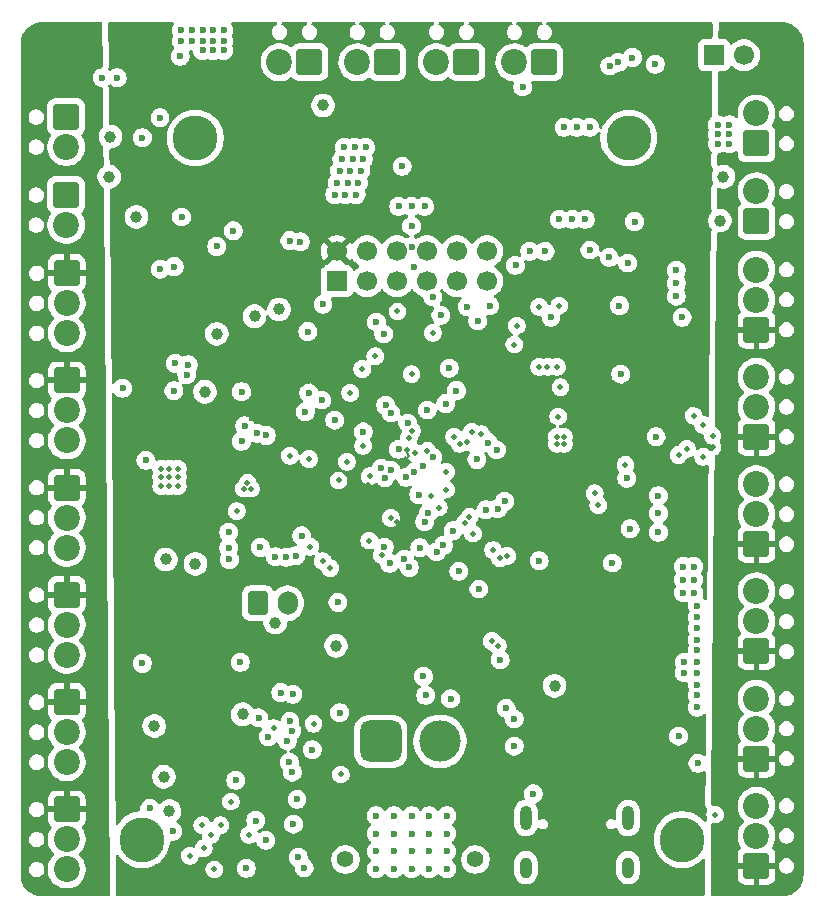
<source format=gbr>
%TF.GenerationSoftware,KiCad,Pcbnew,9.0.4*%
%TF.CreationDate,2025-11-05T21:14:26-05:00*%
%TF.ProjectId,Alpha_Breakout,416c7068-615f-4427-9265-616b6f75742e,rev?*%
%TF.SameCoordinates,Original*%
%TF.FileFunction,Copper,L3,Inr*%
%TF.FilePolarity,Positive*%
%FSLAX46Y46*%
G04 Gerber Fmt 4.6, Leading zero omitted, Abs format (unit mm)*
G04 Created by KiCad (PCBNEW 9.0.4) date 2025-11-05 21:14:26*
%MOMM*%
%LPD*%
G01*
G04 APERTURE LIST*
G04 Aperture macros list*
%AMRoundRect*
0 Rectangle with rounded corners*
0 $1 Rounding radius*
0 $2 $3 $4 $5 $6 $7 $8 $9 X,Y pos of 4 corners*
0 Add a 4 corners polygon primitive as box body*
4,1,4,$2,$3,$4,$5,$6,$7,$8,$9,$2,$3,0*
0 Add four circle primitives for the rounded corners*
1,1,$1+$1,$2,$3*
1,1,$1+$1,$4,$5*
1,1,$1+$1,$6,$7*
1,1,$1+$1,$8,$9*
0 Add four rect primitives between the rounded corners*
20,1,$1+$1,$2,$3,$4,$5,0*
20,1,$1+$1,$4,$5,$6,$7,0*
20,1,$1+$1,$6,$7,$8,$9,0*
20,1,$1+$1,$8,$9,$2,$3,0*%
G04 Aperture macros list end*
%TA.AperFunction,ComponentPad*%
%ADD10RoundRect,0.249999X-0.850001X0.850001X-0.850001X-0.850001X0.850001X-0.850001X0.850001X0.850001X0*%
%TD*%
%TA.AperFunction,ComponentPad*%
%ADD11C,2.200000*%
%TD*%
%TA.AperFunction,ComponentPad*%
%ADD12RoundRect,0.249999X0.850001X-0.850001X0.850001X0.850001X-0.850001X0.850001X-0.850001X-0.850001X0*%
%TD*%
%TA.AperFunction,ComponentPad*%
%ADD13RoundRect,0.249999X0.850001X0.850001X-0.850001X0.850001X-0.850001X-0.850001X0.850001X-0.850001X0*%
%TD*%
%TA.AperFunction,ComponentPad*%
%ADD14C,1.400000*%
%TD*%
%TA.AperFunction,ComponentPad*%
%ADD15RoundRect,0.770000X0.980000X0.980000X-0.980000X0.980000X-0.980000X-0.980000X0.980000X-0.980000X0*%
%TD*%
%TA.AperFunction,ComponentPad*%
%ADD16C,3.500000*%
%TD*%
%TA.AperFunction,ComponentPad*%
%ADD17C,3.800000*%
%TD*%
%TA.AperFunction,ComponentPad*%
%ADD18RoundRect,0.250000X-0.600000X-0.750000X0.600000X-0.750000X0.600000X0.750000X-0.600000X0.750000X0*%
%TD*%
%TA.AperFunction,ComponentPad*%
%ADD19O,1.700000X2.000000*%
%TD*%
%TA.AperFunction,ComponentPad*%
%ADD20R,1.700000X1.700000*%
%TD*%
%TA.AperFunction,ComponentPad*%
%ADD21C,1.700000*%
%TD*%
%TA.AperFunction,HeatsinkPad*%
%ADD22O,1.000000X2.100000*%
%TD*%
%TA.AperFunction,HeatsinkPad*%
%ADD23O,1.000000X1.800000*%
%TD*%
%TA.AperFunction,ViaPad*%
%ADD24C,0.500000*%
%TD*%
%TA.AperFunction,ViaPad*%
%ADD25C,0.600000*%
%TD*%
%TA.AperFunction,ViaPad*%
%ADD26C,1.000000*%
%TD*%
%TA.AperFunction,Conductor*%
%ADD27C,0.150000*%
%TD*%
G04 APERTURE END LIST*
D10*
%TO.N,+5V*%
%TO.C,J7*%
X119200000Y-111000000D03*
D11*
%TO.N,CH_05*%
X119200000Y-113540000D03*
%TO.N,GND*%
X119200000Y-116080000D03*
%TD*%
D12*
%TO.N,+5V*%
%TO.C,J12*%
X177600000Y-115780000D03*
D11*
%TO.N,CH_10*%
X177600000Y-113240000D03*
%TO.N,GND*%
X177600000Y-110700000D03*
%TD*%
D12*
%TO.N,+5V*%
%TO.C,J8*%
X177600000Y-124860000D03*
D11*
%TO.N,CH_09*%
X177600000Y-122320000D03*
%TO.N,GND*%
X177600000Y-119780000D03*
%TD*%
D13*
%TO.N,Net-(J18-Pin_1)*%
%TO.C,J18*%
X146340000Y-65900000D03*
D11*
%TO.N,Net-(J18-Pin_2)*%
X143800000Y-65900000D03*
%TD*%
D10*
%TO.N,SW_PWR*%
%TO.C,J26*%
X119160000Y-70535147D03*
D11*
%TO.N,Net-(D5-A)*%
X119160000Y-73075147D03*
%TD*%
D12*
%TO.N,SW_PWR*%
%TO.C,J29*%
X177600000Y-72779288D03*
D11*
%TO.N,Net-(D8-A)*%
X177600000Y-70239288D03*
%TD*%
D14*
%TO.N,*%
%TO.C,J22*%
X153800000Y-133400000D03*
X142800000Y-133400000D03*
D15*
%TO.N,GND*%
X145800000Y-123400000D03*
D16*
%TO.N,+BATT*%
X150800000Y-123400000D03*
%TD*%
D10*
%TO.N,+5V*%
%TO.C,J14*%
X119200000Y-92840000D03*
D11*
%TO.N,CH_03*%
X119200000Y-95380000D03*
%TO.N,GND*%
X119200000Y-97920000D03*
%TD*%
D10*
%TO.N,+5V*%
%TO.C,J10*%
X119200000Y-83760000D03*
D11*
%TO.N,CH_02*%
X119200000Y-86300000D03*
%TO.N,GND*%
X119200000Y-88840000D03*
%TD*%
D10*
%TO.N,SW_PWR*%
%TO.C,J27*%
X119160000Y-77135149D03*
D11*
%TO.N,Net-(D6-A)*%
X119160000Y-79675149D03*
%TD*%
D12*
%TO.N,+5V*%
%TO.C,J16*%
X177600000Y-106700000D03*
D11*
%TO.N,CH_11*%
X177600000Y-104160000D03*
%TO.N,GND*%
X177600000Y-101620000D03*
%TD*%
D17*
%TO.N,N/C*%
%TO.C,H3*%
X171290000Y-131710000D03*
%TD*%
%TO.N,N/C*%
%TO.C,H1*%
X130090000Y-72310000D03*
%TD*%
D12*
%TO.N,SW_PWR*%
%TO.C,J28*%
X177600000Y-79369291D03*
D11*
%TO.N,Net-(D7-A)*%
X177600000Y-76829291D03*
%TD*%
D18*
%TO.N,+BATT*%
%TO.C,J36*%
X135400000Y-111700000D03*
D19*
%TO.N,PYRO_PWR*%
X137900000Y-111700000D03*
%TD*%
D20*
%TO.N,GND*%
%TO.C,J34*%
X174000000Y-65300000D03*
D21*
%TO.N,Net-(J34-Pin_2)*%
X176540000Y-65300000D03*
%TD*%
D17*
%TO.N,N/C*%
%TO.C,H2*%
X166780000Y-72310000D03*
%TD*%
D12*
%TO.N,+5V*%
%TO.C,J9*%
X177600000Y-88540000D03*
D11*
%TO.N,CH_13*%
X177600000Y-86000000D03*
%TO.N,GND*%
X177600000Y-83460000D03*
%TD*%
D22*
%TO.N,GND*%
%TO.C,J2*%
X158085000Y-129900000D03*
D23*
X158085000Y-134080000D03*
D22*
X166725000Y-129900000D03*
D23*
X166725000Y-134080000D03*
%TD*%
D12*
%TO.N,+5V*%
%TO.C,J5*%
X177600000Y-97620000D03*
D11*
%TO.N,CH_12*%
X177600000Y-95080000D03*
%TO.N,GND*%
X177600000Y-92540000D03*
%TD*%
D10*
%TO.N,+5V*%
%TO.C,J3*%
X119200000Y-101920000D03*
D11*
%TO.N,CH_04*%
X119200000Y-104460000D03*
%TO.N,GND*%
X119200000Y-107000000D03*
%TD*%
D13*
%TO.N,Net-(J19-Pin_1)*%
%TO.C,J19*%
X139750000Y-65890000D03*
D11*
%TO.N,Net-(J19-Pin_2)*%
X137210000Y-65890000D03*
%TD*%
D13*
%TO.N,Net-(J20-Pin_1)*%
%TO.C,J20*%
X153040000Y-65890000D03*
D11*
%TO.N,Net-(J20-Pin_2)*%
X150500000Y-65890000D03*
%TD*%
D13*
%TO.N,Net-(J21-Pin_1)*%
%TO.C,J21*%
X159640000Y-65900000D03*
D11*
%TO.N,Net-(J21-Pin_2)*%
X157100000Y-65900000D03*
%TD*%
D20*
%TO.N,+5V*%
%TO.C,J35*%
X142080000Y-84440000D03*
D21*
%TO.N,+3.3V*%
X142080000Y-81900000D03*
%TO.N,/Breakout/PB5*%
X144620000Y-84440000D03*
%TO.N,/Breakout/PB9*%
X144620000Y-81900000D03*
%TO.N,/Breakout/PB4*%
X147159999Y-84440000D03*
%TO.N,/Breakout/PA13*%
X147160000Y-81900000D03*
%TO.N,/Breakout/PB3*%
X149700000Y-84440000D03*
%TO.N,/Breakout/PA14*%
X149700000Y-81900000D03*
%TO.N,/Breakout/PB8*%
X152240000Y-84440000D03*
%TO.N,/Breakout/PA15*%
X152240000Y-81900000D03*
%TO.N,GND*%
X154780000Y-84440000D03*
X154780000Y-81900000D03*
%TD*%
D17*
%TO.N,N/C*%
%TO.C,H4*%
X125590000Y-131710000D03*
%TD*%
D12*
%TO.N,+5V*%
%TO.C,J4*%
X177600000Y-133940000D03*
D11*
%TO.N,CH_08*%
X177600000Y-131400000D03*
%TO.N,GND*%
X177600000Y-128860000D03*
%TD*%
D10*
%TO.N,+5V*%
%TO.C,J15*%
X119200000Y-129160000D03*
D11*
%TO.N,CH_07*%
X119200000Y-131700000D03*
%TO.N,GND*%
X119200000Y-134240000D03*
%TD*%
D10*
%TO.N,+5V*%
%TO.C,J11*%
X119200000Y-120080000D03*
D11*
%TO.N,CH_06*%
X119200000Y-122620000D03*
%TO.N,GND*%
X119200000Y-125160000D03*
%TD*%
D24*
%TO.N,FB*%
X131700000Y-134245000D03*
D25*
X137879073Y-123345573D03*
%TO.N,GND*%
X172600000Y-119500000D03*
D24*
X160700000Y-91700000D03*
D25*
X144300000Y-74100000D03*
X143600000Y-73100000D03*
D24*
X161300000Y-98200000D03*
D25*
X133500000Y-126700000D03*
D24*
X155300000Y-107200000D03*
D25*
X149900000Y-132700000D03*
X166100000Y-92300000D03*
X143000000Y-76100000D03*
D24*
X171000000Y-99153999D03*
D25*
X145400000Y-129700000D03*
X163100000Y-79200000D03*
X138231520Y-122489117D03*
X171500000Y-117600001D03*
X172600000Y-118600000D03*
X174300000Y-71200000D03*
X171400000Y-109700000D03*
D24*
X160700000Y-98200000D03*
D25*
X169300000Y-104100000D03*
X146900000Y-129700000D03*
D24*
X142212500Y-101312500D03*
X161300000Y-97600000D03*
D25*
X134000000Y-93800000D03*
D24*
X133600000Y-103900000D03*
D25*
X162400000Y-71400000D03*
X138352564Y-119414799D03*
X172640001Y-125262499D03*
D24*
X148685532Y-98960255D03*
D25*
X151400000Y-132700000D03*
X174300000Y-72000000D03*
X129800000Y-63200000D03*
X138800000Y-133225000D03*
X149900000Y-134200000D03*
D24*
X163900000Y-102400000D03*
D25*
X126242893Y-129057107D03*
X171500001Y-116700000D03*
D24*
X155700000Y-115300000D03*
D25*
X146900000Y-131200000D03*
X149500000Y-78100000D03*
X175300000Y-72000000D03*
X142800000Y-77100000D03*
D24*
X127200000Y-101800000D03*
X154309405Y-97398874D03*
X127900000Y-100300000D03*
D25*
X142100000Y-76100000D03*
X128900000Y-64100000D03*
X146900000Y-132700000D03*
X132500000Y-64100000D03*
X145400000Y-131200000D03*
X165165908Y-66217976D03*
D24*
X134200000Y-102000000D03*
D25*
X172600000Y-113800000D03*
X170800000Y-84599999D03*
X172300000Y-110800000D03*
D24*
X155900000Y-107900000D03*
D25*
X146900000Y-134200000D03*
X131600000Y-63200000D03*
D24*
X150200000Y-88800000D03*
X173880000Y-97520000D03*
D25*
X143200000Y-75100000D03*
D24*
X156500000Y-107700000D03*
X128600000Y-101000000D03*
D25*
X149900000Y-129700000D03*
D24*
X146639460Y-104485845D03*
D25*
X172600000Y-120500000D03*
X142300000Y-75100000D03*
D24*
X148400000Y-92300000D03*
D25*
X149600000Y-119500000D03*
X171000000Y-122950000D03*
D24*
X127200000Y-100300000D03*
D25*
X170800000Y-83500000D03*
D24*
X127200000Y-101000000D03*
X160900000Y-86500000D03*
D25*
X175300000Y-72800000D03*
X138700000Y-128300000D03*
D24*
X160700000Y-97600000D03*
X134800000Y-102000000D03*
D25*
X166000000Y-86500000D03*
X161300000Y-71400000D03*
X160900000Y-79200000D03*
D24*
X153300000Y-104400000D03*
D25*
X132975000Y-108000000D03*
D24*
X155200000Y-114900000D03*
X134650000Y-131300000D03*
X145325000Y-90800000D03*
D25*
X139300000Y-134100000D03*
D24*
X166500000Y-100000000D03*
X174100000Y-129600000D03*
X164200000Y-103400000D03*
D25*
X169300000Y-102600000D03*
X148400000Y-132700000D03*
D24*
X159900000Y-91700000D03*
X160800000Y-95900000D03*
D25*
X138400000Y-130400000D03*
X144100000Y-75100000D03*
D24*
X130675000Y-130500500D03*
X143200000Y-93900000D03*
D25*
X141900000Y-77100000D03*
D24*
X128600000Y-100300000D03*
D25*
X131600000Y-64900000D03*
X151400000Y-131200000D03*
X162000001Y-79200000D03*
X142300000Y-120975000D03*
X174300000Y-72800000D03*
X145400000Y-134200000D03*
D24*
X128600000Y-101800000D03*
D25*
X149900000Y-131200000D03*
X129800000Y-64100000D03*
X132500000Y-64900000D03*
X135442698Y-121416012D03*
X134400000Y-134145000D03*
X130700000Y-63200000D03*
X138300000Y-126000000D03*
D24*
X127900000Y-101800000D03*
D25*
X142700000Y-73100000D03*
X148400000Y-131200000D03*
X171400000Y-110800000D03*
X141900000Y-96200000D03*
X132500000Y-63200000D03*
D24*
X159200000Y-91700000D03*
X132225000Y-130500500D03*
D25*
X163500000Y-71400000D03*
X172600000Y-114800000D03*
X147600000Y-74700000D03*
X145400000Y-132700000D03*
X169300000Y-105700000D03*
X172600000Y-112900000D03*
D24*
X144853851Y-100957613D03*
D25*
X143700000Y-77100000D03*
X147300000Y-78100000D03*
X171400000Y-108600000D03*
X166700000Y-82900000D03*
X148400000Y-134200000D03*
D24*
X157100000Y-89800000D03*
D25*
X175300000Y-71200000D03*
X151400000Y-129700000D03*
X132923000Y-105700000D03*
X130700000Y-64900000D03*
X172600000Y-111900000D03*
X123925000Y-93491942D03*
D24*
X127900000Y-101000000D03*
X140890676Y-108134782D03*
D25*
X142500000Y-74100000D03*
X143900000Y-76100000D03*
D24*
X147200000Y-87000000D03*
D25*
X148400000Y-78100000D03*
D24*
X134500000Y-101500000D03*
D25*
X170800000Y-85700000D03*
X144500000Y-73100000D03*
X151400000Y-134200000D03*
X172600000Y-115700000D03*
X172600000Y-116700000D03*
X172300000Y-108600000D03*
X130700000Y-64100000D03*
X172600000Y-117600000D03*
X128900000Y-63200000D03*
D24*
X144224019Y-91871106D03*
D25*
X172300000Y-109700000D03*
D24*
X159200000Y-86600000D03*
D25*
X148400000Y-129700000D03*
X143400000Y-74100000D03*
X131600000Y-64100000D03*
%TO.N,+BATT*%
X155900000Y-116500000D03*
X149400000Y-117900000D03*
X156400000Y-120600000D03*
%TO.N,+5V*%
X171300000Y-87500000D03*
D24*
X157300000Y-88200000D03*
D25*
X138100000Y-121700000D03*
X132923000Y-107000297D03*
X139100904Y-106000904D03*
X166613500Y-101113500D03*
X128800000Y-65400000D03*
X175300000Y-87200000D03*
X150200000Y-85775000D03*
X121200000Y-117000000D03*
X121400000Y-114000000D03*
X175500000Y-130700000D03*
X160200000Y-87500000D03*
X175100000Y-103500000D03*
X148600000Y-83200000D03*
X125600000Y-116800000D03*
X133300000Y-80175000D03*
X135600000Y-106980999D03*
X120150000Y-67450000D03*
X136262500Y-123000000D03*
%TO.N,+3.3V*%
X167100000Y-125400000D03*
X140800000Y-83100000D03*
X148700000Y-115000000D03*
X169700000Y-67000000D03*
X165400000Y-88200000D03*
X168500000Y-127600000D03*
X160400000Y-125000000D03*
X144100000Y-115000000D03*
X168900000Y-109500000D03*
X161167582Y-109625000D03*
X160800000Y-121100000D03*
D24*
X148000018Y-98700018D03*
D25*
X164576000Y-86100000D03*
X161500000Y-102300000D03*
X139707132Y-97443214D03*
D24*
X172500000Y-94900000D03*
D25*
X155500000Y-96200000D03*
X156700000Y-104500000D03*
X128800000Y-97300000D03*
X131800000Y-100800000D03*
X136900000Y-103800000D03*
D24*
X147179674Y-104798973D03*
D25*
X133200000Y-101400000D03*
X123700000Y-97600000D03*
D24*
X141484637Y-107409042D03*
X144717750Y-101657934D03*
D25*
X154600000Y-101825000D03*
X166400000Y-94800000D03*
X168090001Y-117909999D03*
X165000000Y-92300000D03*
D24*
X141900000Y-98500000D03*
D25*
X126100000Y-86700000D03*
X134919828Y-96054414D03*
D24*
X143286681Y-101891398D03*
D25*
X139600000Y-92900000D03*
D24*
X173880000Y-98480000D03*
X157000000Y-92700000D03*
X147297975Y-94438901D03*
D25*
X156300000Y-96600000D03*
X152600000Y-114989000D03*
X167500000Y-86100000D03*
X163200000Y-100300000D03*
%TO.N,/prog/USB_RX*%
X149338243Y-100075000D03*
X147794638Y-107989246D03*
X149000000Y-102500000D03*
X152400000Y-109000000D03*
X146637060Y-100420944D03*
X157100000Y-121500000D03*
X157100000Y-123800000D03*
D24*
%TO.N,Net-(PS1-FB)*%
X131401419Y-131321739D03*
X129622589Y-133077868D03*
D25*
%TO.N,/prog/USB_TX*%
X151300000Y-94800000D03*
X148598745Y-100611201D03*
X150177484Y-99342116D03*
D24*
%TO.N,Net-(U1-NRST)*%
X141499701Y-108734499D03*
D25*
X154100000Y-110500000D03*
%TO.N,Net-(U1-BOOT0)*%
X142160847Y-111639153D03*
X144300000Y-97200000D03*
D24*
X144306940Y-98366351D03*
D25*
X159200000Y-108100000D03*
%TO.N,/stm32f1/SPI1_MISO*%
X154691942Y-103791942D03*
X136100000Y-97500000D03*
X149500000Y-104800000D03*
D26*
%TO.N,SW_PWR*%
X174500000Y-79300000D03*
X125099000Y-79000000D03*
X174800000Y-75600000D03*
X127600000Y-108000000D03*
X142000000Y-115300000D03*
X122900000Y-72200000D03*
X122800000Y-75600000D03*
X160500000Y-118700000D03*
D25*
%TO.N,/stm32f1/SPI1_MOSI*%
X149815136Y-104064682D03*
X156283884Y-103083884D03*
D24*
X138090137Y-99209863D03*
D25*
%TO.N,Net-(J23-Pin_1)*%
X123472501Y-67200000D03*
X128300000Y-83200000D03*
%TO.N,Net-(J23-Pin_2)*%
X127114000Y-83414000D03*
X127100000Y-70600000D03*
X122222501Y-67200000D03*
X125608518Y-72291127D03*
%TO.N,Net-(C31-Pad1)*%
X128200000Y-131000000D03*
X140000000Y-124100000D03*
D26*
%TO.N,Net-(C31-Pad2)*%
X127900000Y-129300000D03*
X126600000Y-122100000D03*
D25*
%TO.N,/ADCs/SDA*%
X148089456Y-96465000D03*
X147293953Y-98673077D03*
D24*
X139707844Y-99492156D03*
D25*
X145850299Y-100276000D03*
%TO.N,/RS-485/DIR_RS485*%
X128400000Y-91400000D03*
X150518106Y-107349000D03*
X148205158Y-108675888D03*
%TO.N,Net-(D3-K)*%
X133900000Y-116700000D03*
X151700000Y-119800000D03*
%TO.N,Net-(D9-K)*%
X138591962Y-107686863D03*
D24*
X139825000Y-106914079D03*
%TO.N,Net-(U8-T-)*%
X173100000Y-99300000D03*
X173100000Y-96600000D03*
X171699999Y-98641320D03*
%TO.N,en*%
X142400000Y-126200000D03*
X130800000Y-132448000D03*
D25*
%TO.N,Net-(J18-Pin_2)*%
X139600000Y-88700000D03*
D24*
%TO.N,Net-(PS1-VBST)*%
X133100000Y-128500000D03*
D25*
X138050000Y-125150000D03*
%TO.N,/stm32f1/TC2_CS*%
X155673145Y-103704015D03*
D24*
X150700000Y-103600000D03*
D25*
%TO.N,USB_V+*%
X158700000Y-127844000D03*
X137318883Y-119265001D03*
D26*
%TO.N,BATT_V+*%
X127425000Y-126400000D03*
D25*
X135200000Y-130100000D03*
D26*
X134100000Y-121100000D03*
D25*
X136045937Y-131761240D03*
D24*
X136715947Y-122292992D03*
X140100000Y-121900000D03*
D25*
%TO.N,Net-(J18-Pin_1)*%
X140800000Y-94500000D03*
%TO.N,Net-(J19-Pin_2)*%
X125900000Y-99600000D03*
%TO.N,Net-(J19-Pin_1)*%
X128275828Y-93718783D03*
%TO.N,Net-(J20-Pin_1)*%
X154000000Y-87800000D03*
%TO.N,Net-(J20-Pin_2)*%
X151600000Y-91800000D03*
D24*
%TO.N,Net-(J21-Pin_2)*%
X172278768Y-95821232D03*
D25*
%TO.N,Net-(J21-Pin_1)*%
X169100000Y-97600000D03*
D26*
%TO.N,Net-(J34-Pin_2)*%
X131900000Y-88900000D03*
X140900000Y-69552000D03*
D25*
%TO.N,SCL_5V*%
X137800000Y-107800000D03*
X166900000Y-105400000D03*
%TO.N,SDA_5V*%
X136858058Y-107775000D03*
X165400000Y-108300000D03*
%TO.N,/Breakout/PA14*%
X150882558Y-87317442D03*
D24*
X148424691Y-97079506D03*
%TO.N,/ADS1231/LC_DRDY{slash}DOUT*%
X161000000Y-93418785D03*
X152000000Y-97600000D03*
D25*
%TO.N,/Accelerometer/ACC_SDA*%
X163500000Y-81800000D03*
X155000000Y-86500000D03*
X167100000Y-65499000D03*
D24*
X150028768Y-102617029D03*
D25*
X157200000Y-83100000D03*
%TO.N,/Breakout/PB4*%
X146206088Y-94940222D03*
X145425000Y-87900000D03*
%TO.N,/Solenoids/S1*%
X128925000Y-79000000D03*
X139700000Y-93900000D03*
X131900000Y-81500000D03*
X147922472Y-101038588D03*
%TO.N,/Solenoids/S2*%
X140900000Y-86400000D03*
X149724997Y-95343145D03*
D24*
X153068152Y-98089384D03*
D25*
X153929379Y-99529379D03*
D24*
%TO.N,/ADS1231/LC_SCLK*%
X153500000Y-97200000D03*
X152459577Y-98207870D03*
%TO.N,/Breakout/PA15*%
X148167254Y-97708573D03*
D25*
X153100000Y-86600000D03*
%TO.N,/Breakout/PB8*%
X138100000Y-81000000D03*
X146149144Y-101066972D03*
%TO.N,/Breakout/PA13*%
X152200000Y-93700000D03*
D24*
X149736532Y-98798457D03*
D25*
X148397567Y-81544791D03*
X148397567Y-79775000D03*
%TO.N,/Breakout/PB9*%
X138975000Y-81100000D03*
D24*
X142918261Y-99718261D03*
D25*
%TO.N,/Breakout/PB3*%
X146050000Y-88900000D03*
X146658520Y-95600000D03*
%TO.N,Net-(J30-Pin_2)*%
X159700000Y-81900000D03*
X169033086Y-66066914D03*
%TO.N,Net-(J30-Pin_3)*%
X158400000Y-81900000D03*
X157800000Y-68000000D03*
%TO.N,/Pyro/PYRO1*%
X139405001Y-95500000D03*
D24*
X151313258Y-100573000D03*
%TO.N,/Hardware_Safe/K1*%
X144797832Y-106402168D03*
X145894835Y-107618586D03*
%TO.N,/Hardware_Safe/BW1*%
X153600000Y-105800000D03*
X152887104Y-104912896D03*
D26*
%TO.N,PYRO_PWR*%
X136857107Y-113342893D03*
X137175000Y-86824911D03*
X130900000Y-93800000D03*
X130101302Y-108373962D03*
X135100000Y-87400000D03*
D25*
%TO.N,/Accelerometer/ACC_SCL*%
X165900000Y-65900000D03*
D24*
X151314674Y-102075000D03*
D25*
%TO.N,/Solenoids/S3*%
X165123037Y-82423037D03*
X155600000Y-98723877D03*
%TO.N,/Solenoids/S4*%
X154889662Y-98098877D03*
X167274000Y-79388190D03*
%TO.N,/RS-485/TX_RS485*%
X146543638Y-108330133D03*
X129500000Y-91500000D03*
%TO.N,/stm32f1/SPI1_SCK*%
X151100000Y-106800000D03*
X135276347Y-97304414D03*
%TO.N,/RS-485/RX_RS485*%
X149100000Y-107000000D03*
X129358058Y-92341942D03*
%TO.N,/stm32f1/TC3_CS*%
X134000000Y-98000000D03*
X146082271Y-106944144D03*
%TO.N,/stm32f1/TC1_CS*%
X151910327Y-105563881D03*
X134272463Y-96679414D03*
%TD*%
D27*
%TO.N,+3.3V*%
X148200000Y-99200000D02*
X148000018Y-99000018D01*
X144757934Y-101657934D02*
X145200000Y-102100000D01*
X148000018Y-99000018D02*
X148000018Y-98700018D01*
X148200000Y-99200000D02*
X147700000Y-99700000D01*
X144717750Y-101657934D02*
X144757934Y-101657934D01*
%TD*%
%TA.AperFunction,Conductor*%
%TO.N,+5V*%
G36*
X179791543Y-62510766D02*
G01*
X180014290Y-62525365D01*
X180030348Y-62527480D01*
X180216375Y-62564483D01*
X180245271Y-62570231D01*
X180260938Y-62574429D01*
X180414069Y-62626410D01*
X180468444Y-62644868D01*
X180483421Y-62651071D01*
X180674291Y-62745197D01*
X180679960Y-62747993D01*
X180694008Y-62756103D01*
X180876212Y-62877849D01*
X180889076Y-62887720D01*
X181053827Y-63032203D01*
X181065296Y-63043672D01*
X181209780Y-63208424D01*
X181219654Y-63221293D01*
X181341396Y-63403494D01*
X181349506Y-63417540D01*
X181446427Y-63614075D01*
X181452634Y-63629061D01*
X181523070Y-63836559D01*
X181527268Y-63852226D01*
X181570017Y-64067141D01*
X181572134Y-64083222D01*
X181586734Y-64305970D01*
X181587000Y-64314080D01*
X181587000Y-134705934D01*
X181586735Y-134714044D01*
X181572136Y-134936779D01*
X181570018Y-134952860D01*
X181527269Y-135167772D01*
X181523071Y-135183440D01*
X181452633Y-135390943D01*
X181446426Y-135405928D01*
X181349506Y-135602461D01*
X181341396Y-135616507D01*
X181219654Y-135798708D01*
X181209780Y-135811577D01*
X181065296Y-135976328D01*
X181053827Y-135987797D01*
X180889076Y-136132281D01*
X180876207Y-136142155D01*
X180694006Y-136263897D01*
X180679960Y-136272007D01*
X180483428Y-136368926D01*
X180468442Y-136375133D01*
X180260938Y-136445571D01*
X180245271Y-136449769D01*
X180030359Y-136492518D01*
X180014278Y-136494635D01*
X179791530Y-136509235D01*
X179783420Y-136509501D01*
X173835222Y-136509501D01*
X173768183Y-136489816D01*
X173722428Y-136437012D01*
X173711227Y-136384356D01*
X173731976Y-134137493D01*
X173734458Y-133868694D01*
X173739807Y-133289500D01*
X173766040Y-130448719D01*
X173786343Y-130381867D01*
X173839567Y-130336602D01*
X173908815Y-130327297D01*
X173914221Y-130328249D01*
X173939502Y-130333277D01*
X174026080Y-130350500D01*
X174026082Y-130350500D01*
X174173920Y-130350500D01*
X174271462Y-130331096D01*
X174318913Y-130321658D01*
X174455495Y-130265084D01*
X174578416Y-130182951D01*
X174682951Y-130078416D01*
X174765084Y-129955495D01*
X174821658Y-129818913D01*
X174850500Y-129673918D01*
X174850500Y-129526082D01*
X174850500Y-129526079D01*
X174821659Y-129381092D01*
X174821658Y-129381091D01*
X174821658Y-129381087D01*
X174777580Y-129274672D01*
X174765087Y-129244511D01*
X174765080Y-129244498D01*
X174682951Y-129121584D01*
X174682948Y-129121580D01*
X174578419Y-129017051D01*
X174578415Y-129017048D01*
X174455501Y-128934919D01*
X174455488Y-128934912D01*
X174318917Y-128878343D01*
X174318907Y-128878340D01*
X174180370Y-128850783D01*
X174173920Y-128849500D01*
X174173918Y-128849500D01*
X174026082Y-128849500D01*
X174026079Y-128849500D01*
X173929951Y-128868621D01*
X173860360Y-128862394D01*
X173805182Y-128819531D01*
X173781938Y-128753641D01*
X173781766Y-128745905D01*
X173781876Y-128734038D01*
X175999500Y-128734038D01*
X175999500Y-128985961D01*
X176038910Y-129234785D01*
X176116760Y-129474383D01*
X176231132Y-129698848D01*
X176379201Y-129902649D01*
X176379205Y-129902654D01*
X176518870Y-130042319D01*
X176552355Y-130103642D01*
X176547371Y-130173334D01*
X176518870Y-130217681D01*
X176379205Y-130357345D01*
X176379201Y-130357350D01*
X176231132Y-130561151D01*
X176116760Y-130785616D01*
X176038910Y-131025214D01*
X175999500Y-131274038D01*
X175999500Y-131525961D01*
X176038910Y-131774785D01*
X176116760Y-132014383D01*
X176231132Y-132238848D01*
X176299062Y-132332347D01*
X176322542Y-132398153D01*
X176306716Y-132466207D01*
X176286426Y-132492913D01*
X176157680Y-132621659D01*
X176065645Y-132770869D01*
X176065640Y-132770880D01*
X176010494Y-132937302D01*
X176000000Y-133040013D01*
X176000000Y-133690000D01*
X177109252Y-133690000D01*
X177087482Y-133727708D01*
X177050000Y-133867591D01*
X177050000Y-134012409D01*
X177087482Y-134152292D01*
X177109252Y-134190000D01*
X176000001Y-134190000D01*
X176000001Y-134839986D01*
X176010494Y-134942696D01*
X176010494Y-134942698D01*
X176065640Y-135109119D01*
X176065645Y-135109130D01*
X176157680Y-135258340D01*
X176157683Y-135258344D01*
X176281655Y-135382316D01*
X176281659Y-135382319D01*
X176430869Y-135474354D01*
X176430880Y-135474359D01*
X176597302Y-135529505D01*
X176700019Y-135539999D01*
X177349999Y-135539999D01*
X177350000Y-135539998D01*
X177350000Y-134430747D01*
X177387708Y-134452518D01*
X177527591Y-134490000D01*
X177672409Y-134490000D01*
X177812292Y-134452518D01*
X177850000Y-134430747D01*
X177850000Y-135539999D01*
X178499972Y-135539999D01*
X178499986Y-135539998D01*
X178602696Y-135529505D01*
X178602698Y-135529505D01*
X178769119Y-135474359D01*
X178769130Y-135474354D01*
X178918340Y-135382319D01*
X178918344Y-135382316D01*
X179042316Y-135258344D01*
X179042319Y-135258340D01*
X179134354Y-135109130D01*
X179134359Y-135109119D01*
X179189505Y-134942697D01*
X179199999Y-134839986D01*
X179200000Y-134839973D01*
X179200000Y-134190000D01*
X178090748Y-134190000D01*
X178112518Y-134152292D01*
X178150000Y-134012409D01*
X178150000Y-134004071D01*
X179489499Y-134004071D01*
X179514497Y-134129738D01*
X179514499Y-134129744D01*
X179563533Y-134248124D01*
X179563538Y-134248133D01*
X179634723Y-134354668D01*
X179634726Y-134354672D01*
X179725327Y-134445273D01*
X179725331Y-134445276D01*
X179831866Y-134516461D01*
X179831872Y-134516464D01*
X179831873Y-134516465D01*
X179950256Y-134565501D01*
X179950260Y-134565501D01*
X179950261Y-134565502D01*
X180075928Y-134590500D01*
X180075931Y-134590500D01*
X180204071Y-134590500D01*
X180288615Y-134573682D01*
X180329744Y-134565501D01*
X180448127Y-134516465D01*
X180554669Y-134445276D01*
X180645276Y-134354669D01*
X180716465Y-134248127D01*
X180765501Y-134129744D01*
X180790500Y-134004069D01*
X180790500Y-133875931D01*
X180790500Y-133875928D01*
X180765502Y-133750261D01*
X180765501Y-133750260D01*
X180765501Y-133750256D01*
X180716465Y-133631873D01*
X180716464Y-133631872D01*
X180716461Y-133631866D01*
X180645276Y-133525331D01*
X180645273Y-133525327D01*
X180554672Y-133434726D01*
X180554668Y-133434723D01*
X180448133Y-133363538D01*
X180448124Y-133363533D01*
X180329744Y-133314499D01*
X180329738Y-133314497D01*
X180204071Y-133289500D01*
X180204069Y-133289500D01*
X180075931Y-133289500D01*
X180075929Y-133289500D01*
X179950261Y-133314497D01*
X179950255Y-133314499D01*
X179831875Y-133363533D01*
X179831866Y-133363538D01*
X179725331Y-133434723D01*
X179725327Y-133434726D01*
X179634726Y-133525327D01*
X179634723Y-133525331D01*
X179563538Y-133631866D01*
X179563533Y-133631875D01*
X179514499Y-133750255D01*
X179514497Y-133750261D01*
X179489500Y-133875928D01*
X179489500Y-133875931D01*
X179489500Y-134004069D01*
X179489500Y-134004071D01*
X179489499Y-134004071D01*
X178150000Y-134004071D01*
X178150000Y-133867591D01*
X178112518Y-133727708D01*
X178090748Y-133690000D01*
X179199999Y-133690000D01*
X179199999Y-133040028D01*
X179199998Y-133040013D01*
X179189505Y-132937303D01*
X179189505Y-132937301D01*
X179134359Y-132770880D01*
X179134354Y-132770869D01*
X179042319Y-132621659D01*
X179042316Y-132621655D01*
X178913574Y-132492913D01*
X178880089Y-132431590D01*
X178885073Y-132361898D01*
X178900934Y-132332349D01*
X178968870Y-132238845D01*
X179083241Y-132014379D01*
X179161090Y-131774785D01*
X179200500Y-131525962D01*
X179200500Y-131464071D01*
X179489499Y-131464071D01*
X179514497Y-131589738D01*
X179514499Y-131589744D01*
X179563533Y-131708124D01*
X179563538Y-131708133D01*
X179634723Y-131814668D01*
X179634726Y-131814672D01*
X179725327Y-131905273D01*
X179725331Y-131905276D01*
X179831866Y-131976461D01*
X179831872Y-131976464D01*
X179831873Y-131976465D01*
X179950256Y-132025501D01*
X179950260Y-132025501D01*
X179950261Y-132025502D01*
X180075928Y-132050500D01*
X180075931Y-132050500D01*
X180204071Y-132050500D01*
X180288615Y-132033682D01*
X180329744Y-132025501D01*
X180448127Y-131976465D01*
X180554669Y-131905276D01*
X180645276Y-131814669D01*
X180716465Y-131708127D01*
X180765501Y-131589744D01*
X180790500Y-131464069D01*
X180790500Y-131335931D01*
X180790500Y-131335928D01*
X180765502Y-131210261D01*
X180765501Y-131210260D01*
X180765501Y-131210256D01*
X180716465Y-131091873D01*
X180716464Y-131091872D01*
X180716461Y-131091866D01*
X180645276Y-130985331D01*
X180645273Y-130985327D01*
X180554672Y-130894726D01*
X180554668Y-130894723D01*
X180448133Y-130823538D01*
X180448124Y-130823533D01*
X180329744Y-130774499D01*
X180329738Y-130774497D01*
X180204071Y-130749500D01*
X180204069Y-130749500D01*
X180075931Y-130749500D01*
X180075929Y-130749500D01*
X179950261Y-130774497D01*
X179950255Y-130774499D01*
X179831875Y-130823533D01*
X179831866Y-130823538D01*
X179725331Y-130894723D01*
X179725327Y-130894726D01*
X179634726Y-130985327D01*
X179634723Y-130985331D01*
X179563538Y-131091866D01*
X179563533Y-131091875D01*
X179514499Y-131210255D01*
X179514497Y-131210261D01*
X179489500Y-131335928D01*
X179489500Y-131335931D01*
X179489500Y-131464069D01*
X179489500Y-131464071D01*
X179489499Y-131464071D01*
X179200500Y-131464071D01*
X179200500Y-131274038D01*
X179161090Y-131025215D01*
X179083241Y-130785621D01*
X179083239Y-130785618D01*
X179083239Y-130785616D01*
X179041747Y-130704184D01*
X178968870Y-130561155D01*
X178887181Y-130448719D01*
X178820798Y-130357350D01*
X178820794Y-130357345D01*
X178681130Y-130217681D01*
X178647645Y-130156358D01*
X178652629Y-130086666D01*
X178681130Y-130042319D01*
X178820793Y-129902656D01*
X178968870Y-129698845D01*
X179083241Y-129474379D01*
X179161090Y-129234785D01*
X179200500Y-128985962D01*
X179200500Y-128924071D01*
X179489499Y-128924071D01*
X179514497Y-129049738D01*
X179514499Y-129049744D01*
X179563533Y-129168124D01*
X179563538Y-129168133D01*
X179634723Y-129274668D01*
X179634726Y-129274672D01*
X179725327Y-129365273D01*
X179725331Y-129365276D01*
X179831866Y-129436461D01*
X179831872Y-129436464D01*
X179831873Y-129436465D01*
X179950256Y-129485501D01*
X179950260Y-129485501D01*
X179950261Y-129485502D01*
X180075928Y-129510500D01*
X180075931Y-129510500D01*
X180204071Y-129510500D01*
X180288615Y-129493682D01*
X180329744Y-129485501D01*
X180448127Y-129436465D01*
X180554669Y-129365276D01*
X180645276Y-129274669D01*
X180716465Y-129168127D01*
X180765501Y-129049744D01*
X180788342Y-128934919D01*
X180790500Y-128924071D01*
X180790500Y-128795928D01*
X180765502Y-128670261D01*
X180765501Y-128670260D01*
X180765501Y-128670256D01*
X180716465Y-128551873D01*
X180716464Y-128551872D01*
X180716461Y-128551866D01*
X180645276Y-128445331D01*
X180645273Y-128445327D01*
X180554672Y-128354726D01*
X180554668Y-128354723D01*
X180448133Y-128283538D01*
X180448124Y-128283533D01*
X180329744Y-128234499D01*
X180329738Y-128234497D01*
X180204071Y-128209500D01*
X180204069Y-128209500D01*
X180075931Y-128209500D01*
X180075929Y-128209500D01*
X179950261Y-128234497D01*
X179950255Y-128234499D01*
X179831875Y-128283533D01*
X179831866Y-128283538D01*
X179725331Y-128354723D01*
X179725327Y-128354726D01*
X179634726Y-128445327D01*
X179634723Y-128445331D01*
X179563538Y-128551866D01*
X179563533Y-128551875D01*
X179514499Y-128670255D01*
X179514497Y-128670261D01*
X179489500Y-128795928D01*
X179489500Y-128795931D01*
X179489500Y-128924069D01*
X179489500Y-128924071D01*
X179489499Y-128924071D01*
X179200500Y-128924071D01*
X179200500Y-128734038D01*
X179161090Y-128485215D01*
X179083241Y-128245621D01*
X179083239Y-128245618D01*
X179083239Y-128245616D01*
X179041747Y-128164184D01*
X178968870Y-128021155D01*
X178949952Y-127995117D01*
X178820798Y-127817350D01*
X178820794Y-127817345D01*
X178642654Y-127639205D01*
X178642649Y-127639201D01*
X178438848Y-127491132D01*
X178438847Y-127491131D01*
X178438845Y-127491130D01*
X178368747Y-127455413D01*
X178214383Y-127376760D01*
X177974785Y-127298910D01*
X177725962Y-127259500D01*
X177474038Y-127259500D01*
X177349626Y-127279205D01*
X177225214Y-127298910D01*
X176985616Y-127376760D01*
X176761151Y-127491132D01*
X176557350Y-127639201D01*
X176557345Y-127639205D01*
X176379205Y-127817345D01*
X176379201Y-127817350D01*
X176231132Y-128021151D01*
X176116760Y-128245616D01*
X176038910Y-128485214D01*
X175999500Y-128734038D01*
X173781876Y-128734038D01*
X173865728Y-119654038D01*
X175999500Y-119654038D01*
X175999500Y-119905961D01*
X176038910Y-120154785D01*
X176116760Y-120394383D01*
X176231132Y-120618848D01*
X176379201Y-120822649D01*
X176379205Y-120822654D01*
X176518870Y-120962319D01*
X176552355Y-121023642D01*
X176547371Y-121093334D01*
X176518870Y-121137681D01*
X176379205Y-121277345D01*
X176379201Y-121277350D01*
X176231132Y-121481151D01*
X176116760Y-121705616D01*
X176038910Y-121945214D01*
X175999500Y-122194038D01*
X175999500Y-122445961D01*
X176038910Y-122694785D01*
X176116760Y-122934383D01*
X176231132Y-123158848D01*
X176299062Y-123252347D01*
X176322542Y-123318153D01*
X176306716Y-123386207D01*
X176286426Y-123412913D01*
X176157680Y-123541659D01*
X176065645Y-123690869D01*
X176065640Y-123690880D01*
X176010494Y-123857302D01*
X176000000Y-123960013D01*
X176000000Y-124610000D01*
X177109252Y-124610000D01*
X177087482Y-124647708D01*
X177050000Y-124787591D01*
X177050000Y-124932409D01*
X177087482Y-125072292D01*
X177109252Y-125110000D01*
X176000001Y-125110000D01*
X176000001Y-125759986D01*
X176010494Y-125862696D01*
X176010494Y-125862698D01*
X176065640Y-126029119D01*
X176065645Y-126029130D01*
X176157680Y-126178340D01*
X176157683Y-126178344D01*
X176281655Y-126302316D01*
X176281659Y-126302319D01*
X176430869Y-126394354D01*
X176430880Y-126394359D01*
X176597302Y-126449505D01*
X176700019Y-126459999D01*
X177349999Y-126459999D01*
X177350000Y-126459998D01*
X177350000Y-125350747D01*
X177387708Y-125372518D01*
X177527591Y-125410000D01*
X177672409Y-125410000D01*
X177812292Y-125372518D01*
X177850000Y-125350747D01*
X177850000Y-126459999D01*
X178499972Y-126459999D01*
X178499986Y-126459998D01*
X178602696Y-126449505D01*
X178602698Y-126449505D01*
X178769119Y-126394359D01*
X178769130Y-126394354D01*
X178918340Y-126302319D01*
X178918344Y-126302316D01*
X179042316Y-126178344D01*
X179042319Y-126178340D01*
X179134354Y-126029130D01*
X179134359Y-126029119D01*
X179189505Y-125862697D01*
X179199999Y-125759986D01*
X179200000Y-125759973D01*
X179200000Y-125110000D01*
X178090748Y-125110000D01*
X178112518Y-125072292D01*
X178150000Y-124932409D01*
X178150000Y-124924071D01*
X179489499Y-124924071D01*
X179514497Y-125049738D01*
X179514499Y-125049744D01*
X179563533Y-125168124D01*
X179563538Y-125168133D01*
X179634723Y-125274668D01*
X179634726Y-125274672D01*
X179725327Y-125365273D01*
X179725331Y-125365276D01*
X179831866Y-125436461D01*
X179831872Y-125436464D01*
X179831873Y-125436465D01*
X179950256Y-125485501D01*
X179950260Y-125485501D01*
X179950261Y-125485502D01*
X180075928Y-125510500D01*
X180075931Y-125510500D01*
X180204071Y-125510500D01*
X180288615Y-125493682D01*
X180329744Y-125485501D01*
X180448127Y-125436465D01*
X180554669Y-125365276D01*
X180645276Y-125274669D01*
X180716465Y-125168127D01*
X180765501Y-125049744D01*
X180790500Y-124924069D01*
X180790500Y-124795931D01*
X180790500Y-124795928D01*
X180765502Y-124670261D01*
X180765501Y-124670260D01*
X180765501Y-124670256D01*
X180716465Y-124551873D01*
X180716464Y-124551872D01*
X180716461Y-124551866D01*
X180645276Y-124445331D01*
X180645273Y-124445327D01*
X180554672Y-124354726D01*
X180554668Y-124354723D01*
X180448133Y-124283538D01*
X180448124Y-124283533D01*
X180329744Y-124234499D01*
X180329738Y-124234497D01*
X180204071Y-124209500D01*
X180204069Y-124209500D01*
X180075931Y-124209500D01*
X180075929Y-124209500D01*
X179950261Y-124234497D01*
X179950255Y-124234499D01*
X179831875Y-124283533D01*
X179831866Y-124283538D01*
X179725331Y-124354723D01*
X179725327Y-124354726D01*
X179634726Y-124445327D01*
X179634723Y-124445331D01*
X179563538Y-124551866D01*
X179563533Y-124551875D01*
X179514499Y-124670255D01*
X179514497Y-124670261D01*
X179489500Y-124795928D01*
X179489500Y-124795931D01*
X179489500Y-124924069D01*
X179489500Y-124924071D01*
X179489499Y-124924071D01*
X178150000Y-124924071D01*
X178150000Y-124787591D01*
X178112518Y-124647708D01*
X178090748Y-124610000D01*
X179199999Y-124610000D01*
X179199999Y-123960028D01*
X179199998Y-123960013D01*
X179189505Y-123857303D01*
X179189505Y-123857301D01*
X179134359Y-123690880D01*
X179134354Y-123690869D01*
X179042319Y-123541659D01*
X179042316Y-123541655D01*
X178913574Y-123412913D01*
X178880089Y-123351590D01*
X178885073Y-123281898D01*
X178900934Y-123252349D01*
X178968870Y-123158845D01*
X179083241Y-122934379D01*
X179161090Y-122694785D01*
X179200500Y-122445962D01*
X179200500Y-122384071D01*
X179489499Y-122384071D01*
X179514497Y-122509738D01*
X179514499Y-122509744D01*
X179563533Y-122628124D01*
X179563538Y-122628133D01*
X179634723Y-122734668D01*
X179634726Y-122734672D01*
X179725327Y-122825273D01*
X179725331Y-122825276D01*
X179831866Y-122896461D01*
X179831872Y-122896464D01*
X179831873Y-122896465D01*
X179950256Y-122945501D01*
X179950260Y-122945501D01*
X179950261Y-122945502D01*
X180075928Y-122970500D01*
X180075931Y-122970500D01*
X180204071Y-122970500D01*
X180288615Y-122953682D01*
X180329744Y-122945501D01*
X180448127Y-122896465D01*
X180554669Y-122825276D01*
X180645276Y-122734669D01*
X180716465Y-122628127D01*
X180765501Y-122509744D01*
X180790500Y-122384069D01*
X180790500Y-122255931D01*
X180790500Y-122255928D01*
X180765502Y-122130261D01*
X180765501Y-122130260D01*
X180765501Y-122130256D01*
X180716465Y-122011873D01*
X180716464Y-122011872D01*
X180716461Y-122011866D01*
X180645276Y-121905331D01*
X180645273Y-121905327D01*
X180554672Y-121814726D01*
X180554668Y-121814723D01*
X180448133Y-121743538D01*
X180448124Y-121743533D01*
X180329744Y-121694499D01*
X180329738Y-121694497D01*
X180204071Y-121669500D01*
X180204069Y-121669500D01*
X180075931Y-121669500D01*
X180075929Y-121669500D01*
X179950261Y-121694497D01*
X179950255Y-121694499D01*
X179831875Y-121743533D01*
X179831866Y-121743538D01*
X179725331Y-121814723D01*
X179725327Y-121814726D01*
X179634726Y-121905327D01*
X179634723Y-121905331D01*
X179563538Y-122011866D01*
X179563533Y-122011875D01*
X179514499Y-122130255D01*
X179514497Y-122130261D01*
X179489500Y-122255928D01*
X179489500Y-122255931D01*
X179489500Y-122384069D01*
X179489500Y-122384071D01*
X179489499Y-122384071D01*
X179200500Y-122384071D01*
X179200500Y-122194038D01*
X179161090Y-121945215D01*
X179083241Y-121705621D01*
X179083239Y-121705618D01*
X179083239Y-121705616D01*
X179041747Y-121624184D01*
X178968870Y-121481155D01*
X178949952Y-121455117D01*
X178820798Y-121277350D01*
X178820794Y-121277345D01*
X178681130Y-121137681D01*
X178647645Y-121076358D01*
X178652629Y-121006666D01*
X178681130Y-120962319D01*
X178820793Y-120822656D01*
X178968870Y-120618845D01*
X179083241Y-120394379D01*
X179161090Y-120154785D01*
X179200500Y-119905962D01*
X179200500Y-119844071D01*
X179489499Y-119844071D01*
X179514497Y-119969738D01*
X179514499Y-119969744D01*
X179563533Y-120088124D01*
X179563538Y-120088133D01*
X179634723Y-120194668D01*
X179634726Y-120194672D01*
X179725327Y-120285273D01*
X179725331Y-120285276D01*
X179831866Y-120356461D01*
X179831872Y-120356464D01*
X179831873Y-120356465D01*
X179950256Y-120405501D01*
X179950260Y-120405501D01*
X179950261Y-120405502D01*
X180075928Y-120430500D01*
X180075931Y-120430500D01*
X180204071Y-120430500D01*
X180288615Y-120413682D01*
X180329744Y-120405501D01*
X180448127Y-120356465D01*
X180554669Y-120285276D01*
X180645276Y-120194669D01*
X180716465Y-120088127D01*
X180765501Y-119969744D01*
X180790500Y-119844069D01*
X180790500Y-119715931D01*
X180790500Y-119715928D01*
X180765502Y-119590261D01*
X180765501Y-119590260D01*
X180765501Y-119590256D01*
X180716465Y-119471873D01*
X180716464Y-119471872D01*
X180716461Y-119471866D01*
X180645276Y-119365331D01*
X180645273Y-119365327D01*
X180554672Y-119274726D01*
X180554668Y-119274723D01*
X180448133Y-119203538D01*
X180448124Y-119203533D01*
X180329744Y-119154499D01*
X180329738Y-119154497D01*
X180204071Y-119129500D01*
X180204069Y-119129500D01*
X180075931Y-119129500D01*
X180075929Y-119129500D01*
X179950261Y-119154497D01*
X179950255Y-119154499D01*
X179831875Y-119203533D01*
X179831866Y-119203538D01*
X179725331Y-119274723D01*
X179725327Y-119274726D01*
X179634726Y-119365327D01*
X179634723Y-119365331D01*
X179563538Y-119471866D01*
X179563533Y-119471875D01*
X179514499Y-119590255D01*
X179514497Y-119590261D01*
X179489500Y-119715928D01*
X179489500Y-119715931D01*
X179489500Y-119844069D01*
X179489500Y-119844071D01*
X179489499Y-119844071D01*
X179200500Y-119844071D01*
X179200500Y-119654038D01*
X179161090Y-119405215D01*
X179083241Y-119165621D01*
X179083239Y-119165618D01*
X179083239Y-119165616D01*
X179041747Y-119084184D01*
X178968870Y-118941155D01*
X178949952Y-118915117D01*
X178820798Y-118737350D01*
X178820794Y-118737345D01*
X178642654Y-118559205D01*
X178642649Y-118559201D01*
X178438848Y-118411132D01*
X178438847Y-118411131D01*
X178438845Y-118411130D01*
X178368747Y-118375413D01*
X178214383Y-118296760D01*
X177974785Y-118218910D01*
X177725962Y-118179500D01*
X177474038Y-118179500D01*
X177349626Y-118199205D01*
X177225214Y-118218910D01*
X176985616Y-118296760D01*
X176761151Y-118411132D01*
X176557350Y-118559201D01*
X176557345Y-118559205D01*
X176379205Y-118737345D01*
X176379201Y-118737350D01*
X176231132Y-118941151D01*
X176116760Y-119165616D01*
X176038910Y-119405214D01*
X175999500Y-119654038D01*
X173865728Y-119654038D01*
X173949580Y-110574038D01*
X175999500Y-110574038D01*
X175999500Y-110825961D01*
X176038910Y-111074785D01*
X176116760Y-111314383D01*
X176231132Y-111538848D01*
X176379201Y-111742649D01*
X176379205Y-111742654D01*
X176518870Y-111882319D01*
X176552355Y-111943642D01*
X176547371Y-112013334D01*
X176518870Y-112057681D01*
X176379205Y-112197345D01*
X176379201Y-112197350D01*
X176231132Y-112401151D01*
X176116760Y-112625616D01*
X176038910Y-112865214D01*
X175999500Y-113114038D01*
X175999500Y-113365961D01*
X176038910Y-113614785D01*
X176116760Y-113854383D01*
X176231132Y-114078848D01*
X176299062Y-114172347D01*
X176322542Y-114238153D01*
X176306716Y-114306207D01*
X176286426Y-114332913D01*
X176157680Y-114461659D01*
X176065645Y-114610869D01*
X176065640Y-114610880D01*
X176010494Y-114777302D01*
X176000000Y-114880013D01*
X176000000Y-115530000D01*
X177109252Y-115530000D01*
X177087482Y-115567708D01*
X177050000Y-115707591D01*
X177050000Y-115852409D01*
X177087482Y-115992292D01*
X177109252Y-116030000D01*
X176000001Y-116030000D01*
X176000001Y-116679986D01*
X176010494Y-116782696D01*
X176010494Y-116782698D01*
X176065640Y-116949119D01*
X176065645Y-116949130D01*
X176157680Y-117098340D01*
X176157683Y-117098344D01*
X176281655Y-117222316D01*
X176281659Y-117222319D01*
X176430869Y-117314354D01*
X176430880Y-117314359D01*
X176597302Y-117369505D01*
X176700019Y-117379999D01*
X177349999Y-117379999D01*
X177350000Y-117379998D01*
X177350000Y-116270747D01*
X177387708Y-116292518D01*
X177527591Y-116330000D01*
X177672409Y-116330000D01*
X177812292Y-116292518D01*
X177850000Y-116270747D01*
X177850000Y-117379999D01*
X178499972Y-117379999D01*
X178499986Y-117379998D01*
X178602696Y-117369505D01*
X178602698Y-117369505D01*
X178769119Y-117314359D01*
X178769130Y-117314354D01*
X178918340Y-117222319D01*
X178918344Y-117222316D01*
X179042316Y-117098344D01*
X179042319Y-117098340D01*
X179134354Y-116949130D01*
X179134359Y-116949119D01*
X179189505Y-116782697D01*
X179199999Y-116679986D01*
X179200000Y-116679973D01*
X179200000Y-116030000D01*
X178090748Y-116030000D01*
X178112518Y-115992292D01*
X178150000Y-115852409D01*
X178150000Y-115844071D01*
X179489499Y-115844071D01*
X179514497Y-115969738D01*
X179514499Y-115969744D01*
X179563533Y-116088124D01*
X179563538Y-116088133D01*
X179634723Y-116194668D01*
X179634726Y-116194672D01*
X179725327Y-116285273D01*
X179725331Y-116285276D01*
X179831866Y-116356461D01*
X179831872Y-116356464D01*
X179831873Y-116356465D01*
X179950256Y-116405501D01*
X179950260Y-116405501D01*
X179950261Y-116405502D01*
X180075928Y-116430500D01*
X180075931Y-116430500D01*
X180204071Y-116430500D01*
X180288615Y-116413682D01*
X180329744Y-116405501D01*
X180448127Y-116356465D01*
X180554669Y-116285276D01*
X180645276Y-116194669D01*
X180716465Y-116088127D01*
X180765501Y-115969744D01*
X180790500Y-115844069D01*
X180790500Y-115715931D01*
X180790500Y-115715928D01*
X180765502Y-115590261D01*
X180765501Y-115590260D01*
X180765501Y-115590256D01*
X180716465Y-115471873D01*
X180716464Y-115471872D01*
X180716461Y-115471866D01*
X180645276Y-115365331D01*
X180645273Y-115365327D01*
X180554672Y-115274726D01*
X180554668Y-115274723D01*
X180448133Y-115203538D01*
X180448124Y-115203533D01*
X180329744Y-115154499D01*
X180329738Y-115154497D01*
X180204071Y-115129500D01*
X180204069Y-115129500D01*
X180075931Y-115129500D01*
X180075929Y-115129500D01*
X179950261Y-115154497D01*
X179950255Y-115154499D01*
X179831875Y-115203533D01*
X179831866Y-115203538D01*
X179725331Y-115274723D01*
X179725327Y-115274726D01*
X179634726Y-115365327D01*
X179634723Y-115365331D01*
X179563538Y-115471866D01*
X179563533Y-115471875D01*
X179514499Y-115590255D01*
X179514497Y-115590261D01*
X179489500Y-115715928D01*
X179489500Y-115715931D01*
X179489500Y-115844069D01*
X179489500Y-115844071D01*
X179489499Y-115844071D01*
X178150000Y-115844071D01*
X178150000Y-115707591D01*
X178112518Y-115567708D01*
X178090748Y-115530000D01*
X179199999Y-115530000D01*
X179199999Y-114880028D01*
X179199998Y-114880013D01*
X179189505Y-114777303D01*
X179189505Y-114777301D01*
X179134359Y-114610880D01*
X179134354Y-114610869D01*
X179042319Y-114461659D01*
X179042316Y-114461655D01*
X178913574Y-114332913D01*
X178880089Y-114271590D01*
X178885073Y-114201898D01*
X178900934Y-114172349D01*
X178968870Y-114078845D01*
X179083241Y-113854379D01*
X179161090Y-113614785D01*
X179200500Y-113365962D01*
X179200500Y-113304071D01*
X179489499Y-113304071D01*
X179514497Y-113429738D01*
X179514499Y-113429744D01*
X179563533Y-113548124D01*
X179563538Y-113548133D01*
X179634723Y-113654668D01*
X179634726Y-113654672D01*
X179725327Y-113745273D01*
X179725331Y-113745276D01*
X179831866Y-113816461D01*
X179831872Y-113816464D01*
X179831873Y-113816465D01*
X179950256Y-113865501D01*
X179950260Y-113865501D01*
X179950261Y-113865502D01*
X180075928Y-113890500D01*
X180075931Y-113890500D01*
X180204071Y-113890500D01*
X180288615Y-113873682D01*
X180329744Y-113865501D01*
X180448127Y-113816465D01*
X180554669Y-113745276D01*
X180645276Y-113654669D01*
X180716465Y-113548127D01*
X180765501Y-113429744D01*
X180790500Y-113304069D01*
X180790500Y-113175931D01*
X180790500Y-113175928D01*
X180765502Y-113050261D01*
X180765501Y-113050260D01*
X180765501Y-113050256D01*
X180716465Y-112931873D01*
X180716464Y-112931872D01*
X180716461Y-112931866D01*
X180645276Y-112825331D01*
X180645273Y-112825327D01*
X180554672Y-112734726D01*
X180554668Y-112734723D01*
X180448133Y-112663538D01*
X180448124Y-112663533D01*
X180329744Y-112614499D01*
X180329738Y-112614497D01*
X180204071Y-112589500D01*
X180204069Y-112589500D01*
X180075931Y-112589500D01*
X180075929Y-112589500D01*
X179950261Y-112614497D01*
X179950255Y-112614499D01*
X179831875Y-112663533D01*
X179831866Y-112663538D01*
X179725331Y-112734723D01*
X179725327Y-112734726D01*
X179634726Y-112825327D01*
X179634723Y-112825331D01*
X179563538Y-112931866D01*
X179563533Y-112931875D01*
X179514499Y-113050255D01*
X179514497Y-113050261D01*
X179489500Y-113175928D01*
X179489500Y-113175931D01*
X179489500Y-113304069D01*
X179489500Y-113304071D01*
X179489499Y-113304071D01*
X179200500Y-113304071D01*
X179200500Y-113114038D01*
X179161090Y-112865215D01*
X179083241Y-112625621D01*
X179083239Y-112625618D01*
X179083239Y-112625616D01*
X179041747Y-112544184D01*
X178968870Y-112401155D01*
X178949952Y-112375117D01*
X178820798Y-112197350D01*
X178820794Y-112197345D01*
X178681130Y-112057681D01*
X178647645Y-111996358D01*
X178652629Y-111926666D01*
X178681130Y-111882319D01*
X178820793Y-111742656D01*
X178968870Y-111538845D01*
X179083241Y-111314379D01*
X179161090Y-111074785D01*
X179200500Y-110825962D01*
X179200500Y-110764071D01*
X179489499Y-110764071D01*
X179514497Y-110889738D01*
X179514499Y-110889744D01*
X179563533Y-111008124D01*
X179563538Y-111008133D01*
X179634723Y-111114668D01*
X179634726Y-111114672D01*
X179725327Y-111205273D01*
X179725331Y-111205276D01*
X179831866Y-111276461D01*
X179831872Y-111276464D01*
X179831873Y-111276465D01*
X179950256Y-111325501D01*
X179950260Y-111325501D01*
X179950261Y-111325502D01*
X180075928Y-111350500D01*
X180075931Y-111350500D01*
X180204071Y-111350500D01*
X180288615Y-111333682D01*
X180329744Y-111325501D01*
X180448127Y-111276465D01*
X180554669Y-111205276D01*
X180645276Y-111114669D01*
X180716465Y-111008127D01*
X180765501Y-110889744D01*
X180790500Y-110764069D01*
X180790500Y-110635931D01*
X180790500Y-110635928D01*
X180765502Y-110510261D01*
X180765501Y-110510260D01*
X180765501Y-110510256D01*
X180716465Y-110391873D01*
X180716464Y-110391872D01*
X180716461Y-110391866D01*
X180645276Y-110285331D01*
X180645273Y-110285327D01*
X180554672Y-110194726D01*
X180554668Y-110194723D01*
X180448133Y-110123538D01*
X180448124Y-110123533D01*
X180329744Y-110074499D01*
X180329738Y-110074497D01*
X180204071Y-110049500D01*
X180204069Y-110049500D01*
X180075931Y-110049500D01*
X180075929Y-110049500D01*
X179950261Y-110074497D01*
X179950255Y-110074499D01*
X179831875Y-110123533D01*
X179831866Y-110123538D01*
X179725331Y-110194723D01*
X179725327Y-110194726D01*
X179634726Y-110285327D01*
X179634723Y-110285331D01*
X179563538Y-110391866D01*
X179563533Y-110391875D01*
X179514499Y-110510255D01*
X179514497Y-110510261D01*
X179489500Y-110635928D01*
X179489500Y-110635931D01*
X179489500Y-110764069D01*
X179489500Y-110764071D01*
X179489499Y-110764071D01*
X179200500Y-110764071D01*
X179200500Y-110574038D01*
X179161090Y-110325215D01*
X179083241Y-110085621D01*
X179083239Y-110085618D01*
X179083239Y-110085616D01*
X179041747Y-110004184D01*
X178968870Y-109861155D01*
X178949952Y-109835117D01*
X178820798Y-109657350D01*
X178820794Y-109657345D01*
X178642654Y-109479205D01*
X178642649Y-109479201D01*
X178438848Y-109331132D01*
X178438847Y-109331131D01*
X178438845Y-109331130D01*
X178368747Y-109295413D01*
X178214383Y-109216760D01*
X177974785Y-109138910D01*
X177725962Y-109099500D01*
X177474038Y-109099500D01*
X177349626Y-109119205D01*
X177225214Y-109138910D01*
X176985616Y-109216760D01*
X176761151Y-109331132D01*
X176557350Y-109479201D01*
X176557345Y-109479205D01*
X176379205Y-109657345D01*
X176379201Y-109657350D01*
X176231132Y-109861151D01*
X176116760Y-110085616D01*
X176038910Y-110325214D01*
X175999500Y-110574038D01*
X173949580Y-110574038D01*
X174033432Y-101494038D01*
X175999500Y-101494038D01*
X175999500Y-101745961D01*
X176038910Y-101994785D01*
X176116760Y-102234383D01*
X176231132Y-102458848D01*
X176379201Y-102662649D01*
X176379205Y-102662654D01*
X176518870Y-102802319D01*
X176552355Y-102863642D01*
X176547371Y-102933334D01*
X176518870Y-102977681D01*
X176379205Y-103117345D01*
X176379201Y-103117350D01*
X176231132Y-103321151D01*
X176116760Y-103545616D01*
X176038910Y-103785214D01*
X175999500Y-104034038D01*
X175999500Y-104285961D01*
X176038910Y-104534785D01*
X176116760Y-104774383D01*
X176231132Y-104998848D01*
X176299062Y-105092347D01*
X176322542Y-105158153D01*
X176306716Y-105226207D01*
X176286426Y-105252913D01*
X176157680Y-105381659D01*
X176065645Y-105530869D01*
X176065640Y-105530880D01*
X176010494Y-105697302D01*
X176000000Y-105800013D01*
X176000000Y-106450000D01*
X177109252Y-106450000D01*
X177087482Y-106487708D01*
X177050000Y-106627591D01*
X177050000Y-106772409D01*
X177087482Y-106912292D01*
X177109252Y-106950000D01*
X176000001Y-106950000D01*
X176000001Y-107599986D01*
X176010494Y-107702696D01*
X176010494Y-107702698D01*
X176065640Y-107869119D01*
X176065645Y-107869130D01*
X176157680Y-108018340D01*
X176157683Y-108018344D01*
X176281655Y-108142316D01*
X176281659Y-108142319D01*
X176430869Y-108234354D01*
X176430880Y-108234359D01*
X176597302Y-108289505D01*
X176700019Y-108299999D01*
X177349999Y-108299999D01*
X177350000Y-108299998D01*
X177350000Y-107190747D01*
X177387708Y-107212518D01*
X177527591Y-107250000D01*
X177672409Y-107250000D01*
X177812292Y-107212518D01*
X177850000Y-107190747D01*
X177850000Y-108299999D01*
X178499972Y-108299999D01*
X178499986Y-108299998D01*
X178602696Y-108289505D01*
X178602698Y-108289505D01*
X178769119Y-108234359D01*
X178769130Y-108234354D01*
X178918340Y-108142319D01*
X178918344Y-108142316D01*
X179042316Y-108018344D01*
X179042319Y-108018340D01*
X179134354Y-107869130D01*
X179134359Y-107869119D01*
X179189505Y-107702697D01*
X179199999Y-107599986D01*
X179200000Y-107599973D01*
X179200000Y-106950000D01*
X178090748Y-106950000D01*
X178112518Y-106912292D01*
X178150000Y-106772409D01*
X178150000Y-106764071D01*
X179489499Y-106764071D01*
X179514497Y-106889738D01*
X179514499Y-106889744D01*
X179563533Y-107008124D01*
X179563538Y-107008133D01*
X179634723Y-107114668D01*
X179634726Y-107114672D01*
X179725327Y-107205273D01*
X179725331Y-107205276D01*
X179831866Y-107276461D01*
X179831872Y-107276464D01*
X179831873Y-107276465D01*
X179950256Y-107325501D01*
X179950260Y-107325501D01*
X179950261Y-107325502D01*
X180075928Y-107350500D01*
X180075931Y-107350500D01*
X180204071Y-107350500D01*
X180288615Y-107333682D01*
X180329744Y-107325501D01*
X180448127Y-107276465D01*
X180554669Y-107205276D01*
X180645276Y-107114669D01*
X180716465Y-107008127D01*
X180765501Y-106889744D01*
X180790500Y-106764069D01*
X180790500Y-106635931D01*
X180790500Y-106635928D01*
X180765502Y-106510261D01*
X180765501Y-106510260D01*
X180765501Y-106510256D01*
X180716465Y-106391873D01*
X180716464Y-106391872D01*
X180716461Y-106391866D01*
X180645276Y-106285331D01*
X180645273Y-106285327D01*
X180554672Y-106194726D01*
X180554668Y-106194723D01*
X180448133Y-106123538D01*
X180448124Y-106123533D01*
X180329744Y-106074499D01*
X180329738Y-106074497D01*
X180204071Y-106049500D01*
X180204069Y-106049500D01*
X180075931Y-106049500D01*
X180075929Y-106049500D01*
X179950261Y-106074497D01*
X179950255Y-106074499D01*
X179831875Y-106123533D01*
X179831866Y-106123538D01*
X179725331Y-106194723D01*
X179725327Y-106194726D01*
X179634726Y-106285327D01*
X179634723Y-106285331D01*
X179563538Y-106391866D01*
X179563533Y-106391875D01*
X179514499Y-106510255D01*
X179514497Y-106510261D01*
X179489500Y-106635928D01*
X179489500Y-106635931D01*
X179489500Y-106764069D01*
X179489500Y-106764071D01*
X179489499Y-106764071D01*
X178150000Y-106764071D01*
X178150000Y-106627591D01*
X178112518Y-106487708D01*
X178090748Y-106450000D01*
X179199999Y-106450000D01*
X179199999Y-105800028D01*
X179199998Y-105800013D01*
X179189505Y-105697303D01*
X179189505Y-105697301D01*
X179134359Y-105530880D01*
X179134354Y-105530869D01*
X179042319Y-105381659D01*
X179042316Y-105381655D01*
X178913574Y-105252913D01*
X178880089Y-105191590D01*
X178885073Y-105121898D01*
X178900934Y-105092349D01*
X178968870Y-104998845D01*
X179083241Y-104774379D01*
X179161090Y-104534785D01*
X179200500Y-104285962D01*
X179200500Y-104224071D01*
X179489499Y-104224071D01*
X179514497Y-104349738D01*
X179514499Y-104349744D01*
X179563533Y-104468124D01*
X179563538Y-104468133D01*
X179634723Y-104574668D01*
X179634726Y-104574672D01*
X179725327Y-104665273D01*
X179725331Y-104665276D01*
X179831866Y-104736461D01*
X179831872Y-104736464D01*
X179831873Y-104736465D01*
X179950256Y-104785501D01*
X179950260Y-104785501D01*
X179950261Y-104785502D01*
X180075928Y-104810500D01*
X180075931Y-104810500D01*
X180204071Y-104810500D01*
X180288615Y-104793682D01*
X180329744Y-104785501D01*
X180448127Y-104736465D01*
X180554669Y-104665276D01*
X180645276Y-104574669D01*
X180716465Y-104468127D01*
X180765501Y-104349744D01*
X180790500Y-104224069D01*
X180790500Y-104095931D01*
X180790500Y-104095928D01*
X180765502Y-103970261D01*
X180765501Y-103970260D01*
X180765501Y-103970256D01*
X180716465Y-103851873D01*
X180716464Y-103851872D01*
X180716461Y-103851866D01*
X180645276Y-103745331D01*
X180645273Y-103745327D01*
X180554672Y-103654726D01*
X180554668Y-103654723D01*
X180448133Y-103583538D01*
X180448124Y-103583533D01*
X180329744Y-103534499D01*
X180329738Y-103534497D01*
X180204071Y-103509500D01*
X180204069Y-103509500D01*
X180075931Y-103509500D01*
X180075929Y-103509500D01*
X179950261Y-103534497D01*
X179950255Y-103534499D01*
X179831875Y-103583533D01*
X179831866Y-103583538D01*
X179725331Y-103654723D01*
X179725327Y-103654726D01*
X179634726Y-103745327D01*
X179634723Y-103745331D01*
X179563538Y-103851866D01*
X179563533Y-103851875D01*
X179514499Y-103970255D01*
X179514497Y-103970261D01*
X179489500Y-104095928D01*
X179489500Y-104095931D01*
X179489500Y-104224069D01*
X179489500Y-104224071D01*
X179489499Y-104224071D01*
X179200500Y-104224071D01*
X179200500Y-104034038D01*
X179161090Y-103785215D01*
X179083241Y-103545621D01*
X179083239Y-103545618D01*
X179083239Y-103545616D01*
X179041747Y-103464184D01*
X178968870Y-103321155D01*
X178949952Y-103295117D01*
X178820798Y-103117350D01*
X178820794Y-103117345D01*
X178681130Y-102977681D01*
X178647645Y-102916358D01*
X178652629Y-102846666D01*
X178681130Y-102802319D01*
X178820793Y-102662656D01*
X178968870Y-102458845D01*
X179083241Y-102234379D01*
X179161090Y-101994785D01*
X179200500Y-101745962D01*
X179200500Y-101684071D01*
X179489499Y-101684071D01*
X179514497Y-101809738D01*
X179514499Y-101809744D01*
X179563533Y-101928124D01*
X179563538Y-101928133D01*
X179634723Y-102034668D01*
X179634726Y-102034672D01*
X179725327Y-102125273D01*
X179725331Y-102125276D01*
X179831866Y-102196461D01*
X179831872Y-102196464D01*
X179831873Y-102196465D01*
X179950256Y-102245501D01*
X179950260Y-102245501D01*
X179950261Y-102245502D01*
X180075928Y-102270500D01*
X180075931Y-102270500D01*
X180204071Y-102270500D01*
X180288615Y-102253682D01*
X180329744Y-102245501D01*
X180448127Y-102196465D01*
X180554669Y-102125276D01*
X180645276Y-102034669D01*
X180716465Y-101928127D01*
X180765501Y-101809744D01*
X180790500Y-101684069D01*
X180790500Y-101555931D01*
X180790500Y-101555928D01*
X180765502Y-101430261D01*
X180765501Y-101430260D01*
X180765501Y-101430256D01*
X180716465Y-101311873D01*
X180716464Y-101311872D01*
X180716461Y-101311866D01*
X180645276Y-101205331D01*
X180645273Y-101205327D01*
X180554672Y-101114726D01*
X180554668Y-101114723D01*
X180448133Y-101043538D01*
X180448124Y-101043533D01*
X180329744Y-100994499D01*
X180329738Y-100994497D01*
X180204071Y-100969500D01*
X180204069Y-100969500D01*
X180075931Y-100969500D01*
X180075929Y-100969500D01*
X179950261Y-100994497D01*
X179950255Y-100994499D01*
X179831875Y-101043533D01*
X179831866Y-101043538D01*
X179725331Y-101114723D01*
X179725327Y-101114726D01*
X179634726Y-101205327D01*
X179634723Y-101205331D01*
X179563538Y-101311866D01*
X179563533Y-101311875D01*
X179514499Y-101430255D01*
X179514497Y-101430261D01*
X179489500Y-101555928D01*
X179489500Y-101555931D01*
X179489500Y-101684069D01*
X179489500Y-101684071D01*
X179489499Y-101684071D01*
X179200500Y-101684071D01*
X179200500Y-101494038D01*
X179161090Y-101245215D01*
X179083241Y-101005621D01*
X179083239Y-101005618D01*
X179083239Y-101005616D01*
X179041747Y-100924184D01*
X178968870Y-100781155D01*
X178949952Y-100755117D01*
X178820798Y-100577350D01*
X178820794Y-100577345D01*
X178642654Y-100399205D01*
X178642649Y-100399201D01*
X178438848Y-100251132D01*
X178438847Y-100251131D01*
X178438845Y-100251130D01*
X178368747Y-100215413D01*
X178214383Y-100136760D01*
X177974785Y-100058910D01*
X177921687Y-100050500D01*
X177725962Y-100019500D01*
X177474038Y-100019500D01*
X177349626Y-100039205D01*
X177225214Y-100058910D01*
X176985616Y-100136760D01*
X176761151Y-100251132D01*
X176557350Y-100399201D01*
X176557345Y-100399205D01*
X176379205Y-100577345D01*
X176379201Y-100577350D01*
X176231132Y-100781151D01*
X176116760Y-101005616D01*
X176038910Y-101245214D01*
X175999500Y-101494038D01*
X174033432Y-101494038D01*
X174053674Y-99302102D01*
X174073976Y-99235252D01*
X174127200Y-99189987D01*
X174130122Y-99188730D01*
X174235495Y-99145084D01*
X174358416Y-99062951D01*
X174462951Y-98958416D01*
X174545084Y-98835495D01*
X174601658Y-98698913D01*
X174614388Y-98634916D01*
X174630500Y-98553920D01*
X174630500Y-98406079D01*
X174601659Y-98261092D01*
X174601658Y-98261091D01*
X174601658Y-98261087D01*
X174601656Y-98261082D01*
X174545087Y-98124511D01*
X174545085Y-98124507D01*
X174545084Y-98124505D01*
X174507924Y-98068891D01*
X174504142Y-98056815D01*
X174496249Y-98046927D01*
X174493901Y-98024106D01*
X174487046Y-98002214D01*
X174490223Y-97988359D01*
X174489098Y-97977424D01*
X174497432Y-97956919D01*
X174500398Y-97943988D01*
X174503774Y-97937319D01*
X174545084Y-97875495D01*
X174601658Y-97738913D01*
X174630500Y-97593918D01*
X174630500Y-97446082D01*
X174630500Y-97446079D01*
X174601659Y-97301092D01*
X174601658Y-97301091D01*
X174601658Y-97301087D01*
X174551457Y-97179890D01*
X174545087Y-97164511D01*
X174545080Y-97164498D01*
X174462951Y-97041584D01*
X174462948Y-97041580D01*
X174358419Y-96937051D01*
X174358415Y-96937048D01*
X174235501Y-96854919D01*
X174235492Y-96854914D01*
X174154194Y-96821240D01*
X174099791Y-96777399D01*
X174077726Y-96711105D01*
X174077652Y-96705590D01*
X174117284Y-92414038D01*
X175999500Y-92414038D01*
X175999500Y-92665961D01*
X176038910Y-92914785D01*
X176116760Y-93154383D01*
X176231132Y-93378848D01*
X176379201Y-93582649D01*
X176379205Y-93582654D01*
X176518870Y-93722319D01*
X176552355Y-93783642D01*
X176547371Y-93853334D01*
X176518870Y-93897681D01*
X176379205Y-94037345D01*
X176379201Y-94037350D01*
X176231132Y-94241151D01*
X176116760Y-94465616D01*
X176038910Y-94705214D01*
X175999500Y-94954038D01*
X175999500Y-95205961D01*
X176038910Y-95454785D01*
X176116760Y-95694383D01*
X176231132Y-95918848D01*
X176299062Y-96012347D01*
X176322542Y-96078153D01*
X176306716Y-96146207D01*
X176286426Y-96172913D01*
X176157680Y-96301659D01*
X176065645Y-96450869D01*
X176065640Y-96450880D01*
X176010494Y-96617302D01*
X176000000Y-96720013D01*
X176000000Y-97370000D01*
X177109252Y-97370000D01*
X177087482Y-97407708D01*
X177050000Y-97547591D01*
X177050000Y-97692409D01*
X177087482Y-97832292D01*
X177109252Y-97870000D01*
X176000001Y-97870000D01*
X176000001Y-98519986D01*
X176010494Y-98622696D01*
X176010494Y-98622698D01*
X176065640Y-98789119D01*
X176065645Y-98789130D01*
X176157680Y-98938340D01*
X176157683Y-98938344D01*
X176281655Y-99062316D01*
X176281659Y-99062319D01*
X176430869Y-99154354D01*
X176430880Y-99154359D01*
X176597302Y-99209505D01*
X176700019Y-99219999D01*
X177349999Y-99219999D01*
X177350000Y-99219998D01*
X177350000Y-98110747D01*
X177387708Y-98132518D01*
X177527591Y-98170000D01*
X177672409Y-98170000D01*
X177812292Y-98132518D01*
X177850000Y-98110747D01*
X177850000Y-99219999D01*
X178499972Y-99219999D01*
X178499986Y-99219998D01*
X178602696Y-99209505D01*
X178602698Y-99209505D01*
X178769119Y-99154359D01*
X178769130Y-99154354D01*
X178918340Y-99062319D01*
X178918344Y-99062316D01*
X179042316Y-98938344D01*
X179042319Y-98938340D01*
X179134354Y-98789130D01*
X179134359Y-98789119D01*
X179189505Y-98622697D01*
X179199999Y-98519986D01*
X179200000Y-98519973D01*
X179200000Y-97870000D01*
X178090748Y-97870000D01*
X178112518Y-97832292D01*
X178150000Y-97692409D01*
X178150000Y-97684071D01*
X179489499Y-97684071D01*
X179514497Y-97809738D01*
X179514499Y-97809744D01*
X179563533Y-97928124D01*
X179563538Y-97928133D01*
X179634723Y-98034668D01*
X179634726Y-98034672D01*
X179725327Y-98125273D01*
X179725331Y-98125276D01*
X179831866Y-98196461D01*
X179831872Y-98196464D01*
X179831873Y-98196465D01*
X179950256Y-98245501D01*
X179950260Y-98245501D01*
X179950261Y-98245502D01*
X180075928Y-98270500D01*
X180075931Y-98270500D01*
X180204071Y-98270500D01*
X180288615Y-98253682D01*
X180329744Y-98245501D01*
X180448127Y-98196465D01*
X180554669Y-98125276D01*
X180645276Y-98034669D01*
X180716465Y-97928127D01*
X180765501Y-97809744D01*
X180790500Y-97684069D01*
X180790500Y-97555931D01*
X180790500Y-97555928D01*
X180765502Y-97430261D01*
X180765501Y-97430260D01*
X180765501Y-97430256D01*
X180716465Y-97311873D01*
X180716464Y-97311872D01*
X180716461Y-97311866D01*
X180645276Y-97205331D01*
X180645273Y-97205327D01*
X180554672Y-97114726D01*
X180554668Y-97114723D01*
X180448133Y-97043538D01*
X180448124Y-97043533D01*
X180329744Y-96994499D01*
X180329738Y-96994497D01*
X180204071Y-96969500D01*
X180204069Y-96969500D01*
X180075931Y-96969500D01*
X180075929Y-96969500D01*
X179950261Y-96994497D01*
X179950255Y-96994499D01*
X179831875Y-97043533D01*
X179831866Y-97043538D01*
X179725331Y-97114723D01*
X179725327Y-97114726D01*
X179634726Y-97205327D01*
X179634723Y-97205331D01*
X179563538Y-97311866D01*
X179563533Y-97311875D01*
X179514499Y-97430255D01*
X179514497Y-97430261D01*
X179489500Y-97555928D01*
X179489500Y-97555931D01*
X179489500Y-97684069D01*
X179489500Y-97684071D01*
X179489499Y-97684071D01*
X178150000Y-97684071D01*
X178150000Y-97547591D01*
X178112518Y-97407708D01*
X178090748Y-97370000D01*
X179199999Y-97370000D01*
X179199999Y-96720028D01*
X179199998Y-96720013D01*
X179189505Y-96617303D01*
X179189505Y-96617301D01*
X179134359Y-96450880D01*
X179134354Y-96450869D01*
X179042319Y-96301659D01*
X179042316Y-96301655D01*
X178913574Y-96172913D01*
X178880089Y-96111590D01*
X178885073Y-96041898D01*
X178900934Y-96012349D01*
X178968870Y-95918845D01*
X179083241Y-95694379D01*
X179161090Y-95454785D01*
X179200500Y-95205962D01*
X179200500Y-95144071D01*
X179489499Y-95144071D01*
X179514497Y-95269738D01*
X179514499Y-95269744D01*
X179563533Y-95388124D01*
X179563538Y-95388133D01*
X179634723Y-95494668D01*
X179634726Y-95494672D01*
X179725327Y-95585273D01*
X179725331Y-95585276D01*
X179831866Y-95656461D01*
X179831872Y-95656464D01*
X179831873Y-95656465D01*
X179950256Y-95705501D01*
X179950260Y-95705501D01*
X179950261Y-95705502D01*
X180075928Y-95730500D01*
X180075931Y-95730500D01*
X180204071Y-95730500D01*
X180288615Y-95713682D01*
X180329744Y-95705501D01*
X180448127Y-95656465D01*
X180554669Y-95585276D01*
X180645276Y-95494669D01*
X180716465Y-95388127D01*
X180765501Y-95269744D01*
X180790500Y-95144069D01*
X180790500Y-95015931D01*
X180790500Y-95015928D01*
X180765502Y-94890261D01*
X180765501Y-94890260D01*
X180765501Y-94890256D01*
X180716465Y-94771873D01*
X180716464Y-94771872D01*
X180716461Y-94771866D01*
X180645276Y-94665331D01*
X180645273Y-94665327D01*
X180554672Y-94574726D01*
X180554668Y-94574723D01*
X180448133Y-94503538D01*
X180448124Y-94503533D01*
X180329744Y-94454499D01*
X180329738Y-94454497D01*
X180204071Y-94429500D01*
X180204069Y-94429500D01*
X180075931Y-94429500D01*
X180075929Y-94429500D01*
X179950261Y-94454497D01*
X179950255Y-94454499D01*
X179831875Y-94503533D01*
X179831866Y-94503538D01*
X179725331Y-94574723D01*
X179725327Y-94574726D01*
X179634726Y-94665327D01*
X179634723Y-94665331D01*
X179563538Y-94771866D01*
X179563533Y-94771875D01*
X179514499Y-94890255D01*
X179514497Y-94890261D01*
X179489500Y-95015928D01*
X179489500Y-95015931D01*
X179489500Y-95144069D01*
X179489500Y-95144071D01*
X179489499Y-95144071D01*
X179200500Y-95144071D01*
X179200500Y-94954038D01*
X179161090Y-94705215D01*
X179083241Y-94465621D01*
X179083239Y-94465618D01*
X179083239Y-94465616D01*
X179041747Y-94384184D01*
X178968870Y-94241155D01*
X178949952Y-94215117D01*
X178820798Y-94037350D01*
X178820794Y-94037345D01*
X178681130Y-93897681D01*
X178647645Y-93836358D01*
X178652629Y-93766666D01*
X178681130Y-93722319D01*
X178820793Y-93582656D01*
X178968870Y-93378845D01*
X179083241Y-93154379D01*
X179161090Y-92914785D01*
X179200500Y-92665962D01*
X179200500Y-92604071D01*
X179489499Y-92604071D01*
X179514497Y-92729738D01*
X179514499Y-92729744D01*
X179563533Y-92848124D01*
X179563538Y-92848133D01*
X179634723Y-92954668D01*
X179634726Y-92954672D01*
X179725327Y-93045273D01*
X179725331Y-93045276D01*
X179831866Y-93116461D01*
X179831872Y-93116464D01*
X179831873Y-93116465D01*
X179950256Y-93165501D01*
X179950260Y-93165501D01*
X179950261Y-93165502D01*
X180075928Y-93190500D01*
X180075931Y-93190500D01*
X180204071Y-93190500D01*
X180288615Y-93173682D01*
X180329744Y-93165501D01*
X180448127Y-93116465D01*
X180554669Y-93045276D01*
X180645276Y-92954669D01*
X180716465Y-92848127D01*
X180765501Y-92729744D01*
X180790500Y-92604069D01*
X180790500Y-92475931D01*
X180790500Y-92475928D01*
X180765502Y-92350261D01*
X180765501Y-92350260D01*
X180765501Y-92350256D01*
X180716465Y-92231873D01*
X180716464Y-92231872D01*
X180716461Y-92231866D01*
X180645276Y-92125331D01*
X180645273Y-92125327D01*
X180554672Y-92034726D01*
X180554668Y-92034723D01*
X180448133Y-91963538D01*
X180448124Y-91963533D01*
X180329744Y-91914499D01*
X180329738Y-91914497D01*
X180204071Y-91889500D01*
X180204069Y-91889500D01*
X180075931Y-91889500D01*
X180075929Y-91889500D01*
X179950261Y-91914497D01*
X179950255Y-91914499D01*
X179831875Y-91963533D01*
X179831866Y-91963538D01*
X179725331Y-92034723D01*
X179725327Y-92034726D01*
X179634726Y-92125327D01*
X179634723Y-92125331D01*
X179563538Y-92231866D01*
X179563533Y-92231875D01*
X179514499Y-92350255D01*
X179514497Y-92350261D01*
X179489500Y-92475928D01*
X179489500Y-92475931D01*
X179489500Y-92604069D01*
X179489500Y-92604071D01*
X179489499Y-92604071D01*
X179200500Y-92604071D01*
X179200500Y-92414038D01*
X179161090Y-92165215D01*
X179083241Y-91925621D01*
X179083239Y-91925618D01*
X179083239Y-91925616D01*
X179041747Y-91844184D01*
X178968870Y-91701155D01*
X178949952Y-91675117D01*
X178820798Y-91497350D01*
X178820794Y-91497345D01*
X178642654Y-91319205D01*
X178642649Y-91319201D01*
X178438848Y-91171132D01*
X178438847Y-91171131D01*
X178438845Y-91171130D01*
X178368747Y-91135413D01*
X178214383Y-91056760D01*
X177974785Y-90978910D01*
X177725962Y-90939500D01*
X177474038Y-90939500D01*
X177349626Y-90959205D01*
X177225214Y-90978910D01*
X176985616Y-91056760D01*
X176761151Y-91171132D01*
X176557350Y-91319201D01*
X176557345Y-91319205D01*
X176379205Y-91497345D01*
X176379201Y-91497350D01*
X176231132Y-91701151D01*
X176116760Y-91925616D01*
X176038910Y-92165214D01*
X175999500Y-92414038D01*
X174117284Y-92414038D01*
X174201136Y-83334038D01*
X175999500Y-83334038D01*
X175999500Y-83585961D01*
X176038910Y-83834785D01*
X176116760Y-84074383D01*
X176231132Y-84298848D01*
X176379201Y-84502649D01*
X176379205Y-84502654D01*
X176518870Y-84642319D01*
X176552355Y-84703642D01*
X176547371Y-84773334D01*
X176518870Y-84817681D01*
X176379205Y-84957345D01*
X176379201Y-84957350D01*
X176231132Y-85161151D01*
X176116760Y-85385616D01*
X176038910Y-85625214D01*
X175999500Y-85874038D01*
X175999500Y-86125961D01*
X176038910Y-86374785D01*
X176116760Y-86614383D01*
X176231132Y-86838848D01*
X176299062Y-86932347D01*
X176322542Y-86998153D01*
X176306716Y-87066207D01*
X176286426Y-87092913D01*
X176157680Y-87221659D01*
X176065645Y-87370869D01*
X176065640Y-87370880D01*
X176010494Y-87537302D01*
X176000000Y-87640013D01*
X176000000Y-88290000D01*
X177109252Y-88290000D01*
X177087482Y-88327708D01*
X177050000Y-88467591D01*
X177050000Y-88612409D01*
X177087482Y-88752292D01*
X177109252Y-88790000D01*
X176000001Y-88790000D01*
X176000001Y-89439986D01*
X176010494Y-89542696D01*
X176010494Y-89542698D01*
X176065640Y-89709119D01*
X176065645Y-89709130D01*
X176157680Y-89858340D01*
X176157683Y-89858344D01*
X176281655Y-89982316D01*
X176281659Y-89982319D01*
X176430869Y-90074354D01*
X176430880Y-90074359D01*
X176597302Y-90129505D01*
X176700019Y-90139999D01*
X177349999Y-90139999D01*
X177350000Y-90139998D01*
X177350000Y-89030747D01*
X177387708Y-89052518D01*
X177527591Y-89090000D01*
X177672409Y-89090000D01*
X177812292Y-89052518D01*
X177850000Y-89030747D01*
X177850000Y-90139999D01*
X178499972Y-90139999D01*
X178499986Y-90139998D01*
X178602696Y-90129505D01*
X178602698Y-90129505D01*
X178769119Y-90074359D01*
X178769130Y-90074354D01*
X178918340Y-89982319D01*
X178918344Y-89982316D01*
X179042316Y-89858344D01*
X179042319Y-89858340D01*
X179134354Y-89709130D01*
X179134359Y-89709119D01*
X179189505Y-89542697D01*
X179199999Y-89439986D01*
X179200000Y-89439973D01*
X179200000Y-88790000D01*
X178090748Y-88790000D01*
X178112518Y-88752292D01*
X178150000Y-88612409D01*
X178150000Y-88604071D01*
X179489499Y-88604071D01*
X179514497Y-88729738D01*
X179514499Y-88729744D01*
X179563533Y-88848124D01*
X179563538Y-88848133D01*
X179634723Y-88954668D01*
X179634726Y-88954672D01*
X179725327Y-89045273D01*
X179725331Y-89045276D01*
X179831866Y-89116461D01*
X179831872Y-89116464D01*
X179831873Y-89116465D01*
X179950256Y-89165501D01*
X179950260Y-89165501D01*
X179950261Y-89165502D01*
X180075928Y-89190500D01*
X180075931Y-89190500D01*
X180204071Y-89190500D01*
X180288615Y-89173682D01*
X180329744Y-89165501D01*
X180448127Y-89116465D01*
X180554669Y-89045276D01*
X180645276Y-88954669D01*
X180716465Y-88848127D01*
X180765501Y-88729744D01*
X180790500Y-88604069D01*
X180790500Y-88475931D01*
X180790500Y-88475928D01*
X180765502Y-88350261D01*
X180765501Y-88350260D01*
X180765501Y-88350256D01*
X180716465Y-88231873D01*
X180716464Y-88231872D01*
X180716461Y-88231866D01*
X180645276Y-88125331D01*
X180645273Y-88125327D01*
X180554672Y-88034726D01*
X180554668Y-88034723D01*
X180448133Y-87963538D01*
X180448124Y-87963533D01*
X180329744Y-87914499D01*
X180329738Y-87914497D01*
X180204071Y-87889500D01*
X180204069Y-87889500D01*
X180075931Y-87889500D01*
X180075929Y-87889500D01*
X179950261Y-87914497D01*
X179950255Y-87914499D01*
X179831875Y-87963533D01*
X179831866Y-87963538D01*
X179725331Y-88034723D01*
X179725327Y-88034726D01*
X179634726Y-88125327D01*
X179634723Y-88125331D01*
X179563538Y-88231866D01*
X179563533Y-88231875D01*
X179514499Y-88350255D01*
X179514497Y-88350261D01*
X179489500Y-88475928D01*
X179489500Y-88475931D01*
X179489500Y-88604069D01*
X179489500Y-88604071D01*
X179489499Y-88604071D01*
X178150000Y-88604071D01*
X178150000Y-88467591D01*
X178112518Y-88327708D01*
X178090748Y-88290000D01*
X179199999Y-88290000D01*
X179199999Y-87640028D01*
X179199998Y-87640013D01*
X179189505Y-87537303D01*
X179189505Y-87537301D01*
X179134359Y-87370880D01*
X179134354Y-87370869D01*
X179042319Y-87221659D01*
X179042316Y-87221655D01*
X178913574Y-87092913D01*
X178880089Y-87031590D01*
X178885073Y-86961898D01*
X178900934Y-86932349D01*
X178968870Y-86838845D01*
X179083241Y-86614379D01*
X179161090Y-86374785D01*
X179200500Y-86125962D01*
X179200500Y-86064071D01*
X179489499Y-86064071D01*
X179514497Y-86189738D01*
X179514499Y-86189744D01*
X179563533Y-86308124D01*
X179563538Y-86308133D01*
X179634723Y-86414668D01*
X179634726Y-86414672D01*
X179725327Y-86505273D01*
X179725331Y-86505276D01*
X179831866Y-86576461D01*
X179831872Y-86576464D01*
X179831873Y-86576465D01*
X179950256Y-86625501D01*
X179950260Y-86625501D01*
X179950261Y-86625502D01*
X180075928Y-86650500D01*
X180075931Y-86650500D01*
X180204071Y-86650500D01*
X180288615Y-86633682D01*
X180329744Y-86625501D01*
X180448127Y-86576465D01*
X180554669Y-86505276D01*
X180645276Y-86414669D01*
X180716465Y-86308127D01*
X180765501Y-86189744D01*
X180790500Y-86064069D01*
X180790500Y-85935931D01*
X180790500Y-85935928D01*
X180765502Y-85810261D01*
X180765501Y-85810260D01*
X180765501Y-85810256D01*
X180716465Y-85691873D01*
X180716464Y-85691872D01*
X180716461Y-85691866D01*
X180645276Y-85585331D01*
X180645273Y-85585327D01*
X180554672Y-85494726D01*
X180554668Y-85494723D01*
X180448133Y-85423538D01*
X180448124Y-85423533D01*
X180329744Y-85374499D01*
X180329738Y-85374497D01*
X180204071Y-85349500D01*
X180204069Y-85349500D01*
X180075931Y-85349500D01*
X180075929Y-85349500D01*
X179950261Y-85374497D01*
X179950255Y-85374499D01*
X179831875Y-85423533D01*
X179831866Y-85423538D01*
X179725331Y-85494723D01*
X179725327Y-85494726D01*
X179634726Y-85585327D01*
X179634723Y-85585331D01*
X179563538Y-85691866D01*
X179563533Y-85691875D01*
X179514499Y-85810255D01*
X179514497Y-85810261D01*
X179489500Y-85935928D01*
X179489500Y-85935931D01*
X179489500Y-86064069D01*
X179489500Y-86064071D01*
X179489499Y-86064071D01*
X179200500Y-86064071D01*
X179200500Y-85874038D01*
X179161090Y-85625215D01*
X179083241Y-85385621D01*
X179083239Y-85385618D01*
X179083239Y-85385616D01*
X179041747Y-85304184D01*
X178968870Y-85161155D01*
X178949952Y-85135117D01*
X178820798Y-84957350D01*
X178820794Y-84957345D01*
X178681130Y-84817681D01*
X178647645Y-84756358D01*
X178652629Y-84686666D01*
X178681130Y-84642319D01*
X178820793Y-84502656D01*
X178968870Y-84298845D01*
X179083241Y-84074379D01*
X179161090Y-83834785D01*
X179200500Y-83585962D01*
X179200500Y-83524071D01*
X179489499Y-83524071D01*
X179514497Y-83649738D01*
X179514499Y-83649744D01*
X179563533Y-83768124D01*
X179563538Y-83768133D01*
X179634723Y-83874668D01*
X179634726Y-83874672D01*
X179725327Y-83965273D01*
X179725331Y-83965276D01*
X179831866Y-84036461D01*
X179831872Y-84036464D01*
X179831873Y-84036465D01*
X179950256Y-84085501D01*
X179950260Y-84085501D01*
X179950261Y-84085502D01*
X180075928Y-84110500D01*
X180075931Y-84110500D01*
X180204071Y-84110500D01*
X180288615Y-84093682D01*
X180329744Y-84085501D01*
X180448127Y-84036465D01*
X180554669Y-83965276D01*
X180645276Y-83874669D01*
X180716465Y-83768127D01*
X180765501Y-83649744D01*
X180790500Y-83524069D01*
X180790500Y-83395931D01*
X180790500Y-83395928D01*
X180765502Y-83270261D01*
X180765501Y-83270260D01*
X180765501Y-83270256D01*
X180716465Y-83151873D01*
X180716464Y-83151872D01*
X180716461Y-83151866D01*
X180645276Y-83045331D01*
X180645273Y-83045327D01*
X180554672Y-82954726D01*
X180554668Y-82954723D01*
X180448133Y-82883538D01*
X180448124Y-82883533D01*
X180329744Y-82834499D01*
X180329738Y-82834497D01*
X180204071Y-82809500D01*
X180204069Y-82809500D01*
X180075931Y-82809500D01*
X180075929Y-82809500D01*
X179950261Y-82834497D01*
X179950255Y-82834499D01*
X179831875Y-82883533D01*
X179831866Y-82883538D01*
X179725331Y-82954723D01*
X179725327Y-82954726D01*
X179634726Y-83045327D01*
X179634723Y-83045331D01*
X179563538Y-83151866D01*
X179563533Y-83151875D01*
X179514499Y-83270255D01*
X179514497Y-83270261D01*
X179489500Y-83395928D01*
X179489500Y-83395931D01*
X179489500Y-83524069D01*
X179489500Y-83524071D01*
X179489499Y-83524071D01*
X179200500Y-83524071D01*
X179200500Y-83334038D01*
X179161090Y-83085215D01*
X179083241Y-82845621D01*
X179083239Y-82845618D01*
X179083239Y-82845616D01*
X179041747Y-82764184D01*
X178968870Y-82621155D01*
X178949952Y-82595117D01*
X178820798Y-82417350D01*
X178820794Y-82417345D01*
X178642654Y-82239205D01*
X178642649Y-82239201D01*
X178438848Y-82091132D01*
X178438847Y-82091131D01*
X178438845Y-82091130D01*
X178368747Y-82055413D01*
X178214383Y-81976760D01*
X177974785Y-81898910D01*
X177725962Y-81859500D01*
X177474038Y-81859500D01*
X177349626Y-81879205D01*
X177225214Y-81898910D01*
X176985616Y-81976760D01*
X176761151Y-82091132D01*
X176557350Y-82239201D01*
X176557345Y-82239205D01*
X176379205Y-82417345D01*
X176379201Y-82417350D01*
X176231132Y-82621151D01*
X176116760Y-82845616D01*
X176038910Y-83085214D01*
X175999500Y-83334038D01*
X174201136Y-83334038D01*
X174228084Y-80415956D01*
X174248386Y-80349107D01*
X174301610Y-80303842D01*
X174370858Y-80294537D01*
X174376270Y-80295490D01*
X174401456Y-80300500D01*
X174401459Y-80300500D01*
X174598543Y-80300500D01*
X174755417Y-80269295D01*
X174791835Y-80262051D01*
X174973914Y-80186632D01*
X175137782Y-80077139D01*
X175277139Y-79937782D01*
X175386632Y-79773914D01*
X175462051Y-79591835D01*
X175500500Y-79398541D01*
X175500500Y-79201459D01*
X175500500Y-79201456D01*
X175462052Y-79008170D01*
X175462051Y-79008169D01*
X175462051Y-79008165D01*
X175439871Y-78954618D01*
X175386635Y-78826092D01*
X175386628Y-78826079D01*
X175277139Y-78662218D01*
X175277136Y-78662214D01*
X175137785Y-78522863D01*
X175137781Y-78522860D01*
X174973920Y-78413371D01*
X174973907Y-78413364D01*
X174791839Y-78337950D01*
X174791829Y-78337947D01*
X174598543Y-78299500D01*
X174598541Y-78299500D01*
X174401459Y-78299500D01*
X174401458Y-78299500D01*
X174396938Y-78300399D01*
X174327347Y-78294170D01*
X174272170Y-78251306D01*
X174248927Y-78185416D01*
X174248754Y-78177672D01*
X174262369Y-76703329D01*
X175999500Y-76703329D01*
X175999500Y-76955252D01*
X176038910Y-77204076D01*
X176116760Y-77443674D01*
X176231132Y-77668139D01*
X176298764Y-77761228D01*
X176322244Y-77827034D01*
X176306418Y-77895088D01*
X176286128Y-77921794D01*
X176157287Y-78050636D01*
X176065187Y-78199953D01*
X176065186Y-78199956D01*
X176010001Y-78366493D01*
X176010001Y-78366494D01*
X176010000Y-78366494D01*
X175999500Y-78469273D01*
X175999500Y-80269308D01*
X176010000Y-80372087D01*
X176010001Y-80372089D01*
X176065186Y-80538626D01*
X176157288Y-80687947D01*
X176281344Y-80812003D01*
X176430665Y-80904105D01*
X176597202Y-80959290D01*
X176699990Y-80969791D01*
X176699995Y-80969791D01*
X178500005Y-80969791D01*
X178500010Y-80969791D01*
X178602798Y-80959290D01*
X178769335Y-80904105D01*
X178918656Y-80812003D01*
X179042712Y-80687947D01*
X179134814Y-80538626D01*
X179189999Y-80372089D01*
X179200500Y-80269301D01*
X179200500Y-79433362D01*
X179489499Y-79433362D01*
X179514497Y-79559029D01*
X179514499Y-79559035D01*
X179563533Y-79677415D01*
X179563538Y-79677424D01*
X179634723Y-79783959D01*
X179634726Y-79783963D01*
X179725327Y-79874564D01*
X179725331Y-79874567D01*
X179831866Y-79945752D01*
X179831872Y-79945755D01*
X179831873Y-79945756D01*
X179950256Y-79994792D01*
X179950260Y-79994792D01*
X179950261Y-79994793D01*
X180075928Y-80019791D01*
X180075931Y-80019791D01*
X180204071Y-80019791D01*
X180288615Y-80002973D01*
X180329744Y-79994792D01*
X180448127Y-79945756D01*
X180554669Y-79874567D01*
X180645276Y-79783960D01*
X180716465Y-79677418D01*
X180765501Y-79559035D01*
X180790500Y-79433360D01*
X180790500Y-79305222D01*
X180790500Y-79305219D01*
X180765502Y-79179552D01*
X180765501Y-79179551D01*
X180765501Y-79179547D01*
X180716465Y-79061164D01*
X180716464Y-79061163D01*
X180716461Y-79061157D01*
X180645276Y-78954622D01*
X180645273Y-78954618D01*
X180554672Y-78864017D01*
X180554668Y-78864014D01*
X180448133Y-78792829D01*
X180448124Y-78792824D01*
X180329744Y-78743790D01*
X180329738Y-78743788D01*
X180204071Y-78718791D01*
X180204069Y-78718791D01*
X180075931Y-78718791D01*
X180075929Y-78718791D01*
X179950261Y-78743788D01*
X179950255Y-78743790D01*
X179831875Y-78792824D01*
X179831866Y-78792829D01*
X179725331Y-78864014D01*
X179725327Y-78864017D01*
X179634726Y-78954618D01*
X179634723Y-78954622D01*
X179563538Y-79061157D01*
X179563533Y-79061166D01*
X179514499Y-79179546D01*
X179514497Y-79179552D01*
X179489500Y-79305219D01*
X179489500Y-79305222D01*
X179489500Y-79433360D01*
X179489500Y-79433362D01*
X179489499Y-79433362D01*
X179200500Y-79433362D01*
X179200500Y-78469281D01*
X179189999Y-78366493D01*
X179134814Y-78199956D01*
X179042712Y-78050635D01*
X178918656Y-77926579D01*
X178913871Y-77921794D01*
X178880386Y-77860471D01*
X178885370Y-77790779D01*
X178901234Y-77761228D01*
X178968870Y-77668136D01*
X179083241Y-77443670D01*
X179161090Y-77204076D01*
X179200500Y-76955253D01*
X179200500Y-76893362D01*
X179489499Y-76893362D01*
X179514497Y-77019029D01*
X179514499Y-77019035D01*
X179563533Y-77137415D01*
X179563538Y-77137424D01*
X179634723Y-77243959D01*
X179634726Y-77243963D01*
X179725327Y-77334564D01*
X179725331Y-77334567D01*
X179831866Y-77405752D01*
X179831872Y-77405755D01*
X179831873Y-77405756D01*
X179950256Y-77454792D01*
X179950260Y-77454792D01*
X179950261Y-77454793D01*
X180075928Y-77479791D01*
X180075931Y-77479791D01*
X180204071Y-77479791D01*
X180288615Y-77462973D01*
X180329744Y-77454792D01*
X180448127Y-77405756D01*
X180554669Y-77334567D01*
X180645276Y-77243960D01*
X180716465Y-77137418D01*
X180765501Y-77019035D01*
X180790500Y-76893360D01*
X180790500Y-76765222D01*
X180790500Y-76765219D01*
X180765502Y-76639552D01*
X180765501Y-76639551D01*
X180765501Y-76639547D01*
X180716465Y-76521164D01*
X180716464Y-76521163D01*
X180716461Y-76521157D01*
X180645276Y-76414622D01*
X180645273Y-76414618D01*
X180554672Y-76324017D01*
X180554668Y-76324014D01*
X180448133Y-76252829D01*
X180448124Y-76252824D01*
X180329744Y-76203790D01*
X180329738Y-76203788D01*
X180204071Y-76178791D01*
X180204069Y-76178791D01*
X180075931Y-76178791D01*
X180075929Y-76178791D01*
X179950261Y-76203788D01*
X179950255Y-76203790D01*
X179831875Y-76252824D01*
X179831866Y-76252829D01*
X179725331Y-76324014D01*
X179725327Y-76324017D01*
X179634726Y-76414618D01*
X179634723Y-76414622D01*
X179563538Y-76521157D01*
X179563533Y-76521166D01*
X179514499Y-76639546D01*
X179514497Y-76639552D01*
X179489500Y-76765219D01*
X179489500Y-76765222D01*
X179489500Y-76893360D01*
X179489500Y-76893362D01*
X179489499Y-76893362D01*
X179200500Y-76893362D01*
X179200500Y-76703329D01*
X179161090Y-76454506D01*
X179083241Y-76214912D01*
X179083239Y-76214909D01*
X179083239Y-76214907D01*
X179011395Y-76073907D01*
X178968870Y-75990446D01*
X178897221Y-75891829D01*
X178820798Y-75786641D01*
X178820794Y-75786636D01*
X178642654Y-75608496D01*
X178642649Y-75608492D01*
X178438848Y-75460423D01*
X178438847Y-75460422D01*
X178438845Y-75460421D01*
X178368747Y-75424704D01*
X178214383Y-75346051D01*
X177974785Y-75268201D01*
X177725962Y-75228791D01*
X177474038Y-75228791D01*
X177349626Y-75248496D01*
X177225214Y-75268201D01*
X176985616Y-75346051D01*
X176761151Y-75460423D01*
X176557350Y-75608492D01*
X176557345Y-75608496D01*
X176379205Y-75786636D01*
X176379201Y-75786641D01*
X176231132Y-75990442D01*
X176116760Y-76214907D01*
X176038910Y-76454505D01*
X175999500Y-76703329D01*
X174262369Y-76703329D01*
X174262909Y-76644887D01*
X174283211Y-76578039D01*
X174336435Y-76532774D01*
X174405683Y-76523469D01*
X174434351Y-76531476D01*
X174508165Y-76562051D01*
X174508169Y-76562051D01*
X174508170Y-76562052D01*
X174701456Y-76600500D01*
X174701459Y-76600500D01*
X174898543Y-76600500D01*
X175017488Y-76576840D01*
X175017488Y-76576839D01*
X175091835Y-76562051D01*
X175273914Y-76486632D01*
X175437782Y-76377139D01*
X175577139Y-76237782D01*
X175686632Y-76073914D01*
X175762051Y-75891835D01*
X175800500Y-75698541D01*
X175800500Y-75501459D01*
X175800500Y-75501456D01*
X175762052Y-75308170D01*
X175762051Y-75308169D01*
X175762051Y-75308165D01*
X175762049Y-75308160D01*
X175686635Y-75126092D01*
X175686628Y-75126079D01*
X175577139Y-74962218D01*
X175577136Y-74962214D01*
X175437785Y-74822863D01*
X175437781Y-74822860D01*
X175273920Y-74713371D01*
X175273907Y-74713364D01*
X175091839Y-74637950D01*
X175091829Y-74637947D01*
X174898543Y-74599500D01*
X174898541Y-74599500D01*
X174701459Y-74599500D01*
X174701457Y-74599500D01*
X174508170Y-74637947D01*
X174508164Y-74637949D01*
X174453749Y-74660488D01*
X174384279Y-74667955D01*
X174321801Y-74636679D01*
X174286149Y-74576590D01*
X174282303Y-74544788D01*
X174289931Y-73718802D01*
X174310234Y-73651950D01*
X174363458Y-73606685D01*
X174389733Y-73598333D01*
X174533497Y-73569737D01*
X174679179Y-73509394D01*
X174731110Y-73474694D01*
X174797785Y-73453816D01*
X174865165Y-73472300D01*
X174868863Y-73474676D01*
X174920821Y-73509394D01*
X174920823Y-73509395D01*
X174920825Y-73509396D01*
X175066498Y-73569735D01*
X175066503Y-73569737D01*
X175210264Y-73598333D01*
X175221153Y-73600499D01*
X175221156Y-73600500D01*
X175221158Y-73600500D01*
X175378844Y-73600500D01*
X175378845Y-73600499D01*
X175533497Y-73569737D01*
X175679179Y-73509394D01*
X175806609Y-73424248D01*
X175873286Y-73403370D01*
X175940666Y-73421854D01*
X175987357Y-73473833D01*
X175999500Y-73527350D01*
X175999500Y-73679305D01*
X176010000Y-73782084D01*
X176010001Y-73782086D01*
X176065186Y-73948623D01*
X176157288Y-74097944D01*
X176281344Y-74222000D01*
X176430665Y-74314102D01*
X176597202Y-74369287D01*
X176699990Y-74379788D01*
X176699995Y-74379788D01*
X178500005Y-74379788D01*
X178500010Y-74379788D01*
X178602798Y-74369287D01*
X178769335Y-74314102D01*
X178918656Y-74222000D01*
X179042712Y-74097944D01*
X179134814Y-73948623D01*
X179189999Y-73782086D01*
X179200500Y-73679298D01*
X179200500Y-72843359D01*
X179489499Y-72843359D01*
X179514497Y-72969026D01*
X179514499Y-72969032D01*
X179563533Y-73087412D01*
X179563538Y-73087421D01*
X179634723Y-73193956D01*
X179634726Y-73193960D01*
X179725327Y-73284561D01*
X179725331Y-73284564D01*
X179831866Y-73355749D01*
X179831872Y-73355752D01*
X179831873Y-73355753D01*
X179950256Y-73404789D01*
X179950260Y-73404789D01*
X179950261Y-73404790D01*
X180075928Y-73429788D01*
X180075931Y-73429788D01*
X180204071Y-73429788D01*
X180288615Y-73412970D01*
X180329744Y-73404789D01*
X180448127Y-73355753D01*
X180554669Y-73284564D01*
X180645276Y-73193957D01*
X180716465Y-73087415D01*
X180765501Y-72969032D01*
X180773682Y-72927903D01*
X180790500Y-72843359D01*
X180790500Y-72715216D01*
X180765502Y-72589549D01*
X180765501Y-72589548D01*
X180765501Y-72589544D01*
X180716465Y-72471161D01*
X180716464Y-72471160D01*
X180716461Y-72471154D01*
X180645276Y-72364619D01*
X180645273Y-72364615D01*
X180554672Y-72274014D01*
X180554668Y-72274011D01*
X180448133Y-72202826D01*
X180448124Y-72202821D01*
X180329744Y-72153787D01*
X180329738Y-72153785D01*
X180204071Y-72128788D01*
X180204069Y-72128788D01*
X180075931Y-72128788D01*
X180075929Y-72128788D01*
X179950261Y-72153785D01*
X179950255Y-72153787D01*
X179831875Y-72202821D01*
X179831866Y-72202826D01*
X179725331Y-72274011D01*
X179725327Y-72274014D01*
X179634726Y-72364615D01*
X179634723Y-72364619D01*
X179563538Y-72471154D01*
X179563533Y-72471163D01*
X179514499Y-72589543D01*
X179514497Y-72589549D01*
X179489500Y-72715216D01*
X179489500Y-72715219D01*
X179489500Y-72843357D01*
X179489500Y-72843359D01*
X179489499Y-72843359D01*
X179200500Y-72843359D01*
X179200500Y-71879278D01*
X179189999Y-71776490D01*
X179134814Y-71609953D01*
X179042712Y-71460632D01*
X178918656Y-71336576D01*
X178913871Y-71331791D01*
X178880386Y-71270468D01*
X178885370Y-71200776D01*
X178901235Y-71171224D01*
X178968867Y-71078137D01*
X178968866Y-71078137D01*
X178968870Y-71078133D01*
X179083241Y-70853667D01*
X179161090Y-70614073D01*
X179200500Y-70365250D01*
X179200500Y-70303359D01*
X179489499Y-70303359D01*
X179514497Y-70429026D01*
X179514499Y-70429032D01*
X179563533Y-70547412D01*
X179563538Y-70547421D01*
X179634723Y-70653956D01*
X179634726Y-70653960D01*
X179725327Y-70744561D01*
X179725331Y-70744564D01*
X179831866Y-70815749D01*
X179831872Y-70815752D01*
X179831873Y-70815753D01*
X179950256Y-70864789D01*
X179950260Y-70864789D01*
X179950261Y-70864790D01*
X180075928Y-70889788D01*
X180075931Y-70889788D01*
X180204071Y-70889788D01*
X180288615Y-70872970D01*
X180329744Y-70864789D01*
X180448127Y-70815753D01*
X180554669Y-70744564D01*
X180645276Y-70653957D01*
X180716465Y-70547415D01*
X180765501Y-70429032D01*
X180778189Y-70365249D01*
X180790500Y-70303359D01*
X180790500Y-70175216D01*
X180765502Y-70049549D01*
X180765501Y-70049548D01*
X180765501Y-70049544D01*
X180716465Y-69931161D01*
X180716464Y-69931160D01*
X180716461Y-69931154D01*
X180645276Y-69824619D01*
X180645273Y-69824615D01*
X180554672Y-69734014D01*
X180554668Y-69734011D01*
X180448133Y-69662826D01*
X180448124Y-69662821D01*
X180329744Y-69613787D01*
X180329738Y-69613785D01*
X180204071Y-69588788D01*
X180204069Y-69588788D01*
X180075931Y-69588788D01*
X180075929Y-69588788D01*
X179950261Y-69613785D01*
X179950255Y-69613787D01*
X179831875Y-69662821D01*
X179831866Y-69662826D01*
X179725331Y-69734011D01*
X179725327Y-69734014D01*
X179634726Y-69824615D01*
X179634723Y-69824619D01*
X179563538Y-69931154D01*
X179563533Y-69931163D01*
X179514499Y-70049543D01*
X179514497Y-70049549D01*
X179489500Y-70175216D01*
X179489500Y-70175219D01*
X179489500Y-70303357D01*
X179489500Y-70303359D01*
X179489499Y-70303359D01*
X179200500Y-70303359D01*
X179200500Y-70113326D01*
X179161090Y-69864503D01*
X179083241Y-69624909D01*
X179083239Y-69624906D01*
X179083239Y-69624904D01*
X179041747Y-69543472D01*
X178968870Y-69400443D01*
X178949952Y-69374405D01*
X178820798Y-69196638D01*
X178820794Y-69196633D01*
X178642654Y-69018493D01*
X178642649Y-69018489D01*
X178438848Y-68870420D01*
X178438847Y-68870419D01*
X178438845Y-68870418D01*
X178368747Y-68834701D01*
X178214383Y-68756048D01*
X177974785Y-68678198D01*
X177725962Y-68638788D01*
X177474038Y-68638788D01*
X177349626Y-68658493D01*
X177225214Y-68678198D01*
X176985616Y-68756048D01*
X176761151Y-68870420D01*
X176557350Y-69018489D01*
X176557345Y-69018493D01*
X176379205Y-69196633D01*
X176379201Y-69196638D01*
X176231132Y-69400439D01*
X176116760Y-69624904D01*
X176051870Y-69824615D01*
X176038910Y-69864503D01*
X175999500Y-70113326D01*
X175999500Y-70365250D01*
X176001137Y-70375588D01*
X176015506Y-70466306D01*
X176006551Y-70535599D01*
X175961555Y-70589051D01*
X175894804Y-70609691D01*
X175827490Y-70590966D01*
X175814376Y-70581563D01*
X175810297Y-70578216D01*
X175679185Y-70490609D01*
X175679172Y-70490602D01*
X175533501Y-70430264D01*
X175533489Y-70430261D01*
X175378845Y-70399500D01*
X175378842Y-70399500D01*
X175221158Y-70399500D01*
X175221155Y-70399500D01*
X175066510Y-70430261D01*
X175066498Y-70430264D01*
X174920827Y-70490602D01*
X174920814Y-70490609D01*
X174868891Y-70525304D01*
X174802214Y-70546182D01*
X174734833Y-70527698D01*
X174731109Y-70525304D01*
X174679185Y-70490609D01*
X174679172Y-70490602D01*
X174533501Y-70430264D01*
X174533491Y-70430261D01*
X174421443Y-70407973D01*
X174359532Y-70375588D01*
X174324958Y-70314872D01*
X174321640Y-70285211D01*
X174322656Y-70175216D01*
X174354071Y-66773351D01*
X174374374Y-66706499D01*
X174427598Y-66661234D01*
X174478064Y-66650499D01*
X174897872Y-66650499D01*
X174957483Y-66644091D01*
X175092331Y-66593796D01*
X175207546Y-66507546D01*
X175293796Y-66392331D01*
X175342810Y-66260916D01*
X175384681Y-66204984D01*
X175450145Y-66180566D01*
X175518418Y-66195417D01*
X175546673Y-66216569D01*
X175660213Y-66330109D01*
X175832179Y-66455048D01*
X175832181Y-66455049D01*
X175832184Y-66455051D01*
X176021588Y-66551557D01*
X176223757Y-66617246D01*
X176433713Y-66650500D01*
X176433714Y-66650500D01*
X176646286Y-66650500D01*
X176646287Y-66650500D01*
X176856243Y-66617246D01*
X177058412Y-66551557D01*
X177247816Y-66455051D01*
X177334138Y-66392335D01*
X177419786Y-66330109D01*
X177419788Y-66330106D01*
X177419792Y-66330104D01*
X177570104Y-66179792D01*
X177570106Y-66179788D01*
X177570109Y-66179786D01*
X177695048Y-66007820D01*
X177695047Y-66007820D01*
X177695051Y-66007816D01*
X177791557Y-65818412D01*
X177857246Y-65616243D01*
X177890500Y-65406287D01*
X177890500Y-65193713D01*
X177857246Y-64983757D01*
X177791557Y-64781588D01*
X177695051Y-64592184D01*
X177695049Y-64592181D01*
X177695048Y-64592179D01*
X177570109Y-64420213D01*
X177419786Y-64269890D01*
X177247820Y-64144951D01*
X177058414Y-64048444D01*
X177058413Y-64048443D01*
X177058412Y-64048443D01*
X176856243Y-63982754D01*
X176856241Y-63982753D01*
X176856240Y-63982753D01*
X176694957Y-63957208D01*
X176646287Y-63949500D01*
X176433713Y-63949500D01*
X176385042Y-63957208D01*
X176223760Y-63982753D01*
X176021585Y-64048444D01*
X175832179Y-64144951D01*
X175660215Y-64269889D01*
X175546673Y-64383431D01*
X175485350Y-64416915D01*
X175415658Y-64411931D01*
X175359725Y-64370059D01*
X175342810Y-64339082D01*
X175293797Y-64207671D01*
X175293793Y-64207664D01*
X175207547Y-64092455D01*
X175207544Y-64092452D01*
X175092335Y-64006206D01*
X175092328Y-64006202D01*
X174957482Y-63955908D01*
X174957483Y-63955908D01*
X174897883Y-63949501D01*
X174897881Y-63949500D01*
X174897873Y-63949500D01*
X174897865Y-63949500D01*
X174505300Y-63949500D01*
X174438261Y-63929815D01*
X174392506Y-63877011D01*
X174381305Y-63824355D01*
X174392303Y-62633353D01*
X174412606Y-62566501D01*
X174465830Y-62521236D01*
X174516298Y-62510501D01*
X179747618Y-62510501D01*
X179783433Y-62510501D01*
X179791543Y-62510766D01*
G37*
%TD.AperFunction*%
%TD*%
%TA.AperFunction,Conductor*%
%TO.N,+3.3V*%
G36*
X143195270Y-82661717D02*
G01*
X143195270Y-82661716D01*
X143234622Y-82607555D01*
X143239232Y-82598507D01*
X143287205Y-82547709D01*
X143355025Y-82530912D01*
X143421161Y-82553447D01*
X143460204Y-82598504D01*
X143464949Y-82607817D01*
X143589890Y-82779786D01*
X143740213Y-82930109D01*
X143912182Y-83055050D01*
X143920946Y-83059516D01*
X143971742Y-83107491D01*
X143988536Y-83175312D01*
X143965998Y-83241447D01*
X143920946Y-83280484D01*
X143912182Y-83284949D01*
X143740215Y-83409889D01*
X143626673Y-83523431D01*
X143565350Y-83556915D01*
X143495658Y-83551931D01*
X143439725Y-83510059D01*
X143422810Y-83479082D01*
X143373797Y-83347671D01*
X143373793Y-83347664D01*
X143287547Y-83232455D01*
X143287544Y-83232452D01*
X143172335Y-83146206D01*
X143172328Y-83146202D01*
X143037482Y-83095908D01*
X143037483Y-83095908D01*
X142977883Y-83089501D01*
X142977881Y-83089500D01*
X142977873Y-83089500D01*
X142977865Y-83089500D01*
X142967309Y-83089500D01*
X142900270Y-83069815D01*
X142879628Y-83053181D01*
X142209408Y-82382962D01*
X142272993Y-82365925D01*
X142387007Y-82300099D01*
X142480099Y-82207007D01*
X142545925Y-82092993D01*
X142562962Y-82029408D01*
X143195270Y-82661717D01*
G37*
%TD.AperFunction*%
%TA.AperFunction,Conductor*%
G36*
X128233006Y-62530186D02*
G01*
X128278761Y-62582990D01*
X128288705Y-62652148D01*
X128269069Y-62703392D01*
X128190609Y-62820814D01*
X128190602Y-62820827D01*
X128130264Y-62966498D01*
X128130261Y-62966510D01*
X128099500Y-63121153D01*
X128099500Y-63278846D01*
X128130261Y-63433489D01*
X128130264Y-63433501D01*
X128190604Y-63579177D01*
X128190605Y-63579179D01*
X128191899Y-63581115D01*
X128192264Y-63582282D01*
X128193476Y-63584549D01*
X128193045Y-63584778D01*
X128212773Y-63647794D01*
X128194285Y-63715173D01*
X128191899Y-63718885D01*
X128190605Y-63720820D01*
X128190604Y-63720822D01*
X128130264Y-63866498D01*
X128130261Y-63866510D01*
X128099500Y-64021153D01*
X128099500Y-64178846D01*
X128130261Y-64333489D01*
X128130264Y-64333501D01*
X128190602Y-64479172D01*
X128190609Y-64479185D01*
X128278210Y-64610288D01*
X128280233Y-64612311D01*
X128280955Y-64613633D01*
X128282076Y-64614999D01*
X128281817Y-64615211D01*
X128313723Y-64673631D01*
X128308744Y-64743323D01*
X128280241Y-64787680D01*
X128178210Y-64889711D01*
X128090609Y-65020814D01*
X128090602Y-65020827D01*
X128030264Y-65166498D01*
X128030261Y-65166510D01*
X127999500Y-65321153D01*
X127999500Y-65478846D01*
X128030261Y-65633489D01*
X128030264Y-65633501D01*
X128090602Y-65779172D01*
X128090609Y-65779185D01*
X128178210Y-65910288D01*
X128178213Y-65910292D01*
X128289707Y-66021786D01*
X128289711Y-66021789D01*
X128420814Y-66109390D01*
X128420827Y-66109397D01*
X128556090Y-66165424D01*
X128566503Y-66169737D01*
X128721153Y-66200499D01*
X128721156Y-66200500D01*
X128721158Y-66200500D01*
X128878844Y-66200500D01*
X128878845Y-66200499D01*
X129033497Y-66169737D01*
X129179179Y-66109394D01*
X129310289Y-66021789D01*
X129421789Y-65910289D01*
X129509394Y-65779179D01*
X129511524Y-65774038D01*
X129515665Y-65764038D01*
X135609500Y-65764038D01*
X135609500Y-66015962D01*
X135643833Y-66232731D01*
X135648910Y-66264785D01*
X135726760Y-66504383D01*
X135797945Y-66644089D01*
X135840834Y-66728265D01*
X135841132Y-66728848D01*
X135989201Y-66932649D01*
X135989205Y-66932654D01*
X136167345Y-67110794D01*
X136167350Y-67110798D01*
X136309219Y-67213871D01*
X136371155Y-67258870D01*
X136514184Y-67331747D01*
X136595616Y-67373239D01*
X136595618Y-67373239D01*
X136595621Y-67373241D01*
X136835215Y-67451090D01*
X137084038Y-67490500D01*
X137084039Y-67490500D01*
X137335961Y-67490500D01*
X137335962Y-67490500D01*
X137584785Y-67451090D01*
X137824379Y-67373241D01*
X138048845Y-67258870D01*
X138141936Y-67191234D01*
X138207742Y-67167754D01*
X138275796Y-67183579D01*
X138302503Y-67203871D01*
X138307288Y-67208656D01*
X138431344Y-67332712D01*
X138580665Y-67424814D01*
X138747202Y-67479999D01*
X138849990Y-67490500D01*
X138849995Y-67490500D01*
X140650005Y-67490500D01*
X140650010Y-67490500D01*
X140752798Y-67479999D01*
X140919335Y-67424814D01*
X141068656Y-67332712D01*
X141192712Y-67208656D01*
X141284814Y-67059335D01*
X141339999Y-66892798D01*
X141350500Y-66790010D01*
X141350500Y-65774038D01*
X142199500Y-65774038D01*
X142199500Y-66025962D01*
X142231254Y-66226445D01*
X142238910Y-66274785D01*
X142316760Y-66514383D01*
X142386116Y-66650500D01*
X142426036Y-66728848D01*
X142431132Y-66738848D01*
X142579201Y-66942649D01*
X142579205Y-66942654D01*
X142757345Y-67120794D01*
X142757350Y-67120798D01*
X142899094Y-67223780D01*
X142961155Y-67268870D01*
X143086448Y-67332710D01*
X143185616Y-67383239D01*
X143185618Y-67383239D01*
X143185621Y-67383241D01*
X143425215Y-67461090D01*
X143674038Y-67500500D01*
X143674039Y-67500500D01*
X143925961Y-67500500D01*
X143925962Y-67500500D01*
X144174785Y-67461090D01*
X144414379Y-67383241D01*
X144638845Y-67268870D01*
X144731936Y-67201234D01*
X144797742Y-67177754D01*
X144865796Y-67193579D01*
X144892503Y-67213871D01*
X144897288Y-67218656D01*
X145021344Y-67342712D01*
X145170665Y-67434814D01*
X145337202Y-67489999D01*
X145439990Y-67500500D01*
X145439995Y-67500500D01*
X147240005Y-67500500D01*
X147240010Y-67500500D01*
X147342798Y-67489999D01*
X147509335Y-67434814D01*
X147658656Y-67342712D01*
X147782712Y-67218656D01*
X147874814Y-67069335D01*
X147929999Y-66902798D01*
X147940500Y-66800010D01*
X147940500Y-65764038D01*
X148899500Y-65764038D01*
X148899500Y-66015962D01*
X148933833Y-66232731D01*
X148938910Y-66264785D01*
X149016760Y-66504383D01*
X149087945Y-66644089D01*
X149130834Y-66728265D01*
X149131132Y-66728848D01*
X149279201Y-66932649D01*
X149279205Y-66932654D01*
X149457345Y-67110794D01*
X149457350Y-67110798D01*
X149599219Y-67213871D01*
X149661155Y-67258870D01*
X149804184Y-67331747D01*
X149885616Y-67373239D01*
X149885618Y-67373239D01*
X149885621Y-67373241D01*
X150125215Y-67451090D01*
X150374038Y-67490500D01*
X150374039Y-67490500D01*
X150625961Y-67490500D01*
X150625962Y-67490500D01*
X150874785Y-67451090D01*
X151114379Y-67373241D01*
X151338845Y-67258870D01*
X151431936Y-67191234D01*
X151497742Y-67167754D01*
X151565796Y-67183579D01*
X151592503Y-67203871D01*
X151597288Y-67208656D01*
X151721344Y-67332712D01*
X151870665Y-67424814D01*
X152037202Y-67479999D01*
X152139990Y-67490500D01*
X152139995Y-67490500D01*
X153940005Y-67490500D01*
X153940010Y-67490500D01*
X154042798Y-67479999D01*
X154209335Y-67424814D01*
X154358656Y-67332712D01*
X154482712Y-67208656D01*
X154574814Y-67059335D01*
X154629999Y-66892798D01*
X154640500Y-66790010D01*
X154640500Y-65774038D01*
X155499500Y-65774038D01*
X155499500Y-66025962D01*
X155531254Y-66226445D01*
X155538910Y-66274785D01*
X155616760Y-66514383D01*
X155686116Y-66650500D01*
X155726036Y-66728848D01*
X155731132Y-66738848D01*
X155879201Y-66942649D01*
X155879205Y-66942654D01*
X156057345Y-67120794D01*
X156057350Y-67120798D01*
X156199094Y-67223780D01*
X156261155Y-67268870D01*
X156386448Y-67332710D01*
X156485616Y-67383239D01*
X156485618Y-67383239D01*
X156485621Y-67383241D01*
X156725215Y-67461090D01*
X156974038Y-67500500D01*
X156974041Y-67500500D01*
X156974843Y-67500627D01*
X157037978Y-67530556D01*
X157074909Y-67589868D01*
X157073911Y-67659730D01*
X157070006Y-67670552D01*
X157030264Y-67766498D01*
X157030261Y-67766510D01*
X156999500Y-67921153D01*
X156999500Y-68078846D01*
X157030261Y-68233489D01*
X157030264Y-68233501D01*
X157090602Y-68379172D01*
X157090609Y-68379185D01*
X157178210Y-68510288D01*
X157178213Y-68510292D01*
X157289707Y-68621786D01*
X157289711Y-68621789D01*
X157420814Y-68709390D01*
X157420827Y-68709397D01*
X157566498Y-68769735D01*
X157566503Y-68769737D01*
X157721153Y-68800499D01*
X157721156Y-68800500D01*
X157721158Y-68800500D01*
X157878844Y-68800500D01*
X157878845Y-68800499D01*
X158033497Y-68769737D01*
X158179179Y-68709394D01*
X158310289Y-68621789D01*
X158421789Y-68510289D01*
X158509394Y-68379179D01*
X158569737Y-68233497D01*
X158600500Y-68078842D01*
X158600500Y-67921158D01*
X158600500Y-67921155D01*
X158600499Y-67921153D01*
X158580734Y-67821789D01*
X158569737Y-67766503D01*
X158526661Y-67662507D01*
X158519192Y-67593038D01*
X158550467Y-67530559D01*
X158610556Y-67494907D01*
X158653823Y-67491697D01*
X158739990Y-67500500D01*
X158739995Y-67500500D01*
X160540005Y-67500500D01*
X160540010Y-67500500D01*
X160642798Y-67489999D01*
X160809335Y-67434814D01*
X160958656Y-67342712D01*
X161082712Y-67218656D01*
X161174814Y-67069335D01*
X161229999Y-66902798D01*
X161240500Y-66800010D01*
X161240500Y-66139129D01*
X164365408Y-66139129D01*
X164365408Y-66296822D01*
X164396169Y-66451465D01*
X164396172Y-66451477D01*
X164456510Y-66597148D01*
X164456517Y-66597161D01*
X164544118Y-66728264D01*
X164544121Y-66728268D01*
X164655615Y-66839762D01*
X164655619Y-66839765D01*
X164786722Y-66927366D01*
X164786735Y-66927373D01*
X164932406Y-66987711D01*
X164932411Y-66987713D01*
X165087061Y-67018475D01*
X165087064Y-67018476D01*
X165087066Y-67018476D01*
X165244752Y-67018476D01*
X165244753Y-67018475D01*
X165399405Y-66987713D01*
X165512074Y-66941043D01*
X165545080Y-66927373D01*
X165545080Y-66927372D01*
X165545087Y-66927370D01*
X165676197Y-66839765D01*
X165725958Y-66790004D01*
X165779144Y-66736819D01*
X165840467Y-66703334D01*
X165866825Y-66700500D01*
X165978844Y-66700500D01*
X165978845Y-66700499D01*
X166133497Y-66669737D01*
X166246166Y-66623067D01*
X166279172Y-66609397D01*
X166279172Y-66609396D01*
X166279179Y-66609394D01*
X166410289Y-66521789D01*
X166521789Y-66410289D01*
X166609394Y-66279179D01*
X166609393Y-66279179D01*
X166612779Y-66274113D01*
X166614658Y-66275369D01*
X166656512Y-66232731D01*
X166724644Y-66217245D01*
X166764399Y-66226444D01*
X166866503Y-66268737D01*
X167007675Y-66296818D01*
X167021153Y-66299499D01*
X167021156Y-66299500D01*
X167021158Y-66299500D01*
X167178844Y-66299500D01*
X167178845Y-66299499D01*
X167333497Y-66268737D01*
X167479179Y-66208394D01*
X167610289Y-66120789D01*
X167721789Y-66009289D01*
X167735969Y-65988067D01*
X168232586Y-65988067D01*
X168232586Y-66145760D01*
X168263347Y-66300403D01*
X168263350Y-66300415D01*
X168323688Y-66446086D01*
X168323695Y-66446099D01*
X168411296Y-66577202D01*
X168411299Y-66577206D01*
X168522793Y-66688700D01*
X168522797Y-66688703D01*
X168653900Y-66776304D01*
X168653913Y-66776311D01*
X168761386Y-66820827D01*
X168799589Y-66836651D01*
X168954239Y-66867413D01*
X168954242Y-66867414D01*
X168954244Y-66867414D01*
X169111930Y-66867414D01*
X169111931Y-66867413D01*
X169266583Y-66836651D01*
X169412265Y-66776308D01*
X169543375Y-66688703D01*
X169654875Y-66577203D01*
X169742480Y-66446093D01*
X169802823Y-66300411D01*
X169833586Y-66145756D01*
X169833586Y-65988072D01*
X169833586Y-65988069D01*
X169833585Y-65988067D01*
X169818671Y-65913089D01*
X169802823Y-65833417D01*
X169778228Y-65774038D01*
X169742483Y-65687741D01*
X169742476Y-65687728D01*
X169654875Y-65556625D01*
X169654872Y-65556621D01*
X169543378Y-65445127D01*
X169543374Y-65445124D01*
X169412271Y-65357523D01*
X169412258Y-65357516D01*
X169266587Y-65297178D01*
X169266575Y-65297175D01*
X169111931Y-65266414D01*
X169111928Y-65266414D01*
X168954244Y-65266414D01*
X168954241Y-65266414D01*
X168799596Y-65297175D01*
X168799584Y-65297178D01*
X168653913Y-65357516D01*
X168653900Y-65357523D01*
X168522797Y-65445124D01*
X168522793Y-65445127D01*
X168411299Y-65556621D01*
X168411296Y-65556625D01*
X168323695Y-65687728D01*
X168323688Y-65687741D01*
X168263350Y-65833412D01*
X168263347Y-65833424D01*
X168232586Y-65988067D01*
X167735969Y-65988067D01*
X167809394Y-65878179D01*
X167869737Y-65732497D01*
X167900500Y-65577842D01*
X167900500Y-65420158D01*
X167900500Y-65420155D01*
X167900499Y-65420153D01*
X167899403Y-65414642D01*
X167869737Y-65265503D01*
X167838714Y-65190606D01*
X167809397Y-65119827D01*
X167809390Y-65119814D01*
X167721789Y-64988711D01*
X167721786Y-64988707D01*
X167610292Y-64877213D01*
X167610288Y-64877210D01*
X167479185Y-64789609D01*
X167479172Y-64789602D01*
X167333501Y-64729264D01*
X167333489Y-64729261D01*
X167178845Y-64698500D01*
X167178842Y-64698500D01*
X167021158Y-64698500D01*
X167021155Y-64698500D01*
X166866510Y-64729261D01*
X166866498Y-64729264D01*
X166720827Y-64789602D01*
X166720814Y-64789609D01*
X166589711Y-64877210D01*
X166589707Y-64877213D01*
X166478213Y-64988707D01*
X166478210Y-64988711D01*
X166387221Y-65124886D01*
X166385355Y-65123639D01*
X166343402Y-65166315D01*
X166275258Y-65181748D01*
X166235598Y-65172554D01*
X166133501Y-65130264D01*
X166133489Y-65130261D01*
X165978845Y-65099500D01*
X165978842Y-65099500D01*
X165821158Y-65099500D01*
X165821155Y-65099500D01*
X165666510Y-65130261D01*
X165666498Y-65130264D01*
X165520827Y-65190602D01*
X165520814Y-65190609D01*
X165389712Y-65278209D01*
X165346769Y-65321153D01*
X165286763Y-65381158D01*
X165225443Y-65414642D01*
X165199084Y-65417476D01*
X165087063Y-65417476D01*
X164932418Y-65448237D01*
X164932406Y-65448240D01*
X164786735Y-65508578D01*
X164786722Y-65508585D01*
X164655619Y-65596186D01*
X164655615Y-65596189D01*
X164544121Y-65707683D01*
X164544118Y-65707687D01*
X164456517Y-65838790D01*
X164456510Y-65838803D01*
X164396172Y-65984474D01*
X164396169Y-65984486D01*
X164365408Y-66139129D01*
X161240500Y-66139129D01*
X161240500Y-64999990D01*
X161229999Y-64897202D01*
X161174814Y-64730665D01*
X161082712Y-64581344D01*
X160958656Y-64457288D01*
X160809335Y-64365186D01*
X160642798Y-64310001D01*
X160642796Y-64310000D01*
X160540017Y-64299500D01*
X160540010Y-64299500D01*
X158739990Y-64299500D01*
X158739982Y-64299500D01*
X158637203Y-64310000D01*
X158637202Y-64310001D01*
X158580139Y-64328910D01*
X158470667Y-64365185D01*
X158470662Y-64365187D01*
X158321345Y-64457287D01*
X158192503Y-64586128D01*
X158131179Y-64619612D01*
X158061488Y-64614627D01*
X158031937Y-64598764D01*
X157938848Y-64531132D01*
X157938847Y-64531131D01*
X157938845Y-64531130D01*
X157836897Y-64479185D01*
X157714383Y-64416760D01*
X157474785Y-64338910D01*
X157411648Y-64328910D01*
X157225962Y-64299500D01*
X156974038Y-64299500D01*
X156881984Y-64314080D01*
X156725214Y-64338910D01*
X156485616Y-64416760D01*
X156261151Y-64531132D01*
X156057350Y-64679201D01*
X156057345Y-64679205D01*
X155879205Y-64857345D01*
X155879201Y-64857350D01*
X155731132Y-65061151D01*
X155616760Y-65285616D01*
X155538910Y-65525214D01*
X155511147Y-65700500D01*
X155499500Y-65774038D01*
X154640500Y-65774038D01*
X154640500Y-64989990D01*
X154629999Y-64887202D01*
X154574814Y-64720665D01*
X154482712Y-64571344D01*
X154358656Y-64447288D01*
X154209335Y-64355186D01*
X154042798Y-64300001D01*
X154042796Y-64300000D01*
X153940017Y-64289500D01*
X153940010Y-64289500D01*
X152139990Y-64289500D01*
X152139982Y-64289500D01*
X152037203Y-64300000D01*
X152037202Y-64300001D01*
X151954669Y-64327349D01*
X151870667Y-64355185D01*
X151870662Y-64355187D01*
X151721345Y-64447287D01*
X151592503Y-64576128D01*
X151531179Y-64609612D01*
X151461488Y-64604627D01*
X151431937Y-64588764D01*
X151338848Y-64521132D01*
X151338847Y-64521131D01*
X151338845Y-64521130D01*
X151256523Y-64479185D01*
X151114383Y-64406760D01*
X150874785Y-64328910D01*
X150625962Y-64289500D01*
X150374038Y-64289500D01*
X150307738Y-64300001D01*
X150125214Y-64328910D01*
X149885616Y-64406760D01*
X149661151Y-64521132D01*
X149457350Y-64669201D01*
X149457345Y-64669205D01*
X149279205Y-64847345D01*
X149279201Y-64847350D01*
X149131132Y-65051151D01*
X149016760Y-65275616D01*
X148938910Y-65515214D01*
X148908426Y-65707683D01*
X148899500Y-65764038D01*
X147940500Y-65764038D01*
X147940500Y-64999990D01*
X147929999Y-64897202D01*
X147874814Y-64730665D01*
X147782712Y-64581344D01*
X147658656Y-64457288D01*
X147509335Y-64365186D01*
X147342798Y-64310001D01*
X147342796Y-64310000D01*
X147240017Y-64299500D01*
X147240010Y-64299500D01*
X145439990Y-64299500D01*
X145439982Y-64299500D01*
X145337203Y-64310000D01*
X145337202Y-64310001D01*
X145280139Y-64328910D01*
X145170667Y-64365185D01*
X145170662Y-64365187D01*
X145021345Y-64457287D01*
X144892503Y-64586128D01*
X144831179Y-64619612D01*
X144761488Y-64614627D01*
X144731937Y-64598764D01*
X144638848Y-64531132D01*
X144638847Y-64531131D01*
X144638845Y-64531130D01*
X144536897Y-64479185D01*
X144414383Y-64416760D01*
X144174785Y-64338910D01*
X144111648Y-64328910D01*
X143925962Y-64299500D01*
X143674038Y-64299500D01*
X143581984Y-64314080D01*
X143425214Y-64338910D01*
X143185616Y-64416760D01*
X142961151Y-64531132D01*
X142757350Y-64679201D01*
X142757345Y-64679205D01*
X142579205Y-64857345D01*
X142579201Y-64857350D01*
X142431132Y-65061151D01*
X142316760Y-65285616D01*
X142238910Y-65525214D01*
X142211147Y-65700500D01*
X142199500Y-65774038D01*
X141350500Y-65774038D01*
X141350500Y-64989990D01*
X141339999Y-64887202D01*
X141284814Y-64720665D01*
X141192712Y-64571344D01*
X141068656Y-64447288D01*
X140919335Y-64355186D01*
X140752798Y-64300001D01*
X140752796Y-64300000D01*
X140650017Y-64289500D01*
X140650010Y-64289500D01*
X138849990Y-64289500D01*
X138849982Y-64289500D01*
X138747203Y-64300000D01*
X138747202Y-64300001D01*
X138664669Y-64327349D01*
X138580667Y-64355185D01*
X138580662Y-64355187D01*
X138431345Y-64447287D01*
X138302503Y-64576128D01*
X138241179Y-64609612D01*
X138171488Y-64604627D01*
X138141937Y-64588764D01*
X138048848Y-64521132D01*
X138048847Y-64521131D01*
X138048845Y-64521130D01*
X137966523Y-64479185D01*
X137824383Y-64406760D01*
X137584785Y-64328910D01*
X137335962Y-64289500D01*
X137084038Y-64289500D01*
X137017738Y-64300001D01*
X136835214Y-64328910D01*
X136595616Y-64406760D01*
X136371151Y-64521132D01*
X136167350Y-64669201D01*
X136167345Y-64669205D01*
X135989205Y-64847345D01*
X135989201Y-64847350D01*
X135841132Y-65051151D01*
X135726760Y-65275616D01*
X135648910Y-65515214D01*
X135618426Y-65707683D01*
X135609500Y-65764038D01*
X129515665Y-65764038D01*
X129523067Y-65746166D01*
X129569737Y-65633497D01*
X129600500Y-65478842D01*
X129600500Y-65321158D01*
X129600500Y-65321155D01*
X129600499Y-65321153D01*
X129589428Y-65265498D01*
X129569737Y-65166503D01*
X129569659Y-65166315D01*
X129524844Y-65058119D01*
X129524427Y-65054240D01*
X129522168Y-65051059D01*
X129520722Y-65019784D01*
X129517375Y-64988650D01*
X129519122Y-64985159D01*
X129518942Y-64981264D01*
X129534635Y-64954169D01*
X129548651Y-64926171D01*
X129552005Y-64924180D01*
X129553961Y-64920804D01*
X129581819Y-64906491D01*
X129608740Y-64890519D01*
X129613641Y-64890142D01*
X129616109Y-64888875D01*
X129629501Y-64888924D01*
X129651365Y-64887245D01*
X129657519Y-64887841D01*
X129721158Y-64900500D01*
X129788147Y-64900500D01*
X129794112Y-64901078D01*
X129821194Y-64911964D01*
X129849191Y-64920185D01*
X129853223Y-64924838D01*
X129858941Y-64927137D01*
X129875841Y-64950940D01*
X129894946Y-64972989D01*
X129897826Y-64981906D01*
X129899389Y-64984108D01*
X129899531Y-64987186D01*
X129903769Y-65000308D01*
X129930261Y-65133491D01*
X129930264Y-65133501D01*
X129990602Y-65279172D01*
X129990609Y-65279185D01*
X130078210Y-65410288D01*
X130078213Y-65410292D01*
X130189707Y-65521786D01*
X130189711Y-65521789D01*
X130320814Y-65609390D01*
X130320827Y-65609397D01*
X130466498Y-65669735D01*
X130466503Y-65669737D01*
X130557015Y-65687741D01*
X130621153Y-65700499D01*
X130621156Y-65700500D01*
X130621158Y-65700500D01*
X130778844Y-65700500D01*
X130778845Y-65700499D01*
X130933497Y-65669737D01*
X131079179Y-65609394D01*
X131081110Y-65608103D01*
X131082276Y-65607737D01*
X131084546Y-65606525D01*
X131084776Y-65606955D01*
X131147786Y-65587226D01*
X131215166Y-65605710D01*
X131218850Y-65608077D01*
X131220821Y-65609394D01*
X131220824Y-65609395D01*
X131220827Y-65609397D01*
X131366498Y-65669735D01*
X131366503Y-65669737D01*
X131457015Y-65687741D01*
X131521153Y-65700499D01*
X131521156Y-65700500D01*
X131521158Y-65700500D01*
X131678844Y-65700500D01*
X131678845Y-65700499D01*
X131833497Y-65669737D01*
X131979179Y-65609394D01*
X131981110Y-65608103D01*
X131982276Y-65607737D01*
X131984546Y-65606525D01*
X131984776Y-65606955D01*
X132047786Y-65587226D01*
X132115166Y-65605710D01*
X132118850Y-65608077D01*
X132120821Y-65609394D01*
X132120824Y-65609395D01*
X132120827Y-65609397D01*
X132266498Y-65669735D01*
X132266503Y-65669737D01*
X132357015Y-65687741D01*
X132421153Y-65700499D01*
X132421156Y-65700500D01*
X132421158Y-65700500D01*
X132578844Y-65700500D01*
X132578845Y-65700499D01*
X132733497Y-65669737D01*
X132770719Y-65654318D01*
X132794172Y-65644605D01*
X132879172Y-65609397D01*
X132879172Y-65609396D01*
X132879179Y-65609394D01*
X133010289Y-65521789D01*
X133121789Y-65410289D01*
X133209394Y-65279179D01*
X133269737Y-65133497D01*
X133300500Y-64978842D01*
X133300500Y-64821158D01*
X133300500Y-64821155D01*
X133300499Y-64821153D01*
X133288747Y-64762072D01*
X133269737Y-64666503D01*
X133248404Y-64614999D01*
X133220425Y-64547452D01*
X133212956Y-64477983D01*
X133220425Y-64452548D01*
X133241314Y-64402116D01*
X133269737Y-64333497D01*
X133300500Y-64178842D01*
X133300500Y-64021158D01*
X133300500Y-64021155D01*
X133300499Y-64021153D01*
X133296391Y-64000500D01*
X133269737Y-63866503D01*
X133265087Y-63855276D01*
X133209397Y-63720827D01*
X133209394Y-63720822D01*
X133209394Y-63720821D01*
X133208103Y-63718889D01*
X133207737Y-63717723D01*
X133206525Y-63715454D01*
X133206955Y-63715223D01*
X133187226Y-63652214D01*
X133205710Y-63584834D01*
X133208100Y-63581115D01*
X133209394Y-63579179D01*
X133269737Y-63433497D01*
X133300500Y-63278842D01*
X133300500Y-63121158D01*
X133300500Y-63121155D01*
X133300499Y-63121153D01*
X133269737Y-62966503D01*
X133247815Y-62913578D01*
X133209397Y-62820827D01*
X133209390Y-62820814D01*
X133130931Y-62703392D01*
X133110053Y-62636714D01*
X133128538Y-62569334D01*
X133180516Y-62522644D01*
X133234033Y-62510501D01*
X136913503Y-62510501D01*
X136980542Y-62530186D01*
X137026297Y-62582990D01*
X137036241Y-62652148D01*
X137007216Y-62715704D01*
X136960955Y-62749062D01*
X136901879Y-62773531D01*
X136901866Y-62773538D01*
X136795331Y-62844723D01*
X136795327Y-62844726D01*
X136704726Y-62935327D01*
X136704723Y-62935331D01*
X136633538Y-63041866D01*
X136633533Y-63041875D01*
X136584499Y-63160255D01*
X136584497Y-63160261D01*
X136559500Y-63285928D01*
X136559500Y-63285931D01*
X136559500Y-63414069D01*
X136559500Y-63414071D01*
X136559499Y-63414071D01*
X136584497Y-63539738D01*
X136584499Y-63539744D01*
X136633533Y-63658124D01*
X136633538Y-63658133D01*
X136704723Y-63764668D01*
X136704726Y-63764672D01*
X136795327Y-63855273D01*
X136795331Y-63855276D01*
X136901866Y-63926461D01*
X136901872Y-63926464D01*
X136901873Y-63926465D01*
X137020256Y-63975501D01*
X137020260Y-63975501D01*
X137020261Y-63975502D01*
X137145928Y-64000500D01*
X137145931Y-64000500D01*
X137274071Y-64000500D01*
X137358615Y-63983682D01*
X137399744Y-63975501D01*
X137518127Y-63926465D01*
X137624669Y-63855276D01*
X137715276Y-63764669D01*
X137786465Y-63658127D01*
X137835501Y-63539744D01*
X137856635Y-63433501D01*
X137860500Y-63414071D01*
X137860500Y-63285928D01*
X137835502Y-63160261D01*
X137835501Y-63160260D01*
X137835501Y-63160256D01*
X137786465Y-63041873D01*
X137786464Y-63041872D01*
X137786461Y-63041866D01*
X137715276Y-62935331D01*
X137715273Y-62935327D01*
X137624672Y-62844726D01*
X137624668Y-62844723D01*
X137518133Y-62773538D01*
X137518120Y-62773531D01*
X137459045Y-62749062D01*
X137404641Y-62705221D01*
X137382576Y-62638927D01*
X137399855Y-62571228D01*
X137450992Y-62523617D01*
X137506497Y-62510501D01*
X139453503Y-62510501D01*
X139520542Y-62530186D01*
X139566297Y-62582990D01*
X139576241Y-62652148D01*
X139547216Y-62715704D01*
X139500955Y-62749062D01*
X139441879Y-62773531D01*
X139441866Y-62773538D01*
X139335331Y-62844723D01*
X139335327Y-62844726D01*
X139244726Y-62935327D01*
X139244723Y-62935331D01*
X139173538Y-63041866D01*
X139173533Y-63041875D01*
X139124499Y-63160255D01*
X139124497Y-63160261D01*
X139099500Y-63285928D01*
X139099500Y-63285931D01*
X139099500Y-63414069D01*
X139099500Y-63414071D01*
X139099499Y-63414071D01*
X139124497Y-63539738D01*
X139124499Y-63539744D01*
X139173533Y-63658124D01*
X139173538Y-63658133D01*
X139244723Y-63764668D01*
X139244726Y-63764672D01*
X139335327Y-63855273D01*
X139335331Y-63855276D01*
X139441866Y-63926461D01*
X139441872Y-63926464D01*
X139441873Y-63926465D01*
X139560256Y-63975501D01*
X139560260Y-63975501D01*
X139560261Y-63975502D01*
X139685928Y-64000500D01*
X139685931Y-64000500D01*
X139814071Y-64000500D01*
X139898615Y-63983682D01*
X139939744Y-63975501D01*
X140058127Y-63926465D01*
X140164669Y-63855276D01*
X140255276Y-63764669D01*
X140326465Y-63658127D01*
X140375501Y-63539744D01*
X140396635Y-63433501D01*
X140400500Y-63414071D01*
X140400500Y-63285928D01*
X140375502Y-63160261D01*
X140375501Y-63160260D01*
X140375501Y-63160256D01*
X140326465Y-63041873D01*
X140326464Y-63041872D01*
X140326461Y-63041866D01*
X140255276Y-62935331D01*
X140255273Y-62935327D01*
X140164672Y-62844726D01*
X140164668Y-62844723D01*
X140058133Y-62773538D01*
X140058120Y-62773531D01*
X139999045Y-62749062D01*
X139944641Y-62705221D01*
X139922576Y-62638927D01*
X139939855Y-62571228D01*
X139990992Y-62523617D01*
X140046497Y-62510501D01*
X143527645Y-62510501D01*
X143594684Y-62530186D01*
X143640439Y-62582990D01*
X143650383Y-62652148D01*
X143621358Y-62715704D01*
X143575098Y-62749062D01*
X143491875Y-62783533D01*
X143491866Y-62783538D01*
X143385331Y-62854723D01*
X143385327Y-62854726D01*
X143294726Y-62945327D01*
X143294723Y-62945331D01*
X143223538Y-63051866D01*
X143223533Y-63051875D01*
X143174499Y-63170255D01*
X143174497Y-63170261D01*
X143149500Y-63295928D01*
X143149500Y-63295931D01*
X143149500Y-63424069D01*
X143149500Y-63424071D01*
X143149499Y-63424071D01*
X143174497Y-63549738D01*
X143174499Y-63549744D01*
X143223533Y-63668124D01*
X143223538Y-63668133D01*
X143294723Y-63774668D01*
X143294726Y-63774672D01*
X143385327Y-63865273D01*
X143385331Y-63865276D01*
X143491866Y-63936461D01*
X143491872Y-63936464D01*
X143491873Y-63936465D01*
X143610256Y-63985501D01*
X143610260Y-63985501D01*
X143610261Y-63985502D01*
X143735928Y-64010500D01*
X143735931Y-64010500D01*
X143864071Y-64010500D01*
X143948615Y-63993682D01*
X143989744Y-63985501D01*
X144108127Y-63936465D01*
X144214669Y-63865276D01*
X144305276Y-63774669D01*
X144376465Y-63668127D01*
X144425501Y-63549744D01*
X144442045Y-63466574D01*
X144450500Y-63424071D01*
X144450500Y-63295928D01*
X144425502Y-63170261D01*
X144425501Y-63170260D01*
X144425501Y-63170256D01*
X144376465Y-63051873D01*
X144376464Y-63051872D01*
X144376461Y-63051866D01*
X144305276Y-62945331D01*
X144305273Y-62945327D01*
X144214672Y-62854726D01*
X144214668Y-62854723D01*
X144108133Y-62783538D01*
X144108124Y-62783533D01*
X144024902Y-62749062D01*
X143970499Y-62705221D01*
X143948434Y-62638927D01*
X143965713Y-62571228D01*
X144016850Y-62523617D01*
X144072355Y-62510501D01*
X146067645Y-62510501D01*
X146134684Y-62530186D01*
X146180439Y-62582990D01*
X146190383Y-62652148D01*
X146161358Y-62715704D01*
X146115098Y-62749062D01*
X146031875Y-62783533D01*
X146031866Y-62783538D01*
X145925331Y-62854723D01*
X145925327Y-62854726D01*
X145834726Y-62945327D01*
X145834723Y-62945331D01*
X145763538Y-63051866D01*
X145763533Y-63051875D01*
X145714499Y-63170255D01*
X145714497Y-63170261D01*
X145689500Y-63295928D01*
X145689500Y-63295931D01*
X145689500Y-63424069D01*
X145689500Y-63424071D01*
X145689499Y-63424071D01*
X145714497Y-63549738D01*
X145714499Y-63549744D01*
X145763533Y-63668124D01*
X145763538Y-63668133D01*
X145834723Y-63774668D01*
X145834726Y-63774672D01*
X145925327Y-63865273D01*
X145925331Y-63865276D01*
X146031866Y-63936461D01*
X146031872Y-63936464D01*
X146031873Y-63936465D01*
X146150256Y-63985501D01*
X146150260Y-63985501D01*
X146150261Y-63985502D01*
X146275928Y-64010500D01*
X146275931Y-64010500D01*
X146404071Y-64010500D01*
X146488615Y-63993682D01*
X146529744Y-63985501D01*
X146648127Y-63936465D01*
X146754669Y-63865276D01*
X146845276Y-63774669D01*
X146916465Y-63668127D01*
X146965501Y-63549744D01*
X146982045Y-63466574D01*
X146990500Y-63424071D01*
X146990500Y-63295928D01*
X146965502Y-63170261D01*
X146965501Y-63170260D01*
X146965501Y-63170256D01*
X146916465Y-63051873D01*
X146916464Y-63051872D01*
X146916461Y-63051866D01*
X146845276Y-62945331D01*
X146845273Y-62945327D01*
X146754672Y-62854726D01*
X146754668Y-62854723D01*
X146648133Y-62783538D01*
X146648124Y-62783533D01*
X146564902Y-62749062D01*
X146510499Y-62705221D01*
X146488434Y-62638927D01*
X146505713Y-62571228D01*
X146556850Y-62523617D01*
X146612355Y-62510501D01*
X150203503Y-62510501D01*
X150270542Y-62530186D01*
X150316297Y-62582990D01*
X150326241Y-62652148D01*
X150297216Y-62715704D01*
X150250955Y-62749062D01*
X150191879Y-62773531D01*
X150191866Y-62773538D01*
X150085331Y-62844723D01*
X150085327Y-62844726D01*
X149994726Y-62935327D01*
X149994723Y-62935331D01*
X149923538Y-63041866D01*
X149923533Y-63041875D01*
X149874499Y-63160255D01*
X149874497Y-63160261D01*
X149849500Y-63285928D01*
X149849500Y-63285931D01*
X149849500Y-63414069D01*
X149849500Y-63414071D01*
X149849499Y-63414071D01*
X149874497Y-63539738D01*
X149874499Y-63539744D01*
X149923533Y-63658124D01*
X149923538Y-63658133D01*
X149994723Y-63764668D01*
X149994726Y-63764672D01*
X150085327Y-63855273D01*
X150085331Y-63855276D01*
X150191866Y-63926461D01*
X150191872Y-63926464D01*
X150191873Y-63926465D01*
X150310256Y-63975501D01*
X150310260Y-63975501D01*
X150310261Y-63975502D01*
X150435928Y-64000500D01*
X150435931Y-64000500D01*
X150564071Y-64000500D01*
X150648615Y-63983682D01*
X150689744Y-63975501D01*
X150808127Y-63926465D01*
X150914669Y-63855276D01*
X151005276Y-63764669D01*
X151076465Y-63658127D01*
X151125501Y-63539744D01*
X151146635Y-63433501D01*
X151150500Y-63414071D01*
X151150500Y-63285928D01*
X151125502Y-63160261D01*
X151125501Y-63160260D01*
X151125501Y-63160256D01*
X151076465Y-63041873D01*
X151076464Y-63041872D01*
X151076461Y-63041866D01*
X151005276Y-62935331D01*
X151005273Y-62935327D01*
X150914672Y-62844726D01*
X150914668Y-62844723D01*
X150808133Y-62773538D01*
X150808120Y-62773531D01*
X150749045Y-62749062D01*
X150694641Y-62705221D01*
X150672576Y-62638927D01*
X150689855Y-62571228D01*
X150740992Y-62523617D01*
X150796497Y-62510501D01*
X152743503Y-62510501D01*
X152810542Y-62530186D01*
X152856297Y-62582990D01*
X152866241Y-62652148D01*
X152837216Y-62715704D01*
X152790955Y-62749062D01*
X152731879Y-62773531D01*
X152731866Y-62773538D01*
X152625331Y-62844723D01*
X152625327Y-62844726D01*
X152534726Y-62935327D01*
X152534723Y-62935331D01*
X152463538Y-63041866D01*
X152463533Y-63041875D01*
X152414499Y-63160255D01*
X152414497Y-63160261D01*
X152389500Y-63285928D01*
X152389500Y-63285931D01*
X152389500Y-63414069D01*
X152389500Y-63414071D01*
X152389499Y-63414071D01*
X152414497Y-63539738D01*
X152414499Y-63539744D01*
X152463533Y-63658124D01*
X152463538Y-63658133D01*
X152534723Y-63764668D01*
X152534726Y-63764672D01*
X152625327Y-63855273D01*
X152625331Y-63855276D01*
X152731866Y-63926461D01*
X152731872Y-63926464D01*
X152731873Y-63926465D01*
X152850256Y-63975501D01*
X152850260Y-63975501D01*
X152850261Y-63975502D01*
X152975928Y-64000500D01*
X152975931Y-64000500D01*
X153104071Y-64000500D01*
X153188615Y-63983682D01*
X153229744Y-63975501D01*
X153348127Y-63926465D01*
X153454669Y-63855276D01*
X153545276Y-63764669D01*
X153616465Y-63658127D01*
X153665501Y-63539744D01*
X153686635Y-63433501D01*
X153690500Y-63414071D01*
X153690500Y-63285928D01*
X153665502Y-63160261D01*
X153665501Y-63160260D01*
X153665501Y-63160256D01*
X153616465Y-63041873D01*
X153616464Y-63041872D01*
X153616461Y-63041866D01*
X153545276Y-62935331D01*
X153545273Y-62935327D01*
X153454672Y-62844726D01*
X153454668Y-62844723D01*
X153348133Y-62773538D01*
X153348120Y-62773531D01*
X153289045Y-62749062D01*
X153234641Y-62705221D01*
X153212576Y-62638927D01*
X153229855Y-62571228D01*
X153280992Y-62523617D01*
X153336497Y-62510501D01*
X156827645Y-62510501D01*
X156894684Y-62530186D01*
X156940439Y-62582990D01*
X156950383Y-62652148D01*
X156921358Y-62715704D01*
X156875098Y-62749062D01*
X156791875Y-62783533D01*
X156791866Y-62783538D01*
X156685331Y-62854723D01*
X156685327Y-62854726D01*
X156594726Y-62945327D01*
X156594723Y-62945331D01*
X156523538Y-63051866D01*
X156523533Y-63051875D01*
X156474499Y-63170255D01*
X156474497Y-63170261D01*
X156449500Y-63295928D01*
X156449500Y-63295931D01*
X156449500Y-63424069D01*
X156449500Y-63424071D01*
X156449499Y-63424071D01*
X156474497Y-63549738D01*
X156474499Y-63549744D01*
X156523533Y-63668124D01*
X156523538Y-63668133D01*
X156594723Y-63774668D01*
X156594726Y-63774672D01*
X156685327Y-63865273D01*
X156685331Y-63865276D01*
X156791866Y-63936461D01*
X156791872Y-63936464D01*
X156791873Y-63936465D01*
X156910256Y-63985501D01*
X156910260Y-63985501D01*
X156910261Y-63985502D01*
X157035928Y-64010500D01*
X157035931Y-64010500D01*
X157164071Y-64010500D01*
X157248615Y-63993682D01*
X157289744Y-63985501D01*
X157408127Y-63936465D01*
X157514669Y-63865276D01*
X157605276Y-63774669D01*
X157676465Y-63668127D01*
X157725501Y-63549744D01*
X157742045Y-63466574D01*
X157750500Y-63424071D01*
X157750500Y-63295928D01*
X157725502Y-63170261D01*
X157725501Y-63170260D01*
X157725501Y-63170256D01*
X157676465Y-63051873D01*
X157676464Y-63051872D01*
X157676461Y-63051866D01*
X157605276Y-62945331D01*
X157605273Y-62945327D01*
X157514672Y-62854726D01*
X157514668Y-62854723D01*
X157408133Y-62783538D01*
X157408124Y-62783533D01*
X157324902Y-62749062D01*
X157270499Y-62705221D01*
X157248434Y-62638927D01*
X157265713Y-62571228D01*
X157316850Y-62523617D01*
X157372355Y-62510501D01*
X159367645Y-62510501D01*
X159434684Y-62530186D01*
X159480439Y-62582990D01*
X159490383Y-62652148D01*
X159461358Y-62715704D01*
X159415098Y-62749062D01*
X159331875Y-62783533D01*
X159331866Y-62783538D01*
X159225331Y-62854723D01*
X159225327Y-62854726D01*
X159134726Y-62945327D01*
X159134723Y-62945331D01*
X159063538Y-63051866D01*
X159063533Y-63051875D01*
X159014499Y-63170255D01*
X159014497Y-63170261D01*
X158989500Y-63295928D01*
X158989500Y-63295931D01*
X158989500Y-63424069D01*
X158989500Y-63424071D01*
X158989499Y-63424071D01*
X159014497Y-63549738D01*
X159014499Y-63549744D01*
X159063533Y-63668124D01*
X159063538Y-63668133D01*
X159134723Y-63774668D01*
X159134726Y-63774672D01*
X159225327Y-63865273D01*
X159225331Y-63865276D01*
X159331866Y-63936461D01*
X159331872Y-63936464D01*
X159331873Y-63936465D01*
X159450256Y-63985501D01*
X159450260Y-63985501D01*
X159450261Y-63985502D01*
X159575928Y-64010500D01*
X159575931Y-64010500D01*
X159704071Y-64010500D01*
X159788615Y-63993682D01*
X159829744Y-63985501D01*
X159948127Y-63936465D01*
X160054669Y-63865276D01*
X160145276Y-63774669D01*
X160216465Y-63668127D01*
X160265501Y-63549744D01*
X160282045Y-63466574D01*
X160290500Y-63424071D01*
X160290500Y-63295928D01*
X160265502Y-63170261D01*
X160265501Y-63170260D01*
X160265501Y-63170256D01*
X160216465Y-63051873D01*
X160216464Y-63051872D01*
X160216461Y-63051866D01*
X160145276Y-62945331D01*
X160145273Y-62945327D01*
X160054672Y-62854726D01*
X160054668Y-62854723D01*
X159948133Y-62783538D01*
X159948124Y-62783533D01*
X159864902Y-62749062D01*
X159810499Y-62705221D01*
X159788434Y-62638927D01*
X159805713Y-62571228D01*
X159856850Y-62523617D01*
X159912355Y-62510501D01*
X173762766Y-62510501D01*
X173829805Y-62530186D01*
X173875560Y-62582990D01*
X173886760Y-62635644D01*
X173876879Y-63705725D01*
X173875827Y-63819701D01*
X173875835Y-63819873D01*
X173875825Y-63819912D01*
X173875796Y-63823079D01*
X173875051Y-63823072D01*
X173859213Y-63887736D01*
X173808540Y-63935840D01*
X173751963Y-63949500D01*
X173102129Y-63949500D01*
X173102123Y-63949501D01*
X173042516Y-63955908D01*
X172907671Y-64006202D01*
X172907664Y-64006206D01*
X172792455Y-64092452D01*
X172792452Y-64092455D01*
X172706206Y-64207664D01*
X172706202Y-64207671D01*
X172655908Y-64342517D01*
X172649501Y-64402116D01*
X172649500Y-64402135D01*
X172649500Y-66197870D01*
X172649501Y-66197876D01*
X172655908Y-66257483D01*
X172706202Y-66392328D01*
X172706206Y-66392335D01*
X172792452Y-66507544D01*
X172792455Y-66507547D01*
X172907664Y-66593793D01*
X172907671Y-66593797D01*
X172938352Y-66605240D01*
X173042517Y-66644091D01*
X173102127Y-66650500D01*
X173724533Y-66650499D01*
X173791572Y-66670183D01*
X173837327Y-66722987D01*
X173848528Y-66775644D01*
X173823800Y-69453456D01*
X173816714Y-70220827D01*
X173816162Y-70280556D01*
X173819271Y-70341382D01*
X173819274Y-70341419D01*
X173822591Y-70371069D01*
X173822592Y-70371080D01*
X173833004Y-70431114D01*
X173833008Y-70431126D01*
X173833234Y-70431700D01*
X173833264Y-70432039D01*
X173834707Y-70437186D01*
X173833748Y-70437454D01*
X173839460Y-70501292D01*
X173807073Y-70563202D01*
X173794141Y-70574012D01*
X173794417Y-70574349D01*
X173789705Y-70578215D01*
X173678213Y-70689707D01*
X173678210Y-70689711D01*
X173590609Y-70820814D01*
X173590602Y-70820827D01*
X173530264Y-70966498D01*
X173530261Y-70966510D01*
X173499500Y-71121153D01*
X173499500Y-71278846D01*
X173530261Y-71433489D01*
X173530264Y-71433501D01*
X173579574Y-71552548D01*
X173587043Y-71622018D01*
X173579574Y-71647452D01*
X173530264Y-71766498D01*
X173530261Y-71766510D01*
X173499500Y-71921153D01*
X173499500Y-72078846D01*
X173530261Y-72233489D01*
X173530264Y-72233501D01*
X173579574Y-72352548D01*
X173587043Y-72422018D01*
X173579574Y-72447452D01*
X173530264Y-72566498D01*
X173530261Y-72566510D01*
X173499500Y-72721153D01*
X173499500Y-72878846D01*
X173530261Y-73033489D01*
X173530264Y-73033501D01*
X173590602Y-73179172D01*
X173590609Y-73179185D01*
X173678210Y-73310288D01*
X173678213Y-73310292D01*
X173784789Y-73416868D01*
X173818274Y-73478191D01*
X173815758Y-73540579D01*
X173806244Y-73571908D01*
X173806242Y-73571913D01*
X173784453Y-73714133D01*
X173784453Y-73714140D01*
X173776825Y-74540119D01*
X173780460Y-74605484D01*
X173784303Y-74637264D01*
X173784305Y-74637274D01*
X173784306Y-74637281D01*
X173792363Y-74680311D01*
X173796351Y-74701604D01*
X173804712Y-74721789D01*
X173851410Y-74834529D01*
X173887062Y-74894618D01*
X173887065Y-74894622D01*
X173887066Y-74894623D01*
X173887069Y-74894628D01*
X173928828Y-74946448D01*
X173955566Y-75010999D01*
X173943159Y-75079759D01*
X173935380Y-75093142D01*
X173913369Y-75126084D01*
X173913364Y-75126093D01*
X173837950Y-75308160D01*
X173837947Y-75308170D01*
X173799500Y-75501456D01*
X173799500Y-75501459D01*
X173799500Y-75698541D01*
X173799500Y-75698543D01*
X173799499Y-75698543D01*
X173837947Y-75891829D01*
X173837950Y-75891839D01*
X173913366Y-76073912D01*
X173923851Y-76089604D01*
X173944727Y-76156282D01*
X173926241Y-76223661D01*
X173913706Y-76240557D01*
X173860504Y-76300820D01*
X173860501Y-76300826D01*
X173799525Y-76431142D01*
X173799524Y-76431145D01*
X173779705Y-76496401D01*
X173779298Y-76497678D01*
X173779223Y-76497988D01*
X173757431Y-76640217D01*
X173757431Y-76640222D01*
X173756891Y-76698663D01*
X173756481Y-76743109D01*
X173756481Y-76743110D01*
X173743275Y-78173043D01*
X173743379Y-78188930D01*
X173743553Y-78196694D01*
X173744151Y-78212461D01*
X173744152Y-78212466D01*
X173768221Y-78333489D01*
X173772217Y-78353577D01*
X173795460Y-78419467D01*
X173795462Y-78419472D01*
X173795463Y-78419475D01*
X173795465Y-78419479D01*
X173795467Y-78419484D01*
X173811666Y-78450452D01*
X173825296Y-78518979D01*
X173799714Y-78583997D01*
X173789472Y-78595605D01*
X173722862Y-78662216D01*
X173722858Y-78662221D01*
X173613371Y-78826079D01*
X173613364Y-78826092D01*
X173537950Y-79008160D01*
X173537947Y-79008170D01*
X173499500Y-79201456D01*
X173499500Y-79201459D01*
X173499500Y-79398541D01*
X173499500Y-79398543D01*
X173499499Y-79398543D01*
X173537947Y-79591829D01*
X173537950Y-79591839D01*
X173613364Y-79773907D01*
X173613371Y-79773920D01*
X173722860Y-79937781D01*
X173722863Y-79937785D01*
X173774171Y-79989093D01*
X173783136Y-80005512D01*
X173796174Y-80018934D01*
X173799535Y-80035544D01*
X173807656Y-80050416D01*
X173806321Y-80069075D01*
X173810033Y-80087415D01*
X173803181Y-80112988D01*
X173802672Y-80120108D01*
X173802030Y-80121790D01*
X173800535Y-80125625D01*
X173764700Y-80202212D01*
X173744398Y-80269061D01*
X173744396Y-80269067D01*
X173722606Y-80411288D01*
X173695658Y-83329370D01*
X173695248Y-83373819D01*
X173647593Y-88534142D01*
X173639466Y-89414228D01*
X173615492Y-92010289D01*
X173611806Y-92409371D01*
X173611396Y-92453818D01*
X173611396Y-92453819D01*
X173580472Y-95802251D01*
X173560169Y-95869106D01*
X173506945Y-95914371D01*
X173437697Y-95923676D01*
X173409025Y-95915667D01*
X173318917Y-95878343D01*
X173318907Y-95878340D01*
X173173920Y-95849500D01*
X173173918Y-95849500D01*
X173151358Y-95849500D01*
X173084319Y-95829815D01*
X173038564Y-95777011D01*
X173029741Y-95749691D01*
X173017809Y-95689707D01*
X173000426Y-95602319D01*
X172990703Y-95578846D01*
X172943855Y-95465743D01*
X172943848Y-95465730D01*
X172861719Y-95342816D01*
X172861716Y-95342812D01*
X172757187Y-95238283D01*
X172757183Y-95238280D01*
X172634269Y-95156151D01*
X172634256Y-95156144D01*
X172497685Y-95099575D01*
X172497675Y-95099572D01*
X172352688Y-95070732D01*
X172352686Y-95070732D01*
X172204850Y-95070732D01*
X172204848Y-95070732D01*
X172059860Y-95099572D01*
X172059850Y-95099575D01*
X171923279Y-95156144D01*
X171923266Y-95156151D01*
X171800352Y-95238280D01*
X171800348Y-95238283D01*
X171695819Y-95342812D01*
X171695816Y-95342816D01*
X171613687Y-95465730D01*
X171613680Y-95465743D01*
X171557111Y-95602314D01*
X171557108Y-95602324D01*
X171528268Y-95747311D01*
X171528268Y-95747314D01*
X171528268Y-95895150D01*
X171528268Y-95895152D01*
X171528267Y-95895152D01*
X171557108Y-96040139D01*
X171557111Y-96040149D01*
X171613680Y-96176720D01*
X171613687Y-96176733D01*
X171695816Y-96299647D01*
X171695819Y-96299651D01*
X171800348Y-96404180D01*
X171800352Y-96404183D01*
X171923266Y-96486312D01*
X171923279Y-96486319D01*
X172003922Y-96519722D01*
X172059855Y-96542890D01*
X172059859Y-96542890D01*
X172059860Y-96542891D01*
X172204847Y-96571732D01*
X172204850Y-96571732D01*
X172227410Y-96571732D01*
X172294449Y-96591417D01*
X172340204Y-96644221D01*
X172349027Y-96671541D01*
X172378340Y-96818905D01*
X172378343Y-96818917D01*
X172434912Y-96955488D01*
X172434919Y-96955501D01*
X172517048Y-97078415D01*
X172517051Y-97078419D01*
X172621580Y-97182948D01*
X172621584Y-97182951D01*
X172744498Y-97265080D01*
X172744511Y-97265087D01*
X172881082Y-97321656D01*
X172881087Y-97321658D01*
X173026082Y-97350500D01*
X173029691Y-97351218D01*
X173091602Y-97383603D01*
X173126177Y-97444319D01*
X173129500Y-97472835D01*
X173129500Y-97593918D01*
X173129500Y-97593920D01*
X173129499Y-97593920D01*
X173158340Y-97738907D01*
X173158343Y-97738917D01*
X173214912Y-97875488D01*
X173214919Y-97875501D01*
X173297048Y-97998415D01*
X173297051Y-97998419D01*
X173401580Y-98102948D01*
X173401584Y-98102951D01*
X173524498Y-98185080D01*
X173524511Y-98185087D01*
X173641394Y-98233501D01*
X173661087Y-98241658D01*
X173661091Y-98241658D01*
X173661092Y-98241659D01*
X173806079Y-98270500D01*
X173806082Y-98270500D01*
X173953911Y-98270500D01*
X173953918Y-98270500D01*
X173953924Y-98270498D01*
X173958895Y-98270009D01*
X173977712Y-98273577D01*
X173996806Y-98272116D01*
X174011327Y-98279951D01*
X174027541Y-98283026D01*
X174041441Y-98296200D01*
X174058295Y-98305294D01*
X174073321Y-98326414D01*
X174078253Y-98331089D01*
X174079587Y-98333442D01*
X174081339Y-98336614D01*
X174087616Y-98349731D01*
X174093230Y-98358133D01*
X174095761Y-98362714D01*
X174096234Y-98364840D01*
X174101788Y-98375231D01*
X174110909Y-98397251D01*
X174117964Y-98420505D01*
X174122616Y-98443884D01*
X174125000Y-98468083D01*
X174125000Y-98491915D01*
X174122616Y-98516111D01*
X174117965Y-98539488D01*
X174110910Y-98562746D01*
X174101788Y-98584768D01*
X174090330Y-98606204D01*
X174077085Y-98626027D01*
X174061663Y-98644818D01*
X174044816Y-98661665D01*
X174026023Y-98677088D01*
X174006207Y-98690328D01*
X173984775Y-98701784D01*
X173960922Y-98711665D01*
X173936679Y-98721707D01*
X173936350Y-98721846D01*
X173930303Y-98724398D01*
X173927526Y-98725593D01*
X173921459Y-98728249D01*
X173921458Y-98728250D01*
X173801598Y-98803725D01*
X173734380Y-98822790D01*
X173667525Y-98802487D01*
X173647844Y-98786476D01*
X173578419Y-98717051D01*
X173578415Y-98717048D01*
X173455501Y-98634919D01*
X173455488Y-98634912D01*
X173318917Y-98578343D01*
X173318907Y-98578340D01*
X173173920Y-98549500D01*
X173173918Y-98549500D01*
X173026082Y-98549500D01*
X173026080Y-98549500D01*
X172881092Y-98578340D01*
X172881082Y-98578343D01*
X172744511Y-98634912D01*
X172744498Y-98634919D01*
X172643390Y-98702478D01*
X172576712Y-98723356D01*
X172509332Y-98704871D01*
X172462642Y-98652892D01*
X172450499Y-98599376D01*
X172450499Y-98567399D01*
X172421658Y-98422412D01*
X172421657Y-98422411D01*
X172421657Y-98422407D01*
X172412583Y-98400500D01*
X172365086Y-98285831D01*
X172365079Y-98285818D01*
X172282950Y-98162904D01*
X172282947Y-98162900D01*
X172178418Y-98058371D01*
X172178414Y-98058368D01*
X172055500Y-97976239D01*
X172055487Y-97976232D01*
X171918916Y-97919663D01*
X171918906Y-97919660D01*
X171773919Y-97890820D01*
X171773917Y-97890820D01*
X171626081Y-97890820D01*
X171626079Y-97890820D01*
X171481091Y-97919660D01*
X171481081Y-97919663D01*
X171344510Y-97976232D01*
X171344497Y-97976239D01*
X171221583Y-98058368D01*
X171221579Y-98058371D01*
X171117050Y-98162900D01*
X171117047Y-98162904D01*
X171034918Y-98285818D01*
X171034915Y-98285825D01*
X171016932Y-98329239D01*
X170973090Y-98383642D01*
X170926564Y-98403402D01*
X170781091Y-98432340D01*
X170781082Y-98432342D01*
X170644511Y-98488911D01*
X170644498Y-98488918D01*
X170521584Y-98571047D01*
X170521580Y-98571050D01*
X170417051Y-98675579D01*
X170417048Y-98675583D01*
X170334919Y-98798497D01*
X170334912Y-98798510D01*
X170278343Y-98935081D01*
X170278340Y-98935091D01*
X170249500Y-99080078D01*
X170249500Y-99080081D01*
X170249500Y-99227917D01*
X170249500Y-99227919D01*
X170249499Y-99227919D01*
X170278340Y-99372906D01*
X170278343Y-99372916D01*
X170334912Y-99509487D01*
X170334919Y-99509500D01*
X170417048Y-99632414D01*
X170417051Y-99632418D01*
X170521580Y-99736947D01*
X170521584Y-99736950D01*
X170644498Y-99819079D01*
X170644511Y-99819086D01*
X170779363Y-99874943D01*
X170781087Y-99875657D01*
X170781091Y-99875657D01*
X170781092Y-99875658D01*
X170926079Y-99904499D01*
X170926082Y-99904499D01*
X171073920Y-99904499D01*
X171182244Y-99882951D01*
X171218913Y-99875657D01*
X171355495Y-99819083D01*
X171478416Y-99736950D01*
X171582951Y-99632415D01*
X171665084Y-99509494D01*
X171683066Y-99466080D01*
X171726905Y-99411678D01*
X171773435Y-99391916D01*
X171863914Y-99373918D01*
X171918912Y-99362978D01*
X172032931Y-99315750D01*
X172055487Y-99306407D01*
X172055487Y-99306406D01*
X172055494Y-99306404D01*
X172156609Y-99238840D01*
X172223286Y-99217963D01*
X172290666Y-99236447D01*
X172337357Y-99288426D01*
X172349500Y-99341943D01*
X172349500Y-99373918D01*
X172349500Y-99373920D01*
X172349499Y-99373920D01*
X172378340Y-99518907D01*
X172378343Y-99518917D01*
X172434912Y-99655488D01*
X172434919Y-99655501D01*
X172517048Y-99778415D01*
X172517051Y-99778419D01*
X172621580Y-99882948D01*
X172621584Y-99882951D01*
X172744498Y-99965080D01*
X172744511Y-99965087D01*
X172881082Y-100021656D01*
X172881087Y-100021658D01*
X172881091Y-100021658D01*
X172881092Y-100021659D01*
X173026079Y-100050500D01*
X173026082Y-100050500D01*
X173173920Y-100050500D01*
X173271462Y-100031096D01*
X173318913Y-100021658D01*
X173369184Y-100000834D01*
X173438652Y-99993366D01*
X173501131Y-100024641D01*
X173536784Y-100084729D01*
X173540631Y-100116541D01*
X173527954Y-101489371D01*
X173527544Y-101533818D01*
X173527544Y-101533819D01*
X173479889Y-106694142D01*
X173471762Y-107574228D01*
X173443692Y-110613819D01*
X173437290Y-111306999D01*
X173431707Y-111325382D01*
X173431092Y-111344581D01*
X173421765Y-111358120D01*
X173416987Y-111373854D01*
X173402353Y-111386299D01*
X173391455Y-111402120D01*
X173376286Y-111408467D01*
X173363763Y-111419119D01*
X173344723Y-111421677D01*
X173327002Y-111429094D01*
X173310811Y-111426234D01*
X173294515Y-111428424D01*
X173277114Y-111420282D01*
X173258197Y-111416941D01*
X173236196Y-111401136D01*
X173231230Y-111398813D01*
X173229133Y-111396918D01*
X173222522Y-111390808D01*
X173221789Y-111389711D01*
X173110289Y-111278211D01*
X173075643Y-111255061D01*
X173068479Y-111248440D01*
X173055347Y-111226492D01*
X173038945Y-111206866D01*
X173037706Y-111197007D01*
X173032606Y-111188482D01*
X173033425Y-111162918D01*
X173030238Y-111137541D01*
X173034747Y-111121659D01*
X173034844Y-111118649D01*
X173036134Y-111116776D01*
X173038078Y-111109927D01*
X173069737Y-111033497D01*
X173100500Y-110878842D01*
X173100500Y-110721158D01*
X173100500Y-110721155D01*
X173100499Y-110721153D01*
X173088077Y-110658706D01*
X173069737Y-110566503D01*
X173050429Y-110519889D01*
X173009397Y-110420827D01*
X173009393Y-110420820D01*
X172992108Y-110394951D01*
X172941284Y-110318888D01*
X172920408Y-110252214D01*
X172938892Y-110184834D01*
X172941257Y-110181152D01*
X173009394Y-110079179D01*
X173069737Y-109933497D01*
X173100500Y-109778842D01*
X173100500Y-109621158D01*
X173100500Y-109621155D01*
X173100499Y-109621153D01*
X173078447Y-109510292D01*
X173069737Y-109466503D01*
X173061088Y-109445623D01*
X173009397Y-109320827D01*
X173009393Y-109320820D01*
X173009389Y-109320814D01*
X172941284Y-109218888D01*
X172920408Y-109152214D01*
X172938892Y-109084834D01*
X172941257Y-109081152D01*
X173009394Y-108979179D01*
X173069737Y-108833497D01*
X173100500Y-108678842D01*
X173100500Y-108521158D01*
X173100500Y-108521155D01*
X173100499Y-108521153D01*
X173098159Y-108509387D01*
X173069737Y-108366503D01*
X173069735Y-108366498D01*
X173009397Y-108220827D01*
X173009390Y-108220814D01*
X172921789Y-108089711D01*
X172921786Y-108089707D01*
X172810292Y-107978213D01*
X172810288Y-107978210D01*
X172679185Y-107890609D01*
X172679172Y-107890602D01*
X172533501Y-107830264D01*
X172533489Y-107830261D01*
X172378845Y-107799500D01*
X172378842Y-107799500D01*
X172221158Y-107799500D01*
X172221155Y-107799500D01*
X172066510Y-107830261D01*
X172066498Y-107830264D01*
X171920822Y-107890604D01*
X171920820Y-107890605D01*
X171918885Y-107891899D01*
X171917717Y-107892264D01*
X171915451Y-107893476D01*
X171915221Y-107893045D01*
X171852206Y-107912773D01*
X171784827Y-107894285D01*
X171781115Y-107891899D01*
X171779179Y-107890605D01*
X171779177Y-107890604D01*
X171633501Y-107830264D01*
X171633489Y-107830261D01*
X171478845Y-107799500D01*
X171478842Y-107799500D01*
X171321158Y-107799500D01*
X171321155Y-107799500D01*
X171166510Y-107830261D01*
X171166498Y-107830264D01*
X171020827Y-107890602D01*
X171020814Y-107890609D01*
X170889711Y-107978210D01*
X170889707Y-107978213D01*
X170778213Y-108089707D01*
X170778210Y-108089711D01*
X170690609Y-108220814D01*
X170690602Y-108220827D01*
X170630264Y-108366498D01*
X170630261Y-108366510D01*
X170599500Y-108521153D01*
X170599500Y-108678846D01*
X170630261Y-108833489D01*
X170630264Y-108833501D01*
X170690602Y-108979172D01*
X170690609Y-108979185D01*
X170758713Y-109081109D01*
X170779591Y-109147787D01*
X170761107Y-109215167D01*
X170758713Y-109218891D01*
X170690609Y-109320814D01*
X170690602Y-109320827D01*
X170630264Y-109466498D01*
X170630261Y-109466510D01*
X170599500Y-109621153D01*
X170599500Y-109778846D01*
X170630261Y-109933489D01*
X170630264Y-109933501D01*
X170690602Y-110079172D01*
X170690609Y-110079185D01*
X170758713Y-110181109D01*
X170779591Y-110247787D01*
X170761107Y-110315167D01*
X170758713Y-110318891D01*
X170690609Y-110420814D01*
X170690602Y-110420827D01*
X170630264Y-110566498D01*
X170630261Y-110566510D01*
X170599500Y-110721153D01*
X170599500Y-110878846D01*
X170630261Y-111033489D01*
X170630264Y-111033501D01*
X170690602Y-111179172D01*
X170690609Y-111179185D01*
X170778210Y-111310288D01*
X170778213Y-111310292D01*
X170889707Y-111421786D01*
X170889711Y-111421789D01*
X171020814Y-111509390D01*
X171020827Y-111509397D01*
X171127390Y-111553536D01*
X171166503Y-111569737D01*
X171321153Y-111600499D01*
X171321156Y-111600500D01*
X171321158Y-111600500D01*
X171478844Y-111600500D01*
X171478845Y-111600499D01*
X171633497Y-111569737D01*
X171654578Y-111561004D01*
X171724046Y-111553536D01*
X171786525Y-111584811D01*
X171822178Y-111644899D01*
X171823647Y-111699757D01*
X171799500Y-111821153D01*
X171799500Y-111978846D01*
X171830261Y-112133489D01*
X171830264Y-112133501D01*
X171890602Y-112279172D01*
X171890609Y-112279185D01*
X171925304Y-112331109D01*
X171946182Y-112397786D01*
X171927698Y-112465167D01*
X171925304Y-112468891D01*
X171890609Y-112520814D01*
X171890602Y-112520827D01*
X171830264Y-112666498D01*
X171830261Y-112666510D01*
X171799500Y-112821153D01*
X171799500Y-112978846D01*
X171830261Y-113133489D01*
X171830264Y-113133501D01*
X171890604Y-113279177D01*
X171890605Y-113279179D01*
X171891899Y-113281115D01*
X171892264Y-113282282D01*
X171893476Y-113284549D01*
X171893045Y-113284778D01*
X171912773Y-113347794D01*
X171894285Y-113415173D01*
X171891899Y-113418885D01*
X171890605Y-113420820D01*
X171890604Y-113420822D01*
X171830264Y-113566498D01*
X171830261Y-113566510D01*
X171799500Y-113721153D01*
X171799500Y-113878846D01*
X171830261Y-114033489D01*
X171830264Y-114033501D01*
X171890602Y-114179172D01*
X171890609Y-114179185D01*
X171925304Y-114231109D01*
X171946182Y-114297786D01*
X171927698Y-114365167D01*
X171925304Y-114368891D01*
X171890609Y-114420814D01*
X171890602Y-114420827D01*
X171830264Y-114566498D01*
X171830261Y-114566510D01*
X171799500Y-114721153D01*
X171799500Y-114878846D01*
X171830261Y-115033489D01*
X171830264Y-115033501D01*
X171890604Y-115179177D01*
X171890605Y-115179179D01*
X171891899Y-115181115D01*
X171892264Y-115182282D01*
X171893476Y-115184549D01*
X171893045Y-115184778D01*
X171912773Y-115247794D01*
X171894285Y-115315173D01*
X171891899Y-115318885D01*
X171890605Y-115320820D01*
X171890604Y-115320822D01*
X171830264Y-115466498D01*
X171830261Y-115466510D01*
X171799500Y-115621153D01*
X171799500Y-115778844D01*
X171799643Y-115780298D01*
X171799500Y-115781051D01*
X171799500Y-115784934D01*
X171798763Y-115784934D01*
X171786619Y-115848943D01*
X171738550Y-115899650D01*
X171670698Y-115916319D01*
X171652049Y-115914061D01*
X171578843Y-115899500D01*
X171421159Y-115899500D01*
X171421156Y-115899500D01*
X171266511Y-115930261D01*
X171266499Y-115930264D01*
X171120828Y-115990602D01*
X171120815Y-115990609D01*
X170989712Y-116078210D01*
X170989708Y-116078213D01*
X170878214Y-116189707D01*
X170878211Y-116189711D01*
X170790610Y-116320814D01*
X170790603Y-116320827D01*
X170730265Y-116466498D01*
X170730262Y-116466510D01*
X170699501Y-116621153D01*
X170699501Y-116778846D01*
X170730262Y-116933489D01*
X170730265Y-116933501D01*
X170790603Y-117079171D01*
X170790604Y-117079172D01*
X170790607Y-117079179D01*
X170790610Y-117079183D01*
X170790612Y-117079187D01*
X170791900Y-117081115D01*
X170792264Y-117082278D01*
X170793480Y-117084553D01*
X170793048Y-117084783D01*
X170812774Y-117147794D01*
X170794286Y-117215173D01*
X170791902Y-117218881D01*
X170790609Y-117220816D01*
X170790604Y-117220824D01*
X170730264Y-117366499D01*
X170730261Y-117366511D01*
X170699500Y-117521154D01*
X170699500Y-117678847D01*
X170730261Y-117833490D01*
X170730264Y-117833502D01*
X170790602Y-117979173D01*
X170790609Y-117979186D01*
X170878210Y-118110289D01*
X170878213Y-118110293D01*
X170989707Y-118221787D01*
X170989711Y-118221790D01*
X171120814Y-118309391D01*
X171120827Y-118309398D01*
X171258693Y-118366503D01*
X171266503Y-118369738D01*
X171421153Y-118400500D01*
X171421156Y-118400501D01*
X171421158Y-118400501D01*
X171578843Y-118400501D01*
X171594677Y-118397351D01*
X171652048Y-118385939D01*
X171721638Y-118392166D01*
X171776816Y-118435028D01*
X171800061Y-118500917D01*
X171799643Y-118519699D01*
X171799500Y-118521152D01*
X171799500Y-118678846D01*
X171830261Y-118833489D01*
X171830264Y-118833501D01*
X171890604Y-118979177D01*
X171890605Y-118979179D01*
X171891899Y-118981115D01*
X171892264Y-118982282D01*
X171893476Y-118984549D01*
X171893045Y-118984778D01*
X171912773Y-119047794D01*
X171894285Y-119115173D01*
X171891899Y-119118885D01*
X171890605Y-119120820D01*
X171890604Y-119120822D01*
X171830264Y-119266498D01*
X171830261Y-119266510D01*
X171799500Y-119421153D01*
X171799500Y-119578846D01*
X171830261Y-119733489D01*
X171830264Y-119733501D01*
X171890602Y-119879172D01*
X171890609Y-119879185D01*
X171925304Y-119931109D01*
X171946182Y-119997786D01*
X171927698Y-120065167D01*
X171925304Y-120068891D01*
X171890609Y-120120814D01*
X171890602Y-120120827D01*
X171830264Y-120266498D01*
X171830261Y-120266510D01*
X171799500Y-120421153D01*
X171799500Y-120578846D01*
X171830261Y-120733489D01*
X171830264Y-120733501D01*
X171890602Y-120879172D01*
X171890609Y-120879185D01*
X171978210Y-121010288D01*
X171978213Y-121010292D01*
X172089707Y-121121786D01*
X172089711Y-121121789D01*
X172220814Y-121209390D01*
X172220827Y-121209397D01*
X172353524Y-121264361D01*
X172366503Y-121269737D01*
X172521153Y-121300499D01*
X172521156Y-121300500D01*
X172521158Y-121300500D01*
X172678844Y-121300500D01*
X172678845Y-121300499D01*
X172833497Y-121269737D01*
X172969585Y-121213368D01*
X172979172Y-121209397D01*
X172979172Y-121209396D01*
X172979179Y-121209394D01*
X173110289Y-121121789D01*
X173134378Y-121097699D01*
X173195699Y-121064215D01*
X173265391Y-121069198D01*
X173321325Y-121111069D01*
X173345743Y-121176533D01*
X173346054Y-121186526D01*
X173315269Y-124520105D01*
X173294966Y-124586960D01*
X173241742Y-124632225D01*
X173172494Y-124641530D01*
X173122384Y-124622062D01*
X173019191Y-124553111D01*
X173019173Y-124553101D01*
X172873502Y-124492763D01*
X172873490Y-124492760D01*
X172718846Y-124461999D01*
X172718843Y-124461999D01*
X172561159Y-124461999D01*
X172561156Y-124461999D01*
X172406511Y-124492760D01*
X172406499Y-124492763D01*
X172260828Y-124553101D01*
X172260815Y-124553108D01*
X172129712Y-124640709D01*
X172129708Y-124640712D01*
X172018214Y-124752206D01*
X172018211Y-124752210D01*
X171930610Y-124883313D01*
X171930603Y-124883326D01*
X171870265Y-125028997D01*
X171870262Y-125029009D01*
X171839501Y-125183652D01*
X171839501Y-125341345D01*
X171870262Y-125495988D01*
X171870265Y-125496000D01*
X171930603Y-125641671D01*
X171930610Y-125641684D01*
X172018211Y-125772787D01*
X172018214Y-125772791D01*
X172129708Y-125884285D01*
X172129712Y-125884288D01*
X172260815Y-125971889D01*
X172260828Y-125971896D01*
X172368306Y-126016414D01*
X172406504Y-126032236D01*
X172561154Y-126062998D01*
X172561157Y-126062999D01*
X172561159Y-126062999D01*
X172718845Y-126062999D01*
X172718846Y-126062998D01*
X172873498Y-126032236D01*
X172986167Y-125985566D01*
X173019173Y-125971896D01*
X173019173Y-125971895D01*
X173019180Y-125971893D01*
X173108566Y-125912166D01*
X173175243Y-125891289D01*
X173242623Y-125909773D01*
X173289314Y-125961752D01*
X173301452Y-126016414D01*
X173279730Y-128368599D01*
X173276398Y-128729353D01*
X173276288Y-128741220D01*
X173276391Y-128757141D01*
X173276563Y-128764877D01*
X173276902Y-128773819D01*
X173276964Y-128775452D01*
X173277162Y-128780693D01*
X173305229Y-128921802D01*
X173305231Y-128921809D01*
X173328475Y-128987699D01*
X173328477Y-128987706D01*
X173395168Y-129115197D01*
X173414996Y-129135746D01*
X173422768Y-129149509D01*
X173427244Y-129168764D01*
X173436411Y-129186288D01*
X173434995Y-129202103D01*
X173438590Y-129217564D01*
X173431945Y-129236183D01*
X173430183Y-129255880D01*
X173429354Y-129257931D01*
X173378343Y-129381082D01*
X173378340Y-129381092D01*
X173349500Y-129526079D01*
X173349500Y-129526082D01*
X173349500Y-129673918D01*
X173349500Y-129673920D01*
X173349499Y-129673920D01*
X173378340Y-129818907D01*
X173378343Y-129818917D01*
X173424587Y-129930561D01*
X173425458Y-129938664D01*
X173429718Y-129945613D01*
X173429138Y-129972893D01*
X173432056Y-130000030D01*
X173428368Y-130009116D01*
X173428234Y-130015467D01*
X173419606Y-130030709D01*
X173412894Y-130047253D01*
X173408356Y-130053994D01*
X173363635Y-130104652D01*
X173339407Y-130156429D01*
X173334038Y-130164407D01*
X173314254Y-130180827D01*
X173297240Y-130200099D01*
X173287813Y-130202772D01*
X173280274Y-130209030D01*
X173254757Y-130212146D01*
X173230022Y-130219162D01*
X173220644Y-130216314D01*
X173210920Y-130217502D01*
X173187768Y-130206328D01*
X173163167Y-130198857D01*
X173152901Y-130189501D01*
X173147995Y-130187134D01*
X173145073Y-130182367D01*
X173134223Y-130172480D01*
X173082734Y-130107915D01*
X172892084Y-129917265D01*
X172768754Y-129818913D01*
X172681289Y-129749162D01*
X172452997Y-129605716D01*
X172452994Y-129605714D01*
X172210082Y-129488734D01*
X171955602Y-129399687D01*
X171955594Y-129399684D01*
X171758446Y-129354687D01*
X171692732Y-129339688D01*
X171692728Y-129339687D01*
X171692719Y-129339686D01*
X171424813Y-129309500D01*
X171424809Y-129309500D01*
X171155191Y-129309500D01*
X171155186Y-129309500D01*
X170887280Y-129339686D01*
X170887268Y-129339688D01*
X170624405Y-129399684D01*
X170624397Y-129399687D01*
X170369917Y-129488734D01*
X170127005Y-129605714D01*
X169898712Y-129749161D01*
X169687915Y-129917265D01*
X169497265Y-130107915D01*
X169329161Y-130318712D01*
X169185714Y-130547005D01*
X169068734Y-130789917D01*
X168979687Y-131044397D01*
X168979684Y-131044405D01*
X168919688Y-131307268D01*
X168919686Y-131307280D01*
X168889500Y-131575186D01*
X168889500Y-131844813D01*
X168919686Y-132112719D01*
X168919687Y-132112728D01*
X168919688Y-132112732D01*
X168926009Y-132140425D01*
X168979684Y-132375594D01*
X168979687Y-132375602D01*
X169068734Y-132630082D01*
X169185714Y-132872994D01*
X169185716Y-132872997D01*
X169329162Y-133101289D01*
X169416089Y-133210292D01*
X169490695Y-133303846D01*
X169497266Y-133312085D01*
X169687915Y-133502734D01*
X169898711Y-133670838D01*
X170127003Y-133814284D01*
X170369921Y-133931267D01*
X170561049Y-133998145D01*
X170624397Y-134020312D01*
X170624405Y-134020315D01*
X170624408Y-134020315D01*
X170624409Y-134020316D01*
X170887268Y-134080312D01*
X171155187Y-134110499D01*
X171155188Y-134110500D01*
X171155191Y-134110500D01*
X171424812Y-134110500D01*
X171424812Y-134110499D01*
X171692732Y-134080312D01*
X171955591Y-134020316D01*
X172210079Y-133931267D01*
X172452997Y-133814284D01*
X172681289Y-133670838D01*
X172892085Y-133502734D01*
X173021012Y-133373806D01*
X173082331Y-133340324D01*
X173152023Y-133345308D01*
X173207957Y-133387179D01*
X173232374Y-133452643D01*
X173232685Y-133462635D01*
X173228744Y-133889498D01*
X173228332Y-133934142D01*
X173220205Y-134814228D01*
X173208273Y-136106423D01*
X173205749Y-136379702D01*
X173205757Y-136379874D01*
X173205747Y-136379913D01*
X173205718Y-136383080D01*
X173204973Y-136383073D01*
X173189135Y-136447737D01*
X173138462Y-136495841D01*
X173081885Y-136509501D01*
X123520899Y-136509501D01*
X123453860Y-136489816D01*
X123408105Y-136437012D01*
X123398312Y-136384104D01*
X123397062Y-136384116D01*
X123389815Y-135599362D01*
X123377990Y-134318920D01*
X130949499Y-134318920D01*
X130978340Y-134463907D01*
X130978343Y-134463917D01*
X131034912Y-134600488D01*
X131034919Y-134600500D01*
X131117048Y-134723415D01*
X131117051Y-134723419D01*
X131221580Y-134827948D01*
X131221584Y-134827951D01*
X131344498Y-134910080D01*
X131344511Y-134910087D01*
X131481082Y-134966656D01*
X131481087Y-134966658D01*
X131481091Y-134966658D01*
X131481092Y-134966659D01*
X131626079Y-134995500D01*
X131626082Y-134995500D01*
X131773920Y-134995500D01*
X131871462Y-134976096D01*
X131918913Y-134966658D01*
X132044262Y-134914737D01*
X132055488Y-134910087D01*
X132055488Y-134910086D01*
X132055495Y-134910084D01*
X132178416Y-134827951D01*
X132282951Y-134723416D01*
X132346769Y-134627906D01*
X132365081Y-134600500D01*
X132365082Y-134600497D01*
X132365084Y-134600495D01*
X132421658Y-134463913D01*
X132438650Y-134378489D01*
X132450500Y-134318920D01*
X132450500Y-134171079D01*
X132450499Y-134171077D01*
X132433230Y-134084257D01*
X132429629Y-134066153D01*
X133599500Y-134066153D01*
X133599500Y-134223846D01*
X133630261Y-134378489D01*
X133630264Y-134378501D01*
X133690602Y-134524172D01*
X133690609Y-134524185D01*
X133778210Y-134655288D01*
X133778213Y-134655292D01*
X133889707Y-134766786D01*
X133889711Y-134766789D01*
X134020814Y-134854390D01*
X134020827Y-134854397D01*
X134155277Y-134910087D01*
X134166503Y-134914737D01*
X134321153Y-134945499D01*
X134321156Y-134945500D01*
X134321158Y-134945500D01*
X134478844Y-134945500D01*
X134478845Y-134945499D01*
X134633497Y-134914737D01*
X134779179Y-134854394D01*
X134910289Y-134766789D01*
X135021789Y-134655289D01*
X135109394Y-134524179D01*
X135169737Y-134378497D01*
X135200500Y-134223842D01*
X135200500Y-134066158D01*
X135200500Y-134066155D01*
X135200499Y-134066153D01*
X135169737Y-133911503D01*
X135160622Y-133889498D01*
X135109397Y-133765827D01*
X135109390Y-133765814D01*
X135021789Y-133634711D01*
X135021786Y-133634707D01*
X134910292Y-133523213D01*
X134910288Y-133523210D01*
X134779185Y-133435609D01*
X134779172Y-133435602D01*
X134633501Y-133375264D01*
X134633489Y-133375261D01*
X134478845Y-133344500D01*
X134478842Y-133344500D01*
X134321158Y-133344500D01*
X134321155Y-133344500D01*
X134166510Y-133375261D01*
X134166498Y-133375264D01*
X134020827Y-133435602D01*
X134020814Y-133435609D01*
X133889711Y-133523210D01*
X133889707Y-133523213D01*
X133778213Y-133634707D01*
X133778210Y-133634711D01*
X133690609Y-133765814D01*
X133690602Y-133765827D01*
X133630264Y-133911498D01*
X133630261Y-133911510D01*
X133599500Y-134066153D01*
X132429629Y-134066153D01*
X132421659Y-134026091D01*
X132421656Y-134026082D01*
X132365087Y-133889511D01*
X132365080Y-133889498D01*
X132282951Y-133766584D01*
X132282948Y-133766580D01*
X132178419Y-133662051D01*
X132178415Y-133662048D01*
X132055501Y-133579919D01*
X132055488Y-133579912D01*
X131918917Y-133523343D01*
X131918907Y-133523340D01*
X131773920Y-133494500D01*
X131773918Y-133494500D01*
X131626082Y-133494500D01*
X131626080Y-133494500D01*
X131481092Y-133523340D01*
X131481082Y-133523343D01*
X131344511Y-133579912D01*
X131344498Y-133579919D01*
X131221584Y-133662048D01*
X131221580Y-133662051D01*
X131117051Y-133766580D01*
X131117048Y-133766584D01*
X131034919Y-133889498D01*
X131034912Y-133889511D01*
X130978343Y-134026082D01*
X130978340Y-134026092D01*
X130949500Y-134171079D01*
X130949500Y-134171082D01*
X130949500Y-134318918D01*
X130949500Y-134318920D01*
X130949499Y-134318920D01*
X123377990Y-134318920D01*
X123366875Y-133115411D01*
X123385940Y-133048196D01*
X123438319Y-133001955D01*
X123507383Y-132991373D01*
X123571204Y-133019810D01*
X123595863Y-133048296D01*
X123629159Y-133101285D01*
X123629162Y-133101289D01*
X123664944Y-133146158D01*
X123790695Y-133303846D01*
X123797266Y-133312085D01*
X123987915Y-133502734D01*
X124198711Y-133670838D01*
X124427003Y-133814284D01*
X124669921Y-133931267D01*
X124861049Y-133998145D01*
X124924397Y-134020312D01*
X124924405Y-134020315D01*
X124924408Y-134020315D01*
X124924409Y-134020316D01*
X125187268Y-134080312D01*
X125455187Y-134110499D01*
X125455188Y-134110500D01*
X125455191Y-134110500D01*
X125724812Y-134110500D01*
X125724812Y-134110499D01*
X125992732Y-134080312D01*
X126255591Y-134020316D01*
X126510079Y-133931267D01*
X126752997Y-133814284D01*
X126981289Y-133670838D01*
X127192085Y-133502734D01*
X127382734Y-133312085D01*
X127510566Y-133151788D01*
X128872088Y-133151788D01*
X128900929Y-133296775D01*
X128900932Y-133296785D01*
X128957501Y-133433356D01*
X128957508Y-133433369D01*
X129039637Y-133556283D01*
X129039640Y-133556287D01*
X129144169Y-133660816D01*
X129144173Y-133660819D01*
X129267087Y-133742948D01*
X129267100Y-133742955D01*
X129358467Y-133780800D01*
X129403676Y-133799526D01*
X129403680Y-133799526D01*
X129403681Y-133799527D01*
X129548668Y-133828368D01*
X129548671Y-133828368D01*
X129696509Y-133828368D01*
X129794051Y-133808964D01*
X129841502Y-133799526D01*
X129947136Y-133755770D01*
X129978077Y-133742955D01*
X129978077Y-133742954D01*
X129978084Y-133742952D01*
X130101005Y-133660819D01*
X130205540Y-133556284D01*
X130287673Y-133433363D01*
X130344247Y-133296781D01*
X130356160Y-133236887D01*
X130388544Y-133174980D01*
X130449260Y-133140406D01*
X130519029Y-133144145D01*
X130525219Y-133146517D01*
X130581087Y-133169658D01*
X130581091Y-133169658D01*
X130581092Y-133169659D01*
X130726079Y-133198500D01*
X130726082Y-133198500D01*
X130873920Y-133198500D01*
X130992158Y-133174980D01*
X131018913Y-133169658D01*
X131075659Y-133146153D01*
X137999500Y-133146153D01*
X137999500Y-133303846D01*
X138030261Y-133458489D01*
X138030264Y-133458501D01*
X138090602Y-133604172D01*
X138090609Y-133604185D01*
X138178210Y-133735288D01*
X138178213Y-133735292D01*
X138289707Y-133846786D01*
X138289711Y-133846789D01*
X138420813Y-133934389D01*
X138420814Y-133934389D01*
X138420821Y-133934394D01*
X138422945Y-133935274D01*
X138423888Y-133936033D01*
X138426187Y-133937262D01*
X138425954Y-133937697D01*
X138477349Y-133979107D01*
X138499421Y-134045399D01*
X138499500Y-134049837D01*
X138499500Y-134178846D01*
X138530261Y-134333489D01*
X138530264Y-134333501D01*
X138590602Y-134479172D01*
X138590609Y-134479185D01*
X138678210Y-134610288D01*
X138678213Y-134610292D01*
X138789707Y-134721786D01*
X138789711Y-134721789D01*
X138920814Y-134809390D01*
X138920827Y-134809397D01*
X139066498Y-134869735D01*
X139066503Y-134869737D01*
X139221153Y-134900499D01*
X139221156Y-134900500D01*
X139221158Y-134900500D01*
X139378844Y-134900500D01*
X139378845Y-134900499D01*
X139533497Y-134869737D01*
X139679179Y-134809394D01*
X139810289Y-134721789D01*
X139921789Y-134610289D01*
X140009394Y-134479179D01*
X140069737Y-134333497D01*
X140100500Y-134178842D01*
X140100500Y-134021158D01*
X140100500Y-134021155D01*
X140100499Y-134021153D01*
X140080150Y-133918853D01*
X140069737Y-133866503D01*
X140048108Y-133814285D01*
X140009397Y-133720827D01*
X140009390Y-133720814D01*
X139921789Y-133589711D01*
X139921786Y-133589707D01*
X139810292Y-133478213D01*
X139810288Y-133478210D01*
X139701762Y-133405695D01*
X139701755Y-133405691D01*
X139679179Y-133390606D01*
X139669026Y-133386400D01*
X139661538Y-133381987D01*
X139643353Y-133362568D01*
X139622638Y-133345873D01*
X139619838Y-133337459D01*
X139613778Y-133330988D01*
X139609105Y-133305513D01*
X141599500Y-133305513D01*
X141599500Y-133494486D01*
X141629059Y-133681118D01*
X141687454Y-133860836D01*
X141747717Y-133979107D01*
X141773240Y-134029199D01*
X141884310Y-134182073D01*
X142017927Y-134315690D01*
X142170801Y-134426760D01*
X142243706Y-134463907D01*
X142339163Y-134512545D01*
X142339165Y-134512545D01*
X142339168Y-134512547D01*
X142435497Y-134543846D01*
X142518881Y-134570940D01*
X142705514Y-134600500D01*
X142705519Y-134600500D01*
X142894486Y-134600500D01*
X143081118Y-134570940D01*
X143260832Y-134512547D01*
X143429199Y-134426760D01*
X143582073Y-134315690D01*
X143715690Y-134182073D01*
X143826760Y-134029199D01*
X143912547Y-133860832D01*
X143970940Y-133681118D01*
X143974155Y-133660819D01*
X144000500Y-133494486D01*
X144000500Y-133305513D01*
X143970940Y-133118881D01*
X143929550Y-132991498D01*
X143912547Y-132939168D01*
X143912545Y-132939165D01*
X143912545Y-132939163D01*
X143826759Y-132770800D01*
X143791579Y-132722379D01*
X143715690Y-132617927D01*
X143582073Y-132484310D01*
X143429199Y-132373240D01*
X143385331Y-132350888D01*
X143260836Y-132287454D01*
X143081118Y-132229059D01*
X142894486Y-132199500D01*
X142894481Y-132199500D01*
X142705519Y-132199500D01*
X142705514Y-132199500D01*
X142518881Y-132229059D01*
X142339163Y-132287454D01*
X142170800Y-132373240D01*
X142116369Y-132412787D01*
X142017927Y-132484310D01*
X142017925Y-132484312D01*
X142017924Y-132484312D01*
X141884312Y-132617924D01*
X141884312Y-132617925D01*
X141884310Y-132617927D01*
X141848717Y-132666917D01*
X141773240Y-132770800D01*
X141687454Y-132939163D01*
X141629059Y-133118881D01*
X141599500Y-133305513D01*
X139609105Y-133305513D01*
X139608977Y-133304818D01*
X139600579Y-133279577D01*
X139600500Y-133275161D01*
X139600500Y-133146155D01*
X139600499Y-133146153D01*
X139591575Y-133101289D01*
X139569737Y-132991503D01*
X139565447Y-132981146D01*
X139509397Y-132845827D01*
X139509390Y-132845814D01*
X139421789Y-132714711D01*
X139421786Y-132714707D01*
X139310292Y-132603213D01*
X139310288Y-132603210D01*
X139179185Y-132515609D01*
X139179172Y-132515602D01*
X139033501Y-132455264D01*
X139033489Y-132455261D01*
X138878845Y-132424500D01*
X138878842Y-132424500D01*
X138721158Y-132424500D01*
X138721155Y-132424500D01*
X138566510Y-132455261D01*
X138566498Y-132455264D01*
X138420827Y-132515602D01*
X138420814Y-132515609D01*
X138289711Y-132603210D01*
X138289707Y-132603213D01*
X138178213Y-132714707D01*
X138178210Y-132714711D01*
X138090609Y-132845814D01*
X138090602Y-132845827D01*
X138030264Y-132991498D01*
X138030261Y-132991510D01*
X137999500Y-133146153D01*
X131075659Y-133146153D01*
X131155495Y-133113084D01*
X131173148Y-133101289D01*
X131269417Y-133036964D01*
X131269418Y-133036963D01*
X131269419Y-133036963D01*
X131274362Y-133033659D01*
X131278416Y-133030951D01*
X131382951Y-132926416D01*
X131465084Y-132803495D01*
X131469278Y-132793371D01*
X131498686Y-132722373D01*
X131521658Y-132666913D01*
X131548698Y-132530977D01*
X131550500Y-132521920D01*
X131550500Y-132374079D01*
X131521659Y-132229092D01*
X131521658Y-132229091D01*
X131521658Y-132229087D01*
X131515929Y-132215257D01*
X131508460Y-132145792D01*
X131539733Y-132083312D01*
X131599821Y-132047658D01*
X131606289Y-132046190D01*
X131620332Y-132043397D01*
X131756914Y-131986823D01*
X131879835Y-131904690D01*
X131984370Y-131800155D01*
X132066503Y-131677234D01*
X132123077Y-131540652D01*
X132148658Y-131412051D01*
X132151919Y-131395659D01*
X132151919Y-131375000D01*
X132152236Y-131373920D01*
X133899499Y-131373920D01*
X133928340Y-131518907D01*
X133928343Y-131518917D01*
X133984912Y-131655488D01*
X133984919Y-131655501D01*
X134067048Y-131778415D01*
X134067051Y-131778419D01*
X134171580Y-131882948D01*
X134171584Y-131882951D01*
X134294498Y-131965080D01*
X134294511Y-131965087D01*
X134431082Y-132021656D01*
X134431087Y-132021658D01*
X134431091Y-132021658D01*
X134431092Y-132021659D01*
X134576079Y-132050500D01*
X134576082Y-132050500D01*
X134723920Y-132050500D01*
X134821462Y-132031096D01*
X134868913Y-132021658D01*
X135005495Y-131965084D01*
X135084933Y-131912004D01*
X135151607Y-131891128D01*
X135218988Y-131909612D01*
X135265678Y-131961590D01*
X135275438Y-131990909D01*
X135276198Y-131994731D01*
X135276201Y-131994741D01*
X135336539Y-132140412D01*
X135336546Y-132140425D01*
X135424147Y-132271528D01*
X135424150Y-132271532D01*
X135535644Y-132383026D01*
X135535648Y-132383029D01*
X135666751Y-132470630D01*
X135666764Y-132470637D01*
X135775338Y-132515609D01*
X135812440Y-132530977D01*
X135967090Y-132561739D01*
X135967093Y-132561740D01*
X135967095Y-132561740D01*
X136124781Y-132561740D01*
X136124782Y-132561739D01*
X136279434Y-132530977D01*
X136425116Y-132470634D01*
X136556226Y-132383029D01*
X136667726Y-132271529D01*
X136755331Y-132140419D01*
X136815674Y-131994737D01*
X136846437Y-131840082D01*
X136846437Y-131682398D01*
X136846437Y-131682395D01*
X136846436Y-131682393D01*
X136844510Y-131672712D01*
X136815674Y-131527743D01*
X136776638Y-131433501D01*
X136755334Y-131382067D01*
X136755327Y-131382054D01*
X136667726Y-131250951D01*
X136667723Y-131250947D01*
X136556229Y-131139453D01*
X136556225Y-131139450D01*
X136425122Y-131051849D01*
X136425109Y-131051842D01*
X136279438Y-130991504D01*
X136279426Y-130991501D01*
X136124782Y-130960740D01*
X136124779Y-130960740D01*
X135967095Y-130960740D01*
X135967092Y-130960740D01*
X135812447Y-130991501D01*
X135812435Y-130991504D01*
X135666764Y-131051842D01*
X135666751Y-131051849D01*
X135551771Y-131128677D01*
X135485093Y-131149555D01*
X135417713Y-131131070D01*
X135371023Y-131079091D01*
X135368319Y-131073027D01*
X135356465Y-131044409D01*
X135353143Y-131036389D01*
X135345675Y-130966922D01*
X135376950Y-130904443D01*
X135428069Y-130872550D01*
X135427869Y-130872068D01*
X135430767Y-130870867D01*
X135431714Y-130870277D01*
X135433482Y-130869739D01*
X135433497Y-130869737D01*
X135579179Y-130809394D01*
X135710289Y-130721789D01*
X135821789Y-130610289D01*
X135909394Y-130479179D01*
X135969737Y-130333497D01*
X135972066Y-130321789D01*
X135972193Y-130321153D01*
X137599500Y-130321153D01*
X137599500Y-130478846D01*
X137630261Y-130633489D01*
X137630264Y-130633501D01*
X137690602Y-130779172D01*
X137690609Y-130779185D01*
X137778210Y-130910288D01*
X137778213Y-130910292D01*
X137889707Y-131021786D01*
X137889711Y-131021789D01*
X138020814Y-131109390D01*
X138020827Y-131109397D01*
X138156484Y-131165587D01*
X138166503Y-131169737D01*
X138321153Y-131200499D01*
X138321156Y-131200500D01*
X138321158Y-131200500D01*
X138478844Y-131200500D01*
X138478845Y-131200499D01*
X138633497Y-131169737D01*
X138779179Y-131109394D01*
X138910289Y-131021789D01*
X139021789Y-130910289D01*
X139109394Y-130779179D01*
X139169737Y-130633497D01*
X139200500Y-130478842D01*
X139200500Y-130321158D01*
X139200500Y-130321155D01*
X139200499Y-130321153D01*
X139182420Y-130230263D01*
X139169737Y-130166503D01*
X139160832Y-130145005D01*
X139109397Y-130020827D01*
X139109390Y-130020814D01*
X139021789Y-129889711D01*
X139021786Y-129889707D01*
X138910292Y-129778213D01*
X138910288Y-129778210D01*
X138820429Y-129718168D01*
X138779185Y-129690609D01*
X138779172Y-129690602D01*
X138633501Y-129630264D01*
X138633489Y-129630261D01*
X138587701Y-129621153D01*
X144599500Y-129621153D01*
X144599500Y-129778846D01*
X144630261Y-129933489D01*
X144630264Y-129933501D01*
X144690602Y-130079172D01*
X144690609Y-130079185D01*
X144778210Y-130210288D01*
X144778213Y-130210292D01*
X144889707Y-130321786D01*
X144889710Y-130321788D01*
X144889711Y-130321789D01*
X144907221Y-130333489D01*
X144927289Y-130346898D01*
X144972093Y-130400511D01*
X144980800Y-130469836D01*
X144950645Y-130532863D01*
X144927289Y-130553102D01*
X144889707Y-130578213D01*
X144778213Y-130689707D01*
X144778210Y-130689711D01*
X144690609Y-130820814D01*
X144690602Y-130820827D01*
X144630264Y-130966498D01*
X144630261Y-130966510D01*
X144599500Y-131121153D01*
X144599500Y-131278846D01*
X144630261Y-131433489D01*
X144630264Y-131433501D01*
X144690602Y-131579172D01*
X144690609Y-131579185D01*
X144778210Y-131710288D01*
X144778213Y-131710292D01*
X144889707Y-131821786D01*
X144889710Y-131821788D01*
X144889711Y-131821789D01*
X144915219Y-131838833D01*
X144927289Y-131846898D01*
X144972093Y-131900511D01*
X144980800Y-131969836D01*
X144950645Y-132032863D01*
X144927289Y-132053102D01*
X144889707Y-132078213D01*
X144778213Y-132189707D01*
X144778210Y-132189711D01*
X144690609Y-132320814D01*
X144690602Y-132320827D01*
X144630264Y-132466498D01*
X144630261Y-132466510D01*
X144599500Y-132621153D01*
X144599500Y-132778846D01*
X144630261Y-132933489D01*
X144630264Y-132933501D01*
X144690602Y-133079172D01*
X144690609Y-133079185D01*
X144778210Y-133210288D01*
X144778213Y-133210292D01*
X144889707Y-133321786D01*
X144889710Y-133321788D01*
X144889711Y-133321789D01*
X144903478Y-133330988D01*
X144927289Y-133346898D01*
X144972093Y-133400511D01*
X144980800Y-133469836D01*
X144950645Y-133532863D01*
X144927289Y-133553102D01*
X144889707Y-133578213D01*
X144778213Y-133689707D01*
X144778210Y-133689711D01*
X144690609Y-133820814D01*
X144690602Y-133820827D01*
X144630264Y-133966498D01*
X144630261Y-133966510D01*
X144599500Y-134121153D01*
X144599500Y-134278846D01*
X144630261Y-134433489D01*
X144630264Y-134433501D01*
X144690602Y-134579172D01*
X144690609Y-134579185D01*
X144778210Y-134710288D01*
X144778213Y-134710292D01*
X144889707Y-134821786D01*
X144889711Y-134821789D01*
X145020814Y-134909390D01*
X145020827Y-134909397D01*
X145159072Y-134966659D01*
X145166503Y-134969737D01*
X145321153Y-135000499D01*
X145321156Y-135000500D01*
X145321158Y-135000500D01*
X145478844Y-135000500D01*
X145478845Y-135000499D01*
X145633497Y-134969737D01*
X145779179Y-134909394D01*
X145910289Y-134821789D01*
X146021789Y-134710289D01*
X146029145Y-134699279D01*
X146046898Y-134672712D01*
X146100510Y-134627906D01*
X146169835Y-134619199D01*
X146232862Y-134649353D01*
X146253102Y-134672712D01*
X146278207Y-134710284D01*
X146278213Y-134710292D01*
X146389707Y-134821786D01*
X146389711Y-134821789D01*
X146520814Y-134909390D01*
X146520827Y-134909397D01*
X146659072Y-134966659D01*
X146666503Y-134969737D01*
X146821153Y-135000499D01*
X146821156Y-135000500D01*
X146821158Y-135000500D01*
X146978844Y-135000500D01*
X146978845Y-135000499D01*
X147133497Y-134969737D01*
X147279179Y-134909394D01*
X147410289Y-134821789D01*
X147521789Y-134710289D01*
X147529145Y-134699279D01*
X147546898Y-134672712D01*
X147600510Y-134627906D01*
X147669835Y-134619199D01*
X147732862Y-134649353D01*
X147753102Y-134672712D01*
X147778207Y-134710284D01*
X147778213Y-134710292D01*
X147889707Y-134821786D01*
X147889711Y-134821789D01*
X148020814Y-134909390D01*
X148020827Y-134909397D01*
X148159072Y-134966659D01*
X148166503Y-134969737D01*
X148321153Y-135000499D01*
X148321156Y-135000500D01*
X148321158Y-135000500D01*
X148478844Y-135000500D01*
X148478845Y-135000499D01*
X148633497Y-134969737D01*
X148779179Y-134909394D01*
X148910289Y-134821789D01*
X149021789Y-134710289D01*
X149029145Y-134699279D01*
X149046898Y-134672712D01*
X149100510Y-134627906D01*
X149169835Y-134619199D01*
X149232862Y-134649353D01*
X149253102Y-134672712D01*
X149278207Y-134710284D01*
X149278213Y-134710292D01*
X149389707Y-134821786D01*
X149389711Y-134821789D01*
X149520814Y-134909390D01*
X149520827Y-134909397D01*
X149659072Y-134966659D01*
X149666503Y-134969737D01*
X149821153Y-135000499D01*
X149821156Y-135000500D01*
X149821158Y-135000500D01*
X149978844Y-135000500D01*
X149978845Y-135000499D01*
X150133497Y-134969737D01*
X150279179Y-134909394D01*
X150410289Y-134821789D01*
X150521789Y-134710289D01*
X150529145Y-134699279D01*
X150546898Y-134672712D01*
X150600510Y-134627906D01*
X150669835Y-134619199D01*
X150732862Y-134649353D01*
X150753102Y-134672712D01*
X150778207Y-134710284D01*
X150778213Y-134710292D01*
X150889707Y-134821786D01*
X150889711Y-134821789D01*
X151020814Y-134909390D01*
X151020827Y-134909397D01*
X151159072Y-134966659D01*
X151166503Y-134969737D01*
X151321153Y-135000499D01*
X151321156Y-135000500D01*
X151321158Y-135000500D01*
X151478844Y-135000500D01*
X151478845Y-135000499D01*
X151633497Y-134969737D01*
X151779179Y-134909394D01*
X151910289Y-134821789D01*
X152021789Y-134710289D01*
X152109394Y-134579179D01*
X152109658Y-134578543D01*
X152150000Y-134481146D01*
X152169737Y-134433497D01*
X152200500Y-134278842D01*
X152200500Y-134121158D01*
X152200500Y-134121155D01*
X152200499Y-134121153D01*
X152181588Y-134026082D01*
X152169737Y-133966503D01*
X152157116Y-133936033D01*
X152109397Y-133820827D01*
X152109390Y-133820814D01*
X152021789Y-133689711D01*
X152021786Y-133689707D01*
X151910292Y-133578213D01*
X151910284Y-133578207D01*
X151872712Y-133553102D01*
X151827906Y-133499490D01*
X151819199Y-133430165D01*
X151849353Y-133367138D01*
X151858441Y-133358020D01*
X151865168Y-133351937D01*
X151910289Y-133321789D01*
X151926565Y-133305513D01*
X152599500Y-133305513D01*
X152599500Y-133494486D01*
X152629059Y-133681118D01*
X152687454Y-133860836D01*
X152747717Y-133979107D01*
X152773240Y-134029199D01*
X152884310Y-134182073D01*
X153017927Y-134315690D01*
X153170801Y-134426760D01*
X153243706Y-134463907D01*
X153339163Y-134512545D01*
X153339165Y-134512545D01*
X153339168Y-134512547D01*
X153435497Y-134543846D01*
X153518881Y-134570940D01*
X153705514Y-134600500D01*
X153705519Y-134600500D01*
X153894486Y-134600500D01*
X154033115Y-134578543D01*
X157084499Y-134578543D01*
X157122947Y-134771829D01*
X157122950Y-134771839D01*
X157198364Y-134953907D01*
X157198371Y-134953920D01*
X157307860Y-135117781D01*
X157307863Y-135117785D01*
X157447214Y-135257136D01*
X157447218Y-135257139D01*
X157611079Y-135366628D01*
X157611092Y-135366635D01*
X157793160Y-135442049D01*
X157793165Y-135442051D01*
X157793169Y-135442051D01*
X157793170Y-135442052D01*
X157986456Y-135480500D01*
X157986459Y-135480500D01*
X158183543Y-135480500D01*
X158313582Y-135454632D01*
X158376835Y-135442051D01*
X158558914Y-135366632D01*
X158722782Y-135257139D01*
X158862139Y-135117782D01*
X158971632Y-134953914D01*
X159047051Y-134771835D01*
X159070234Y-134655288D01*
X159085500Y-134578543D01*
X165724499Y-134578543D01*
X165762947Y-134771829D01*
X165762950Y-134771839D01*
X165838364Y-134953907D01*
X165838371Y-134953920D01*
X165947860Y-135117781D01*
X165947863Y-135117785D01*
X166087214Y-135257136D01*
X166087218Y-135257139D01*
X166251079Y-135366628D01*
X166251092Y-135366635D01*
X166433160Y-135442049D01*
X166433165Y-135442051D01*
X166433169Y-135442051D01*
X166433170Y-135442052D01*
X166626456Y-135480500D01*
X166626459Y-135480500D01*
X166823543Y-135480500D01*
X166953582Y-135454632D01*
X167016835Y-135442051D01*
X167198914Y-135366632D01*
X167362782Y-135257139D01*
X167502139Y-135117782D01*
X167611632Y-134953914D01*
X167687051Y-134771835D01*
X167710234Y-134655288D01*
X167725500Y-134578543D01*
X167725500Y-133581456D01*
X167687052Y-133388170D01*
X167687051Y-133388169D01*
X167687051Y-133388165D01*
X167681105Y-133373809D01*
X167611635Y-133206092D01*
X167611628Y-133206079D01*
X167502139Y-133042218D01*
X167502136Y-133042214D01*
X167362785Y-132902863D01*
X167362781Y-132902860D01*
X167198920Y-132793371D01*
X167198907Y-132793364D01*
X167016839Y-132717950D01*
X167016829Y-132717947D01*
X166823543Y-132679500D01*
X166823541Y-132679500D01*
X166626459Y-132679500D01*
X166626457Y-132679500D01*
X166433170Y-132717947D01*
X166433160Y-132717950D01*
X166251092Y-132793364D01*
X166251079Y-132793371D01*
X166087218Y-132902860D01*
X166087214Y-132902863D01*
X165947863Y-133042214D01*
X165947860Y-133042218D01*
X165838371Y-133206079D01*
X165838364Y-133206092D01*
X165762950Y-133388160D01*
X165762947Y-133388170D01*
X165724500Y-133581456D01*
X165724500Y-133581459D01*
X165724500Y-134578541D01*
X165724500Y-134578543D01*
X165724499Y-134578543D01*
X159085500Y-134578543D01*
X159085500Y-133581456D01*
X159047052Y-133388170D01*
X159047051Y-133388169D01*
X159047051Y-133388165D01*
X159041105Y-133373809D01*
X158971635Y-133206092D01*
X158971628Y-133206079D01*
X158862139Y-133042218D01*
X158862136Y-133042214D01*
X158722785Y-132902863D01*
X158722781Y-132902860D01*
X158558920Y-132793371D01*
X158558907Y-132793364D01*
X158376839Y-132717950D01*
X158376829Y-132717947D01*
X158183543Y-132679500D01*
X158183541Y-132679500D01*
X157986459Y-132679500D01*
X157986457Y-132679500D01*
X157793170Y-132717947D01*
X157793160Y-132717950D01*
X157611092Y-132793364D01*
X157611079Y-132793371D01*
X157447218Y-132902860D01*
X157447214Y-132902863D01*
X157307863Y-133042214D01*
X157307860Y-133042218D01*
X157198371Y-133206079D01*
X157198364Y-133206092D01*
X157122950Y-133388160D01*
X157122947Y-133388170D01*
X157084500Y-133581456D01*
X157084500Y-133581459D01*
X157084500Y-134578541D01*
X157084500Y-134578543D01*
X157084499Y-134578543D01*
X154033115Y-134578543D01*
X154081118Y-134570940D01*
X154260832Y-134512547D01*
X154429199Y-134426760D01*
X154582073Y-134315690D01*
X154715690Y-134182073D01*
X154826760Y-134029199D01*
X154912547Y-133860832D01*
X154970940Y-133681118D01*
X154974155Y-133660819D01*
X154990762Y-133555969D01*
X155000500Y-133494486D01*
X155000500Y-133305513D01*
X154970940Y-133118881D01*
X154929550Y-132991498D01*
X154912547Y-132939168D01*
X154912545Y-132939165D01*
X154912545Y-132939163D01*
X154826759Y-132770800D01*
X154791579Y-132722379D01*
X154715690Y-132617927D01*
X154582073Y-132484310D01*
X154429199Y-132373240D01*
X154385331Y-132350888D01*
X154260836Y-132287454D01*
X154081118Y-132229059D01*
X153894486Y-132199500D01*
X153894481Y-132199500D01*
X153705519Y-132199500D01*
X153705514Y-132199500D01*
X153518881Y-132229059D01*
X153339163Y-132287454D01*
X153170800Y-132373240D01*
X153116369Y-132412787D01*
X153017927Y-132484310D01*
X153017925Y-132484312D01*
X153017924Y-132484312D01*
X152884312Y-132617924D01*
X152884312Y-132617925D01*
X152884310Y-132617927D01*
X152848717Y-132666917D01*
X152773240Y-132770800D01*
X152687454Y-132939163D01*
X152629059Y-133118881D01*
X152599500Y-133305513D01*
X151926565Y-133305513D01*
X152021789Y-133210289D01*
X152109394Y-133079179D01*
X152169737Y-132933497D01*
X152200500Y-132778842D01*
X152200500Y-132621158D01*
X152200500Y-132621155D01*
X152200499Y-132621153D01*
X152175389Y-132494917D01*
X152169737Y-132466503D01*
X152165081Y-132455263D01*
X152109397Y-132320827D01*
X152109390Y-132320814D01*
X152021789Y-132189711D01*
X152021786Y-132189707D01*
X151910292Y-132078213D01*
X151910284Y-132078207D01*
X151872712Y-132053102D01*
X151827906Y-131999490D01*
X151819199Y-131930165D01*
X151849353Y-131867138D01*
X151872712Y-131846898D01*
X151899279Y-131829145D01*
X151910289Y-131821789D01*
X152021789Y-131710289D01*
X152109394Y-131579179D01*
X152169737Y-131433497D01*
X152200500Y-131278842D01*
X152200500Y-131121158D01*
X152200500Y-131121155D01*
X152200499Y-131121153D01*
X152193861Y-131087781D01*
X152169737Y-130966503D01*
X152150955Y-130921158D01*
X152109397Y-130820827D01*
X152109390Y-130820814D01*
X152021789Y-130689711D01*
X152021786Y-130689707D01*
X151910292Y-130578213D01*
X151910284Y-130578207D01*
X151872712Y-130553102D01*
X151868902Y-130548543D01*
X157084499Y-130548543D01*
X157122947Y-130741829D01*
X157122950Y-130741839D01*
X157198364Y-130923907D01*
X157198371Y-130923920D01*
X157307860Y-131087781D01*
X157307863Y-131087785D01*
X157447214Y-131227136D01*
X157447218Y-131227139D01*
X157611079Y-131336628D01*
X157611092Y-131336635D01*
X157793160Y-131412049D01*
X157793165Y-131412051D01*
X157793169Y-131412051D01*
X157793170Y-131412052D01*
X157986456Y-131450500D01*
X157986459Y-131450500D01*
X158183543Y-131450500D01*
X158313582Y-131424632D01*
X158376835Y-131412051D01*
X158517655Y-131353721D01*
X158558907Y-131336635D01*
X158558907Y-131336634D01*
X158558914Y-131336632D01*
X158722782Y-131227139D01*
X158862139Y-131087782D01*
X158971632Y-130923914D01*
X158971633Y-130923911D01*
X158971635Y-130923908D01*
X159012396Y-130825500D01*
X159036965Y-130766182D01*
X159080805Y-130711780D01*
X159147099Y-130689715D01*
X159214799Y-130706994D01*
X159239207Y-130725955D01*
X159253737Y-130740485D01*
X159350763Y-130796503D01*
X159458982Y-130825500D01*
X159458984Y-130825500D01*
X159571016Y-130825500D01*
X159571018Y-130825500D01*
X159679237Y-130796503D01*
X159776263Y-130740485D01*
X159855485Y-130661263D01*
X159911503Y-130564237D01*
X159940500Y-130456018D01*
X159940500Y-130343982D01*
X164869500Y-130343982D01*
X164869500Y-130456018D01*
X164895514Y-130553102D01*
X164898497Y-130564236D01*
X164898498Y-130564239D01*
X164913503Y-130590229D01*
X164954515Y-130661263D01*
X165033737Y-130740485D01*
X165130763Y-130796503D01*
X165238982Y-130825500D01*
X165238984Y-130825500D01*
X165351016Y-130825500D01*
X165351018Y-130825500D01*
X165459237Y-130796503D01*
X165556263Y-130740485D01*
X165570792Y-130725955D01*
X165632112Y-130692470D01*
X165701804Y-130697453D01*
X165757738Y-130739323D01*
X165773034Y-130766184D01*
X165838364Y-130923907D01*
X165838371Y-130923920D01*
X165947860Y-131087781D01*
X165947863Y-131087785D01*
X166087214Y-131227136D01*
X166087218Y-131227139D01*
X166251079Y-131336628D01*
X166251092Y-131336635D01*
X166433160Y-131412049D01*
X166433165Y-131412051D01*
X166433169Y-131412051D01*
X166433170Y-131412052D01*
X166626456Y-131450500D01*
X166626459Y-131450500D01*
X166823543Y-131450500D01*
X166953582Y-131424632D01*
X167016835Y-131412051D01*
X167157655Y-131353721D01*
X167198907Y-131336635D01*
X167198907Y-131336634D01*
X167198914Y-131336632D01*
X167362782Y-131227139D01*
X167502139Y-131087782D01*
X167611632Y-130923914D01*
X167687051Y-130741835D01*
X167711121Y-130620827D01*
X167725500Y-130548543D01*
X167725500Y-129251456D01*
X167687052Y-129058170D01*
X167687051Y-129058169D01*
X167687051Y-129058165D01*
X167666343Y-129008170D01*
X167611635Y-128876092D01*
X167611628Y-128876079D01*
X167502139Y-128712218D01*
X167502136Y-128712214D01*
X167362785Y-128572863D01*
X167362781Y-128572860D01*
X167198920Y-128463371D01*
X167198907Y-128463364D01*
X167016839Y-128387950D01*
X167016829Y-128387947D01*
X166823543Y-128349500D01*
X166823541Y-128349500D01*
X166626459Y-128349500D01*
X166626457Y-128349500D01*
X166433170Y-128387947D01*
X166433160Y-128387950D01*
X166251092Y-128463364D01*
X166251079Y-128463371D01*
X166087218Y-128572860D01*
X166087214Y-128572863D01*
X165947863Y-128712214D01*
X165947860Y-128712218D01*
X165838371Y-128876079D01*
X165838364Y-128876092D01*
X165762950Y-129058160D01*
X165762947Y-129058170D01*
X165724500Y-129251456D01*
X165724500Y-129941872D01*
X165704815Y-130008911D01*
X165652011Y-130054666D01*
X165582853Y-130064610D01*
X165538500Y-130049259D01*
X165459239Y-130003498D01*
X165459238Y-130003497D01*
X165459237Y-130003497D01*
X165351018Y-129974500D01*
X165238982Y-129974500D01*
X165130763Y-130003497D01*
X165130760Y-130003498D01*
X165033740Y-130059513D01*
X165033734Y-130059517D01*
X164954517Y-130138734D01*
X164954513Y-130138740D01*
X164898498Y-130235760D01*
X164898497Y-130235763D01*
X164869500Y-130343982D01*
X159940500Y-130343982D01*
X159911503Y-130235763D01*
X159855485Y-130138737D01*
X159776263Y-130059515D01*
X159699970Y-130015467D01*
X159679239Y-130003498D01*
X159679238Y-130003497D01*
X159679237Y-130003497D01*
X159571018Y-129974500D01*
X159458982Y-129974500D01*
X159350763Y-130003497D01*
X159350760Y-130003498D01*
X159271500Y-130049259D01*
X159203599Y-130065732D01*
X159137573Y-130042879D01*
X159094382Y-129987958D01*
X159085500Y-129941872D01*
X159085500Y-129251456D01*
X159047052Y-129058170D01*
X159047051Y-129058169D01*
X159047051Y-129058165D01*
X159026343Y-129008170D01*
X158971635Y-128876092D01*
X158971628Y-128876079D01*
X158910012Y-128783865D01*
X158889134Y-128717188D01*
X158907618Y-128649808D01*
X158959597Y-128603117D01*
X158965615Y-128600433D01*
X159079179Y-128553394D01*
X159210289Y-128465789D01*
X159321789Y-128354289D01*
X159409394Y-128223179D01*
X159469737Y-128077497D01*
X159500500Y-127922842D01*
X159500500Y-127765158D01*
X159500500Y-127765155D01*
X159500499Y-127765153D01*
X159469738Y-127610510D01*
X159469737Y-127610503D01*
X159461497Y-127590609D01*
X159409397Y-127464827D01*
X159409390Y-127464814D01*
X159321789Y-127333711D01*
X159321786Y-127333707D01*
X159210292Y-127222213D01*
X159210288Y-127222210D01*
X159079185Y-127134609D01*
X159079172Y-127134602D01*
X158933501Y-127074264D01*
X158933489Y-127074261D01*
X158778845Y-127043500D01*
X158778842Y-127043500D01*
X158621158Y-127043500D01*
X158621155Y-127043500D01*
X158466510Y-127074261D01*
X158466498Y-127074264D01*
X158320827Y-127134602D01*
X158320814Y-127134609D01*
X158189711Y-127222210D01*
X158189707Y-127222213D01*
X158078213Y-127333707D01*
X158078210Y-127333711D01*
X157990609Y-127464814D01*
X157990602Y-127464827D01*
X157930264Y-127610498D01*
X157930261Y-127610510D01*
X157899500Y-127765153D01*
X157899500Y-127922846D01*
X157930261Y-128077489D01*
X157930263Y-128077497D01*
X157958021Y-128144511D01*
X157980810Y-128199530D01*
X157988278Y-128269000D01*
X157957002Y-128331479D01*
X157896913Y-128367131D01*
X157890440Y-128368599D01*
X157793170Y-128387947D01*
X157793160Y-128387950D01*
X157611092Y-128463364D01*
X157611079Y-128463371D01*
X157447218Y-128572860D01*
X157447214Y-128572863D01*
X157307863Y-128712214D01*
X157307860Y-128712218D01*
X157198371Y-128876079D01*
X157198364Y-128876092D01*
X157122950Y-129058160D01*
X157122947Y-129058170D01*
X157084500Y-129251456D01*
X157084500Y-129251459D01*
X157084500Y-130548541D01*
X157084500Y-130548543D01*
X157084499Y-130548543D01*
X151868902Y-130548543D01*
X151827906Y-130499490D01*
X151819199Y-130430165D01*
X151849353Y-130367138D01*
X151872712Y-130346898D01*
X151899279Y-130329145D01*
X151910289Y-130321789D01*
X152021789Y-130210289D01*
X152109394Y-130079179D01*
X152169737Y-129933497D01*
X152200500Y-129778842D01*
X152200500Y-129621158D01*
X152200500Y-129621155D01*
X152200499Y-129621153D01*
X152172066Y-129478211D01*
X152169737Y-129466503D01*
X152142060Y-129399684D01*
X152109397Y-129320827D01*
X152109392Y-129320818D01*
X152105010Y-129314260D01*
X152105009Y-129314258D01*
X152021789Y-129189711D01*
X152021786Y-129189707D01*
X151910292Y-129078213D01*
X151910288Y-129078210D01*
X151779185Y-128990609D01*
X151779172Y-128990602D01*
X151633501Y-128930264D01*
X151633489Y-128930261D01*
X151478845Y-128899500D01*
X151478842Y-128899500D01*
X151321158Y-128899500D01*
X151321155Y-128899500D01*
X151166510Y-128930261D01*
X151166498Y-128930264D01*
X151020827Y-128990602D01*
X151020814Y-128990609D01*
X150889711Y-129078210D01*
X150889707Y-129078213D01*
X150778213Y-129189707D01*
X150753102Y-129227289D01*
X150699489Y-129272093D01*
X150630164Y-129280800D01*
X150567137Y-129250645D01*
X150546898Y-129227289D01*
X150521786Y-129189707D01*
X150410292Y-129078213D01*
X150410288Y-129078210D01*
X150279185Y-128990609D01*
X150279172Y-128990602D01*
X150133501Y-128930264D01*
X150133489Y-128930261D01*
X149978845Y-128899500D01*
X149978842Y-128899500D01*
X149821158Y-128899500D01*
X149821155Y-128899500D01*
X149666510Y-128930261D01*
X149666498Y-128930264D01*
X149520827Y-128990602D01*
X149520814Y-128990609D01*
X149389711Y-129078210D01*
X149389707Y-129078213D01*
X149278213Y-129189707D01*
X149253102Y-129227289D01*
X149199489Y-129272093D01*
X149130164Y-129280800D01*
X149067137Y-129250645D01*
X149046898Y-129227289D01*
X149021786Y-129189707D01*
X148910292Y-129078213D01*
X148910288Y-129078210D01*
X148779185Y-128990609D01*
X148779172Y-128990602D01*
X148633501Y-128930264D01*
X148633489Y-128930261D01*
X148478845Y-128899500D01*
X148478842Y-128899500D01*
X148321158Y-128899500D01*
X148321155Y-128899500D01*
X148166510Y-128930261D01*
X148166498Y-128930264D01*
X148020827Y-128990602D01*
X148020814Y-128990609D01*
X147889711Y-129078210D01*
X147889707Y-129078213D01*
X147778213Y-129189707D01*
X147753102Y-129227289D01*
X147699489Y-129272093D01*
X147630164Y-129280800D01*
X147567137Y-129250645D01*
X147546898Y-129227289D01*
X147521786Y-129189707D01*
X147410292Y-129078213D01*
X147410288Y-129078210D01*
X147279185Y-128990609D01*
X147279172Y-128990602D01*
X147133501Y-128930264D01*
X147133489Y-128930261D01*
X146978845Y-128899500D01*
X146978842Y-128899500D01*
X146821158Y-128899500D01*
X146821155Y-128899500D01*
X146666510Y-128930261D01*
X146666498Y-128930264D01*
X146520827Y-128990602D01*
X146520814Y-128990609D01*
X146389711Y-129078210D01*
X146389707Y-129078213D01*
X146278213Y-129189707D01*
X146253102Y-129227289D01*
X146199489Y-129272093D01*
X146130164Y-129280800D01*
X146067137Y-129250645D01*
X146046898Y-129227289D01*
X146021786Y-129189707D01*
X145910292Y-129078213D01*
X145910288Y-129078210D01*
X145779185Y-128990609D01*
X145779172Y-128990602D01*
X145633501Y-128930264D01*
X145633489Y-128930261D01*
X145478845Y-128899500D01*
X145478842Y-128899500D01*
X145321158Y-128899500D01*
X145321155Y-128899500D01*
X145166510Y-128930261D01*
X145166498Y-128930264D01*
X145020827Y-128990602D01*
X145020814Y-128990609D01*
X144889711Y-129078210D01*
X144889707Y-129078213D01*
X144778213Y-129189707D01*
X144778210Y-129189711D01*
X144690609Y-129320814D01*
X144690602Y-129320827D01*
X144630264Y-129466498D01*
X144630261Y-129466510D01*
X144599500Y-129621153D01*
X138587701Y-129621153D01*
X138478845Y-129599500D01*
X138478842Y-129599500D01*
X138321158Y-129599500D01*
X138321155Y-129599500D01*
X138166510Y-129630261D01*
X138166498Y-129630264D01*
X138020827Y-129690602D01*
X138020814Y-129690609D01*
X137889711Y-129778210D01*
X137889707Y-129778213D01*
X137778213Y-129889707D01*
X137778210Y-129889711D01*
X137690609Y-130020814D01*
X137690602Y-130020827D01*
X137630264Y-130166498D01*
X137630261Y-130166510D01*
X137599500Y-130321153D01*
X135972193Y-130321153D01*
X135978216Y-130290874D01*
X135978216Y-130290873D01*
X135996561Y-130198645D01*
X136000500Y-130178842D01*
X136000500Y-130021158D01*
X136000500Y-130021155D01*
X136000499Y-130021153D01*
X135979891Y-129917551D01*
X135969737Y-129866503D01*
X135956862Y-129835419D01*
X135909397Y-129720827D01*
X135909390Y-129720814D01*
X135821789Y-129589711D01*
X135821786Y-129589707D01*
X135710292Y-129478213D01*
X135710288Y-129478210D01*
X135579185Y-129390609D01*
X135579172Y-129390602D01*
X135433501Y-129330264D01*
X135433489Y-129330261D01*
X135278845Y-129299500D01*
X135278842Y-129299500D01*
X135121158Y-129299500D01*
X135121155Y-129299500D01*
X134966510Y-129330261D01*
X134966498Y-129330264D01*
X134820827Y-129390602D01*
X134820814Y-129390609D01*
X134689711Y-129478210D01*
X134689707Y-129478213D01*
X134578213Y-129589707D01*
X134578210Y-129589711D01*
X134490609Y-129720814D01*
X134490602Y-129720827D01*
X134430264Y-129866498D01*
X134430261Y-129866510D01*
X134399500Y-130021153D01*
X134399500Y-130178846D01*
X134430261Y-130333489D01*
X134430264Y-130333501D01*
X134469496Y-130428216D01*
X134476965Y-130497685D01*
X134445689Y-130560164D01*
X134402388Y-130590229D01*
X134294508Y-130634914D01*
X134294498Y-130634919D01*
X134171584Y-130717048D01*
X134171580Y-130717051D01*
X134067051Y-130821580D01*
X134067048Y-130821584D01*
X133984919Y-130944498D01*
X133984912Y-130944511D01*
X133928343Y-131081082D01*
X133928340Y-131081092D01*
X133899500Y-131226079D01*
X133899500Y-131226082D01*
X133899500Y-131373918D01*
X133899500Y-131373920D01*
X133899499Y-131373920D01*
X132152236Y-131373920D01*
X132171604Y-131307961D01*
X132224408Y-131262206D01*
X132275919Y-131251000D01*
X132298920Y-131251000D01*
X132418872Y-131227139D01*
X132443913Y-131222158D01*
X132549547Y-131178402D01*
X132580488Y-131165587D01*
X132580488Y-131165586D01*
X132580495Y-131165584D01*
X132580501Y-131165580D01*
X132653375Y-131116888D01*
X132679815Y-131099219D01*
X132703416Y-131083451D01*
X132807951Y-130978916D01*
X132890084Y-130855995D01*
X132946658Y-130719413D01*
X132963466Y-130634914D01*
X132975500Y-130574420D01*
X132975500Y-130426579D01*
X132946659Y-130281592D01*
X132946658Y-130281591D01*
X132946658Y-130281587D01*
X132917127Y-130210292D01*
X132890087Y-130145011D01*
X132890080Y-130144998D01*
X132807951Y-130022084D01*
X132807948Y-130022080D01*
X132703419Y-129917551D01*
X132703415Y-129917548D01*
X132580501Y-129835419D01*
X132580488Y-129835412D01*
X132443917Y-129778843D01*
X132443907Y-129778840D01*
X132298920Y-129750000D01*
X132298918Y-129750000D01*
X132151082Y-129750000D01*
X132151080Y-129750000D01*
X132006092Y-129778840D01*
X132006082Y-129778843D01*
X131869511Y-129835412D01*
X131869498Y-129835419D01*
X131746584Y-129917548D01*
X131746580Y-129917551D01*
X131642051Y-130022080D01*
X131642048Y-130022084D01*
X131559913Y-130145007D01*
X131559357Y-130146049D01*
X131558921Y-130146492D01*
X131556531Y-130150070D01*
X131555852Y-130149616D01*
X131510394Y-130195892D01*
X131442256Y-130211352D01*
X131376577Y-130187519D01*
X131343885Y-130149791D01*
X131343469Y-130150070D01*
X131341251Y-130146751D01*
X131340643Y-130146049D01*
X131340086Y-130145007D01*
X131257951Y-130022084D01*
X131257948Y-130022080D01*
X131153419Y-129917551D01*
X131153415Y-129917548D01*
X131030501Y-129835419D01*
X131030488Y-129835412D01*
X130893917Y-129778843D01*
X130893907Y-129778840D01*
X130748920Y-129750000D01*
X130748918Y-129750000D01*
X130601082Y-129750000D01*
X130601080Y-129750000D01*
X130456092Y-129778840D01*
X130456082Y-129778843D01*
X130319511Y-129835412D01*
X130319498Y-129835419D01*
X130196584Y-129917548D01*
X130196580Y-129917551D01*
X130092051Y-130022080D01*
X130092048Y-130022084D01*
X130009919Y-130144998D01*
X130009912Y-130145011D01*
X129953343Y-130281582D01*
X129953340Y-130281592D01*
X129924500Y-130426579D01*
X129924500Y-130426582D01*
X129924500Y-130574418D01*
X129924500Y-130574420D01*
X129924499Y-130574420D01*
X129953340Y-130719407D01*
X129953343Y-130719417D01*
X130009912Y-130855988D01*
X130009919Y-130856001D01*
X130092048Y-130978915D01*
X130092051Y-130978919D01*
X130196580Y-131083448D01*
X130196584Y-131083451D01*
X130319498Y-131165580D01*
X130319511Y-131165587D01*
X130456082Y-131222156D01*
X130456087Y-131222158D01*
X130510690Y-131233019D01*
X130551110Y-131241060D01*
X130613021Y-131273445D01*
X130647596Y-131334161D01*
X130648873Y-131340245D01*
X130650919Y-131351368D01*
X130650919Y-131395657D01*
X130679761Y-131540652D01*
X130690508Y-131566599D01*
X130692882Y-131579501D01*
X130690568Y-131601728D01*
X130692958Y-131623949D01*
X130687022Y-131635806D01*
X130685650Y-131648995D01*
X130671686Y-131666444D01*
X130661683Y-131686429D01*
X130650280Y-131693194D01*
X130641995Y-131703548D01*
X130620812Y-131710678D01*
X130601594Y-131722081D01*
X130595121Y-131723550D01*
X130581091Y-131726340D01*
X130581082Y-131726343D01*
X130444511Y-131782912D01*
X130444498Y-131782919D01*
X130321584Y-131865048D01*
X130321580Y-131865051D01*
X130217051Y-131969580D01*
X130217048Y-131969584D01*
X130134919Y-132092498D01*
X130134912Y-132092511D01*
X130078343Y-132229082D01*
X130078340Y-132229091D01*
X130066428Y-132288978D01*
X130034042Y-132350888D01*
X129973326Y-132385462D01*
X129903557Y-132381721D01*
X129897359Y-132379346D01*
X129841506Y-132356211D01*
X129841496Y-132356208D01*
X129696509Y-132327368D01*
X129696507Y-132327368D01*
X129548671Y-132327368D01*
X129548669Y-132327368D01*
X129403681Y-132356208D01*
X129403671Y-132356211D01*
X129267100Y-132412780D01*
X129267087Y-132412787D01*
X129144173Y-132494916D01*
X129144169Y-132494919D01*
X129039640Y-132599448D01*
X129039637Y-132599452D01*
X128957508Y-132722366D01*
X128957501Y-132722379D01*
X128900932Y-132858950D01*
X128900929Y-132858960D01*
X128872089Y-133003947D01*
X128872089Y-133003950D01*
X128872089Y-133151786D01*
X128872089Y-133151788D01*
X128872088Y-133151788D01*
X127510566Y-133151788D01*
X127550838Y-133101289D01*
X127694284Y-132872997D01*
X127811267Y-132630079D01*
X127900316Y-132375591D01*
X127960312Y-132112732D01*
X127960313Y-132112721D01*
X127960314Y-132112718D01*
X127976441Y-131969584D01*
X127983181Y-131909761D01*
X128010247Y-131845349D01*
X128067842Y-131805794D01*
X128115066Y-131800626D01*
X128115066Y-131800500D01*
X128116223Y-131800500D01*
X128118563Y-131800244D01*
X128121156Y-131800499D01*
X128121158Y-131800500D01*
X128121160Y-131800500D01*
X128278844Y-131800500D01*
X128278845Y-131800499D01*
X128433497Y-131769737D01*
X128577021Y-131710288D01*
X128579172Y-131709397D01*
X128579172Y-131709396D01*
X128579179Y-131709394D01*
X128710289Y-131621789D01*
X128821789Y-131510289D01*
X128909394Y-131379179D01*
X128969737Y-131233497D01*
X129000500Y-131078842D01*
X129000500Y-130921158D01*
X129000500Y-130921155D01*
X129000499Y-130921153D01*
X128969737Y-130766503D01*
X128969605Y-130766184D01*
X128909397Y-130620827D01*
X128909390Y-130620814D01*
X128821789Y-130489711D01*
X128821786Y-130489707D01*
X128710292Y-130378213D01*
X128710288Y-130378210D01*
X128579185Y-130290609D01*
X128579175Y-130290604D01*
X128569938Y-130286778D01*
X128515535Y-130242937D01*
X128493470Y-130176642D01*
X128510749Y-130108943D01*
X128533953Y-130081925D01*
X128533475Y-130081447D01*
X128677136Y-129937785D01*
X128677139Y-129937782D01*
X128786632Y-129773914D01*
X128862051Y-129591835D01*
X128882559Y-129488734D01*
X128900500Y-129398543D01*
X128900500Y-129201456D01*
X128862052Y-129008170D01*
X128862051Y-129008169D01*
X128862051Y-129008165D01*
X128829783Y-128930263D01*
X128786635Y-128826092D01*
X128786628Y-128826079D01*
X128677139Y-128662218D01*
X128677136Y-128662214D01*
X128588842Y-128573920D01*
X132349499Y-128573920D01*
X132378340Y-128718907D01*
X132378343Y-128718917D01*
X132434912Y-128855488D01*
X132434919Y-128855501D01*
X132517048Y-128978415D01*
X132517051Y-128978419D01*
X132621580Y-129082948D01*
X132621584Y-129082951D01*
X132744498Y-129165080D01*
X132744511Y-129165087D01*
X132871203Y-129217564D01*
X132881087Y-129221658D01*
X132881091Y-129221658D01*
X132881092Y-129221659D01*
X133026079Y-129250500D01*
X133026082Y-129250500D01*
X133173920Y-129250500D01*
X133271462Y-129231096D01*
X133318913Y-129221658D01*
X133455495Y-129165084D01*
X133578416Y-129082951D01*
X133682951Y-128978416D01*
X133765084Y-128855495D01*
X133821658Y-128718913D01*
X133836974Y-128641915D01*
X133850500Y-128573920D01*
X133850500Y-128426079D01*
X133821659Y-128281092D01*
X133821658Y-128281091D01*
X133821658Y-128281087D01*
X133796833Y-128221153D01*
X137899500Y-128221153D01*
X137899500Y-128378846D01*
X137930261Y-128533489D01*
X137930264Y-128533501D01*
X137990602Y-128679172D01*
X137990609Y-128679185D01*
X138078210Y-128810288D01*
X138078213Y-128810292D01*
X138189707Y-128921786D01*
X138189711Y-128921789D01*
X138320814Y-129009390D01*
X138320827Y-129009397D01*
X138466498Y-129069735D01*
X138466503Y-129069737D01*
X138621153Y-129100499D01*
X138621156Y-129100500D01*
X138621158Y-129100500D01*
X138778844Y-129100500D01*
X138778845Y-129100499D01*
X138933497Y-129069737D01*
X139079179Y-129009394D01*
X139210289Y-128921789D01*
X139321789Y-128810289D01*
X139409394Y-128679179D01*
X139469737Y-128533497D01*
X139500500Y-128378842D01*
X139500500Y-128221158D01*
X139500500Y-128221155D01*
X139500499Y-128221153D01*
X139485253Y-128144507D01*
X139469737Y-128066503D01*
X139451131Y-128021584D01*
X139409397Y-127920827D01*
X139409390Y-127920814D01*
X139321789Y-127789711D01*
X139321786Y-127789707D01*
X139210292Y-127678213D01*
X139210288Y-127678210D01*
X139079185Y-127590609D01*
X139079172Y-127590602D01*
X138933501Y-127530264D01*
X138933489Y-127530261D01*
X138778845Y-127499500D01*
X138778842Y-127499500D01*
X138621158Y-127499500D01*
X138621155Y-127499500D01*
X138466510Y-127530261D01*
X138466498Y-127530264D01*
X138320827Y-127590602D01*
X138320814Y-127590609D01*
X138189711Y-127678210D01*
X138189707Y-127678213D01*
X138078213Y-127789707D01*
X138078210Y-127789711D01*
X137990609Y-127920814D01*
X137990602Y-127920827D01*
X137930264Y-128066498D01*
X137930261Y-128066510D01*
X137899500Y-128221153D01*
X133796833Y-128221153D01*
X133775221Y-128168978D01*
X133765085Y-128144507D01*
X133765080Y-128144498D01*
X133682951Y-128021584D01*
X133682948Y-128021580D01*
X133578419Y-127917051D01*
X133578415Y-127917048D01*
X133455501Y-127834919D01*
X133455488Y-127834912D01*
X133318917Y-127778343D01*
X133318907Y-127778340D01*
X133173920Y-127749500D01*
X133173918Y-127749500D01*
X133026082Y-127749500D01*
X133026080Y-127749500D01*
X132881092Y-127778340D01*
X132881082Y-127778343D01*
X132744511Y-127834912D01*
X132744498Y-127834919D01*
X132621584Y-127917048D01*
X132621580Y-127917051D01*
X132517051Y-12802
... [355392 chars truncated]
</source>
